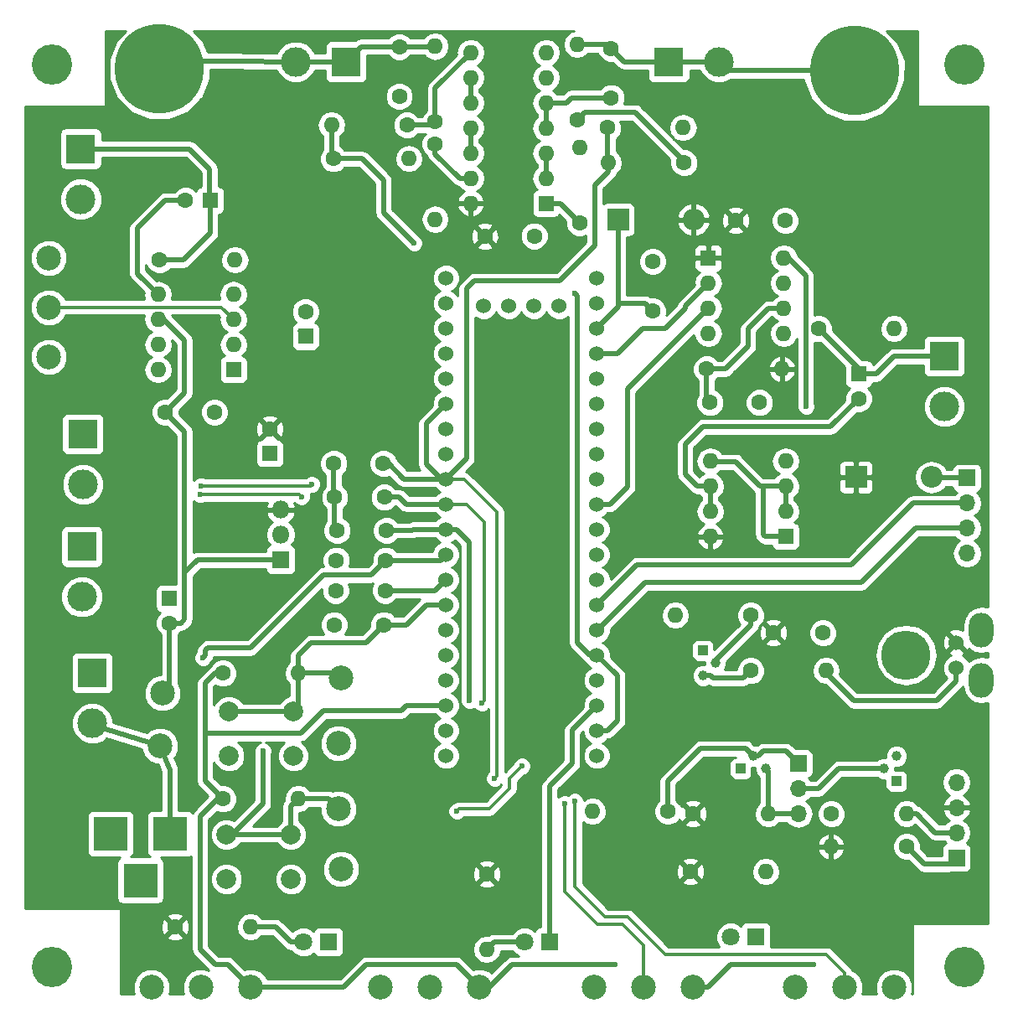
<source format=gbr>
G04 #@! TF.FileFunction,Copper,L2,Bot,Signal*
%FSLAX46Y46*%
G04 Gerber Fmt 4.6, Leading zero omitted, Abs format (unit mm)*
G04 Created by KiCad (PCBNEW 4.0.7) date 07/31/18 21:51:29*
%MOMM*%
%LPD*%
G01*
G04 APERTURE LIST*
%ADD10C,0.100000*%
%ADD11C,1.600000*%
%ADD12R,1.600000X1.600000*%
%ADD13R,1.800000X1.800000*%
%ADD14C,1.800000*%
%ADD15R,2.200000X2.200000*%
%ADD16O,2.200000X2.200000*%
%ADD17R,3.500000X3.500000*%
%ADD18R,3.000000X3.000000*%
%ADD19C,3.000000*%
%ADD20C,2.500000*%
%ADD21C,9.000000*%
%ADD22C,4.064000*%
%ADD23R,1.700000X1.700000*%
%ADD24O,1.700000X1.700000*%
%ADD25O,2.500000X3.500000*%
%ADD26C,1.524000*%
%ADD27O,5.000000X5.000000*%
%ADD28C,1.000000*%
%ADD29R,1.000000X1.000000*%
%ADD30O,1.600000X1.600000*%
%ADD31C,2.000000*%
%ADD32O,1.800000X1.800000*%
%ADD33C,0.600000*%
%ADD34C,0.350000*%
%ADD35C,0.500000*%
%ADD36C,0.254000*%
G04 APERTURE END LIST*
D10*
D11*
X87071200Y-95161100D03*
X82071200Y-95161100D03*
X65024000Y-89979500D03*
X70024000Y-89979500D03*
X87172800Y-98567240D03*
X82172800Y-98567240D03*
X125082300Y-88988900D03*
X120082300Y-88988900D03*
D12*
X65481200Y-108788200D03*
D11*
X65481200Y-111288200D03*
D12*
X79227680Y-82321400D03*
D11*
X79227680Y-79821400D03*
X87401400Y-101930200D03*
X82401400Y-101930200D03*
X110083600Y-58216800D03*
X110083600Y-53216800D03*
X88696800Y-58064400D03*
X88696800Y-53064400D03*
D12*
X75628500Y-94170500D03*
D11*
X75628500Y-91670500D03*
X87337900Y-104940100D03*
X82337900Y-104940100D03*
D12*
X69596000Y-68580000D03*
D11*
X67096000Y-68580000D03*
D12*
X135128000Y-86106000D03*
D11*
X135128000Y-88606000D03*
X87287100Y-108013500D03*
X82287100Y-108013500D03*
X87122000Y-111480600D03*
X82122000Y-111480600D03*
X126492000Y-112268000D03*
X131492000Y-112268000D03*
X97345500Y-72186800D03*
X102345500Y-72186800D03*
X122682000Y-70612000D03*
X127682000Y-70612000D03*
X114300000Y-79756000D03*
X114300000Y-74756000D03*
D13*
X124714000Y-143002000D03*
D14*
X122174000Y-143002000D03*
D13*
X81534000Y-143510000D03*
D14*
X78994000Y-143510000D03*
D13*
X103886000Y-143510000D03*
D14*
X101346000Y-143510000D03*
D15*
X110810040Y-70520560D03*
D16*
X118430040Y-70520560D03*
D15*
X134861300Y-96545400D03*
D16*
X142481300Y-96545400D03*
D17*
X65532000Y-132588000D03*
X59532000Y-132588000D03*
X62532000Y-137288000D03*
D18*
X57658000Y-116332000D03*
D19*
X57658000Y-121412000D03*
D20*
X64516000Y-123698000D03*
X64770000Y-118364000D03*
D21*
X64465200Y-55295800D03*
X134696200Y-55473600D03*
D20*
X82804000Y-136144000D03*
D22*
X53594000Y-54864000D03*
X145796000Y-54864000D03*
D20*
X82550000Y-130048000D03*
D22*
X145796000Y-146050000D03*
X53594000Y-146050000D03*
D20*
X82550000Y-123444000D03*
X82804000Y-116840000D03*
D23*
X129032000Y-125476000D03*
D24*
X129032000Y-128016000D03*
X129032000Y-130556000D03*
D25*
X147535900Y-111963200D03*
D26*
X144995900Y-115773200D03*
X144995900Y-113233200D03*
D25*
X147535900Y-117043200D03*
D27*
X139915900Y-114503200D03*
D28*
X124460000Y-124714000D03*
X125730000Y-125984000D03*
D29*
X123190000Y-125984000D03*
D28*
X120650000Y-115316000D03*
X119380000Y-116586000D03*
D29*
X119380000Y-114046000D03*
D28*
X137668000Y-125984000D03*
X138938000Y-124714000D03*
D29*
X138938000Y-127254000D03*
D11*
X106908600Y-70840600D03*
D30*
X106908600Y-63220600D03*
D11*
X92329000Y-62865000D03*
D30*
X92329000Y-70485000D03*
D11*
X119748300Y-85610700D03*
D30*
X127368300Y-85610700D03*
D11*
X118110000Y-136398000D03*
D30*
X125730000Y-136398000D03*
D11*
X64470280Y-74589640D03*
D30*
X72090280Y-74589640D03*
D11*
X106680000Y-60452000D03*
D30*
X106680000Y-52832000D03*
D11*
X92329000Y-60629800D03*
D30*
X92329000Y-53009800D03*
D11*
X70866000Y-129032000D03*
D30*
X78486000Y-129032000D03*
D11*
X70866000Y-116332000D03*
D30*
X78486000Y-116332000D03*
D11*
X66040000Y-141986000D03*
D30*
X73660000Y-141986000D03*
D11*
X97536000Y-136652000D03*
D30*
X97536000Y-144272000D03*
D11*
X115824000Y-130302000D03*
D30*
X108204000Y-130302000D03*
D11*
X124206000Y-110490000D03*
D30*
X116586000Y-110490000D03*
D11*
X118364000Y-130556000D03*
D30*
X125984000Y-130556000D03*
D11*
X124206000Y-116078000D03*
D30*
X131826000Y-116078000D03*
D11*
X132334000Y-130556000D03*
D30*
X139954000Y-130556000D03*
D11*
X139954000Y-133858000D03*
D30*
X132334000Y-133858000D03*
D20*
X133684000Y-148082000D03*
X128684000Y-148082000D03*
X138684000Y-148082000D03*
X113364000Y-148082000D03*
X108364000Y-148082000D03*
X118364000Y-148082000D03*
X91774000Y-148082000D03*
X86774000Y-148082000D03*
X96774000Y-148082000D03*
X68660000Y-148082000D03*
X63660000Y-148082000D03*
X73660000Y-148082000D03*
D31*
X77724000Y-132660000D03*
X77724000Y-137160000D03*
X71224000Y-132660000D03*
X71224000Y-137160000D03*
X77978000Y-120214000D03*
X77978000Y-124714000D03*
X71478000Y-120214000D03*
X71478000Y-124714000D03*
D12*
X103530400Y-68884800D03*
D30*
X95910400Y-53644800D03*
X103530400Y-66344800D03*
X95910400Y-56184800D03*
X103530400Y-63804800D03*
X95910400Y-58724800D03*
X103530400Y-61264800D03*
X95910400Y-61264800D03*
X103530400Y-58724800D03*
X95910400Y-63804800D03*
X103530400Y-56184800D03*
X95910400Y-66344800D03*
X103530400Y-53644800D03*
X95910400Y-68884800D03*
D12*
X119926100Y-74409300D03*
D30*
X127546100Y-82029300D03*
X119926100Y-76949300D03*
X127546100Y-79489300D03*
X119926100Y-79489300D03*
X127546100Y-76949300D03*
X119926100Y-82029300D03*
X127546100Y-74409300D03*
D13*
X76708000Y-104902000D03*
D32*
X76708000Y-102362000D03*
X76708000Y-99822000D03*
D12*
X71937880Y-85699600D03*
D30*
X64317880Y-78079600D03*
X71937880Y-83159600D03*
X64317880Y-80619600D03*
X71937880Y-80619600D03*
X64317880Y-83159600D03*
X71937880Y-78079600D03*
X64317880Y-85699600D03*
D12*
X127741680Y-102539800D03*
D30*
X120121680Y-94919800D03*
X127741680Y-99999800D03*
X120121680Y-97459800D03*
X127741680Y-97459800D03*
X120121680Y-99999800D03*
X127741680Y-94919800D03*
X120121680Y-102539800D03*
D26*
X93421200Y-76428600D03*
X93421200Y-78968600D03*
X93421200Y-81508600D03*
X93421200Y-84048600D03*
X93421200Y-86588600D03*
X93421200Y-89128600D03*
X93421200Y-91668600D03*
X93421200Y-94208600D03*
X93421200Y-96748600D03*
X93421200Y-99288600D03*
X93421200Y-101828600D03*
X93421200Y-104368600D03*
X93421200Y-106908600D03*
X93421200Y-109448600D03*
X93421200Y-111988600D03*
X93421200Y-114528600D03*
X93421200Y-117068600D03*
X93421200Y-119608600D03*
X93421200Y-122148600D03*
X93421200Y-124688600D03*
X108661200Y-76428600D03*
X108661200Y-78968600D03*
X108661200Y-81508600D03*
X108661200Y-84048600D03*
X108661200Y-86588600D03*
X108661200Y-89128600D03*
X108661200Y-91668600D03*
X108661200Y-94208600D03*
X108661200Y-96748600D03*
X108661200Y-99288600D03*
X108661200Y-101828600D03*
X108661200Y-104368600D03*
X108661200Y-106908600D03*
X108661200Y-109448600D03*
X108661200Y-111988600D03*
X108661200Y-114528600D03*
X108661200Y-117068600D03*
X108661200Y-119608600D03*
X108661200Y-122148600D03*
X104851200Y-79268600D03*
X102311200Y-79268600D03*
X99771200Y-79268600D03*
X97231200Y-79268600D03*
X108661200Y-124688600D03*
D11*
X117449600Y-64770000D03*
D30*
X109829600Y-64770000D03*
D11*
X109753400Y-61239400D03*
D30*
X117373400Y-61239400D03*
D11*
X89458800Y-60960000D03*
D30*
X81838800Y-60960000D03*
D11*
X82042000Y-64363600D03*
D30*
X89662000Y-64363600D03*
D18*
X115925600Y-54584600D03*
D19*
X121005600Y-54584600D03*
D18*
X83312000Y-54584600D03*
D19*
X78232000Y-54584600D03*
D18*
X56515000Y-63373000D03*
D19*
X56515000Y-68453000D03*
D18*
X143764000Y-84328000D03*
D19*
X143764000Y-89408000D03*
D23*
X146062700Y-96634300D03*
D24*
X146062700Y-99174300D03*
X146062700Y-101714300D03*
X146062700Y-104254300D03*
D23*
X145000000Y-135000000D03*
D24*
X145000000Y-132460000D03*
X145000000Y-129920000D03*
X145000000Y-127380000D03*
D11*
X131064000Y-81534000D03*
D30*
X138684000Y-81534000D03*
D20*
X53276500Y-79391500D03*
X53276500Y-74391500D03*
X53276500Y-84391500D03*
D18*
X56718200Y-92202000D03*
D19*
X56718200Y-97282000D03*
D18*
X56616600Y-103555800D03*
D19*
X56616600Y-108635800D03*
D33*
X98298000Y-127000000D03*
X106426000Y-129286000D03*
X97028000Y-119380000D03*
X105410000Y-129540000D03*
X95758000Y-119126000D03*
X68834000Y-114808000D03*
X74930000Y-124206000D03*
X101092000Y-125730000D03*
X94488000Y-130302000D03*
X106426000Y-77978000D03*
X90170000Y-72898000D03*
X110490000Y-145796000D03*
X130556000Y-145796000D03*
X129794000Y-89408000D03*
X79857600Y-97282000D03*
X68681600Y-97409000D03*
X68554600Y-98298000D03*
X78841600Y-98526600D03*
D34*
X133684000Y-148082000D02*
X133684000Y-146638000D01*
X95224600Y-96748600D02*
X93421200Y-96748600D01*
X98552000Y-100076000D02*
X95224600Y-96748600D01*
X98552000Y-126746000D02*
X98552000Y-100076000D01*
X98298000Y-127000000D02*
X98552000Y-126746000D01*
X106426000Y-137922000D02*
X106426000Y-129286000D01*
X109474000Y-140970000D02*
X106426000Y-137922000D01*
X111760000Y-140970000D02*
X109474000Y-140970000D01*
X115570000Y-144780000D02*
X111760000Y-140970000D01*
X131826000Y-144780000D02*
X115570000Y-144780000D01*
X133684000Y-146638000D02*
X131826000Y-144780000D01*
X93700600Y-97028000D02*
X93421200Y-96748600D01*
D35*
X93421200Y-96748600D02*
X92938600Y-96748600D01*
X92938600Y-96748600D02*
X91440000Y-95250000D01*
X91440000Y-91109800D02*
X93421200Y-89128600D01*
X91440000Y-95250000D02*
X91440000Y-91109800D01*
X109829600Y-64770000D02*
X109829600Y-65684400D01*
X95504000Y-94665800D02*
X93421200Y-96748600D01*
X95504000Y-77470000D02*
X95504000Y-94665800D01*
X96266000Y-76708000D02*
X95504000Y-77470000D01*
X104902000Y-76708000D02*
X96266000Y-76708000D01*
X108458000Y-73152000D02*
X104902000Y-76708000D01*
X108458000Y-67056000D02*
X108458000Y-73152000D01*
X109829600Y-65684400D02*
X108458000Y-67056000D01*
X87071200Y-95161100D02*
X87640160Y-95161100D01*
X87640160Y-95161100D02*
X89128600Y-96748600D01*
X89128600Y-96748600D02*
X93421200Y-96748600D01*
X109753400Y-61239400D02*
X109753400Y-64693800D01*
X109753400Y-64693800D02*
X109829600Y-64770000D01*
X82172800Y-98567240D02*
X82172800Y-101701600D01*
X82172800Y-101701600D02*
X82401400Y-101930200D01*
X82071200Y-95161100D02*
X82071200Y-98465640D01*
X82071200Y-98465640D02*
X82172800Y-98567240D01*
X76708000Y-104902000D02*
X68300600Y-104902000D01*
X68300600Y-104902000D02*
X67005200Y-106197400D01*
X65481200Y-111288200D02*
X66638800Y-111288200D01*
X67005200Y-91960700D02*
X65024000Y-89979500D01*
X67005200Y-110921800D02*
X67005200Y-106197400D01*
X67005200Y-106197400D02*
X67005200Y-91960700D01*
X66638800Y-111288200D02*
X67005200Y-110921800D01*
X64770000Y-118364000D02*
X64770000Y-118186200D01*
X64770000Y-118186200D02*
X65481200Y-117475000D01*
X65481200Y-117475000D02*
X65481200Y-111288200D01*
X64317880Y-80619600D02*
X64871600Y-80619600D01*
X64871600Y-80619600D02*
X66992500Y-82740500D01*
X66992500Y-82740500D02*
X66992500Y-88011000D01*
X66992500Y-88011000D02*
X65024000Y-89979500D01*
D34*
X113364000Y-148082000D02*
X113364000Y-143844000D01*
X95478600Y-99288600D02*
X93421200Y-99288600D01*
X97282000Y-101092000D02*
X95478600Y-99288600D01*
X97282000Y-119126000D02*
X97282000Y-101092000D01*
X97028000Y-119380000D02*
X97282000Y-119126000D01*
X105410000Y-138430000D02*
X105410000Y-129540000D01*
X108712000Y-141732000D02*
X105410000Y-138430000D01*
X111252000Y-141732000D02*
X108712000Y-141732000D01*
X113364000Y-143844000D02*
X111252000Y-141732000D01*
D35*
X87172800Y-98567240D02*
X88661240Y-98567240D01*
X89382600Y-99288600D02*
X93421200Y-99288600D01*
X88661240Y-98567240D02*
X89382600Y-99288600D01*
X119748300Y-85610700D02*
X119748300Y-88654900D01*
X119748300Y-88654900D02*
X120082300Y-88988900D01*
X119748300Y-85610700D02*
X121653300Y-85610700D01*
X125996700Y-79489300D02*
X127546100Y-79489300D01*
X123952000Y-81534000D02*
X125996700Y-79489300D01*
X123952000Y-83312000D02*
X123952000Y-81534000D01*
X121653300Y-85610700D02*
X123952000Y-83312000D01*
X78694280Y-81788000D02*
X79227680Y-82321400D01*
X120121680Y-97459800D02*
X120121680Y-99999800D01*
X120121680Y-97459800D02*
X118795800Y-97459800D01*
X132294000Y-91440000D02*
X135128000Y-88606000D01*
X119380000Y-91440000D02*
X132294000Y-91440000D01*
X117602000Y-93218000D02*
X119380000Y-91440000D01*
X117602000Y-96266000D02*
X117602000Y-93218000D01*
X118795800Y-97459800D02*
X117602000Y-96266000D01*
X94462600Y-101828600D02*
X93421200Y-101828600D01*
X95758000Y-103124000D02*
X94462600Y-101828600D01*
X95758000Y-119126000D02*
X95758000Y-103124000D01*
X87401400Y-101930200D02*
X89992200Y-101930200D01*
X90093800Y-101828600D02*
X93421200Y-101828600D01*
X89992200Y-101930200D02*
X90093800Y-101828600D01*
X103530400Y-58724800D02*
X103530400Y-61264800D01*
X103530400Y-58724800D02*
X105613200Y-58724800D01*
X106121200Y-58216800D02*
X110083600Y-58216800D01*
X105613200Y-58724800D02*
X106121200Y-58216800D01*
X106680000Y-52832000D02*
X109698800Y-52832000D01*
X109698800Y-52832000D02*
X110083600Y-53216800D01*
X115925600Y-54584600D02*
X111451400Y-54584600D01*
X111451400Y-54584600D02*
X110083600Y-53216800D01*
X121005600Y-54584600D02*
X115925600Y-54584600D01*
X134696200Y-55473600D02*
X121894600Y-55473600D01*
X121894600Y-55473600D02*
X121005600Y-54584600D01*
X95910400Y-56184800D02*
X95910400Y-58724800D01*
X88696800Y-53064400D02*
X92274400Y-53064400D01*
X92274400Y-53064400D02*
X92329000Y-53009800D01*
X88696800Y-53064400D02*
X84832200Y-53064400D01*
X84832200Y-53064400D02*
X83312000Y-54584600D01*
X83312000Y-54584600D02*
X78232000Y-54584600D01*
X78232000Y-54584600D02*
X65354200Y-54406800D01*
X65354200Y-54406800D02*
X64465200Y-55295800D01*
X71882000Y-113792000D02*
X73660000Y-113792000D01*
X73660000Y-113792000D02*
X81026000Y-106426000D01*
X81026000Y-106426000D02*
X81280000Y-106426000D01*
X68834000Y-114808000D02*
X69088000Y-114554000D01*
X69088000Y-114554000D02*
X69088000Y-114046000D01*
X69088000Y-114046000D02*
X69342000Y-113792000D01*
X69342000Y-113792000D02*
X71882000Y-113792000D01*
X85852000Y-106426000D02*
X87337900Y-104940100D01*
X81026000Y-106426000D02*
X81280000Y-106426000D01*
X81280000Y-106426000D02*
X85852000Y-106426000D01*
X87337900Y-104940100D02*
X92849700Y-104940100D01*
X92849700Y-104940100D02*
X93421200Y-104368600D01*
X56515000Y-63373000D02*
X67500500Y-63373000D01*
X69532500Y-65405000D02*
X69532500Y-68516500D01*
X67500500Y-63373000D02*
X69532500Y-65405000D01*
X69532500Y-68516500D02*
X69596000Y-68580000D01*
X64470280Y-74589640D02*
X66888360Y-74589640D01*
X69596000Y-71882000D02*
X69596000Y-68580000D01*
X66888360Y-74589640D02*
X69596000Y-71882000D01*
X67096000Y-68580000D02*
X65024000Y-68580000D01*
X62230000Y-75991720D02*
X64317880Y-78079600D01*
X62230000Y-71374000D02*
X62230000Y-75991720D01*
X65024000Y-68580000D02*
X62230000Y-71374000D01*
X135128000Y-86106000D02*
X136906000Y-86106000D01*
X138684000Y-84328000D02*
X143764000Y-84328000D01*
X136906000Y-86106000D02*
X138684000Y-84328000D01*
X135128000Y-86106000D02*
X135128000Y-85598000D01*
X135128000Y-85598000D02*
X131064000Y-81534000D01*
X71224000Y-132660000D02*
X71810000Y-132660000D01*
X71810000Y-132660000D02*
X74930000Y-129540000D01*
X74930000Y-129540000D02*
X74930000Y-124206000D01*
X78486000Y-129032000D02*
X81534000Y-129032000D01*
X81534000Y-129032000D02*
X82550000Y-130048000D01*
X77724000Y-132660000D02*
X77724000Y-129794000D01*
X77724000Y-129794000D02*
X78486000Y-129032000D01*
X71224000Y-132660000D02*
X77724000Y-132660000D01*
X87287100Y-108013500D02*
X92316300Y-108013500D01*
X92316300Y-108013500D02*
X93421200Y-106908600D01*
X78486000Y-116332000D02*
X78486000Y-114554000D01*
X85318600Y-113284000D02*
X87122000Y-111480600D01*
X79756000Y-113284000D02*
X85318600Y-113284000D01*
X78486000Y-114554000D02*
X79756000Y-113284000D01*
X78486000Y-116332000D02*
X82296000Y-116332000D01*
X82296000Y-116332000D02*
X82804000Y-116840000D01*
X77978000Y-120214000D02*
X71478000Y-120214000D01*
X78486000Y-116332000D02*
X78486000Y-119706000D01*
X78486000Y-119706000D02*
X77978000Y-120214000D01*
X87122000Y-111480600D02*
X89433400Y-111480600D01*
X89433400Y-111480600D02*
X91465400Y-109448600D01*
X91465400Y-109448600D02*
X93421200Y-109448600D01*
X110810040Y-78994000D02*
X113538000Y-78994000D01*
X113538000Y-78994000D02*
X114300000Y-79756000D01*
X110810040Y-70520560D02*
X110810040Y-78994000D01*
X110810040Y-78994000D02*
X110810040Y-79359760D01*
X110810040Y-79359760D02*
X108661200Y-81508600D01*
X108823760Y-81346040D02*
X108661200Y-81508600D01*
D34*
X99822000Y-127000000D02*
X101092000Y-125730000D01*
X99822000Y-128016000D02*
X99822000Y-127000000D01*
X97790000Y-130048000D02*
X99822000Y-128016000D01*
X94742000Y-130048000D02*
X97790000Y-130048000D01*
X94488000Y-130302000D02*
X94742000Y-130048000D01*
D35*
X73660000Y-141986000D02*
X76200000Y-141986000D01*
X77724000Y-143510000D02*
X78994000Y-143510000D01*
X76200000Y-141986000D02*
X77724000Y-143510000D01*
X103886000Y-143510000D02*
X103886000Y-127762000D01*
X106172000Y-122097800D02*
X108661200Y-119608600D01*
X106172000Y-125476000D02*
X106172000Y-122097800D01*
X103886000Y-127762000D02*
X106172000Y-125476000D01*
X101346000Y-143510000D02*
X98298000Y-143510000D01*
X98298000Y-143510000D02*
X97536000Y-144272000D01*
X146062700Y-96634300D02*
X142570200Y-96634300D01*
X142570200Y-96634300D02*
X142481300Y-96545400D01*
X64516000Y-123698000D02*
X57912000Y-121666000D01*
X57912000Y-121666000D02*
X57658000Y-121412000D01*
X65532000Y-132588000D02*
X65532000Y-126161800D01*
X65532000Y-126161800D02*
X64516000Y-123698000D01*
X124460000Y-124714000D02*
X124968000Y-124714000D01*
X127762000Y-124206000D02*
X129032000Y-125476000D01*
X125476000Y-124206000D02*
X127762000Y-124206000D01*
X124968000Y-124714000D02*
X125476000Y-124206000D01*
X115824000Y-130302000D02*
X115824000Y-127254000D01*
X123698000Y-123952000D02*
X124460000Y-124714000D01*
X119126000Y-123952000D02*
X123698000Y-123952000D01*
X115824000Y-127254000D02*
X119126000Y-123952000D01*
X129032000Y-128016000D02*
X131064000Y-128016000D01*
X133096000Y-125984000D02*
X137668000Y-125984000D01*
X131064000Y-128016000D02*
X133096000Y-125984000D01*
X129032000Y-130556000D02*
X125984000Y-130556000D01*
X125984000Y-130556000D02*
X125984000Y-126238000D01*
X125984000Y-126238000D02*
X125730000Y-125984000D01*
X131826000Y-116078000D02*
X131826000Y-116332000D01*
X131826000Y-116332000D02*
X134620000Y-119126000D01*
X134620000Y-119126000D02*
X143002000Y-119126000D01*
X143002000Y-119126000D02*
X144995900Y-117132100D01*
X144995900Y-117132100D02*
X144995900Y-115773200D01*
X120650000Y-115316000D02*
X120650000Y-115062000D01*
X120650000Y-115062000D02*
X124206000Y-111506000D01*
X124206000Y-111506000D02*
X124206000Y-110490000D01*
X119380000Y-116586000D02*
X120142000Y-116586000D01*
X123444000Y-116840000D02*
X124206000Y-116078000D01*
X120396000Y-116840000D02*
X123444000Y-116840000D01*
X120142000Y-116586000D02*
X120396000Y-116840000D01*
X103530400Y-68884800D02*
X104952800Y-68884800D01*
X104952800Y-68884800D02*
X106908600Y-70840600D01*
X92329000Y-62865000D02*
X92329000Y-63881000D01*
X94792800Y-66344800D02*
X95910400Y-66344800D01*
X92329000Y-63881000D02*
X94792800Y-66344800D01*
X108661200Y-122148600D02*
X109753400Y-122148600D01*
X110744000Y-116611400D02*
X108661200Y-114528600D01*
X110744000Y-121158000D02*
X110744000Y-116611400D01*
X109753400Y-122148600D02*
X110744000Y-121158000D01*
X108661200Y-114528600D02*
X107924600Y-114528600D01*
X107924600Y-114528600D02*
X106680000Y-113284000D01*
X106680000Y-113284000D02*
X106680000Y-78232000D01*
X106680000Y-78232000D02*
X106426000Y-77978000D01*
X90170000Y-72898000D02*
X87122000Y-69850000D01*
X87122000Y-69850000D02*
X87122000Y-66548000D01*
X87122000Y-66548000D02*
X84937600Y-64363600D01*
X84937600Y-64363600D02*
X82042000Y-64363600D01*
X81838800Y-60960000D02*
X81838800Y-64160400D01*
X81838800Y-64160400D02*
X82042000Y-64363600D01*
X96774000Y-148082000D02*
X97790000Y-148082000D01*
X97790000Y-148082000D02*
X100076000Y-145796000D01*
X100076000Y-145796000D02*
X110490000Y-145796000D01*
X118364000Y-148082000D02*
X119888000Y-148082000D01*
X122174000Y-145796000D02*
X130556000Y-145796000D01*
X119888000Y-148082000D02*
X122174000Y-145796000D01*
X93421200Y-119608600D02*
X89433400Y-119608600D01*
X78740000Y-122428000D02*
X69088000Y-122428000D01*
X81026000Y-120142000D02*
X78740000Y-122428000D01*
X88900000Y-120142000D02*
X81026000Y-120142000D01*
X89433400Y-119608600D02*
X88900000Y-120142000D01*
X118364000Y-147574000D02*
X118364000Y-148082000D01*
X73660000Y-148082000D02*
X83058000Y-148082000D01*
X94488000Y-145796000D02*
X96774000Y-148082000D01*
X85344000Y-145796000D02*
X94488000Y-145796000D01*
X83058000Y-148082000D02*
X85344000Y-145796000D01*
X70866000Y-129032000D02*
X70358000Y-129032000D01*
X70358000Y-129032000D02*
X68580000Y-130810000D01*
X71374000Y-145796000D02*
X73660000Y-148082000D01*
X70104000Y-145796000D02*
X71374000Y-145796000D01*
X68580000Y-144272000D02*
X70104000Y-145796000D01*
X68580000Y-130810000D02*
X68580000Y-144272000D01*
X70866000Y-116332000D02*
X70104000Y-116332000D01*
X70104000Y-116332000D02*
X69088000Y-117348000D01*
X69088000Y-117348000D02*
X69088000Y-122428000D01*
X69088000Y-122428000D02*
X69088000Y-127254000D01*
X69088000Y-127254000D02*
X70866000Y-129032000D01*
X139954000Y-130556000D02*
X140970000Y-130556000D01*
X142874000Y-132460000D02*
X145000000Y-132460000D01*
X140970000Y-130556000D02*
X142874000Y-132460000D01*
X139954000Y-133858000D02*
X141732000Y-135636000D01*
X141732000Y-135636000D02*
X144364000Y-135636000D01*
X144364000Y-135636000D02*
X145000000Y-135000000D01*
X103530400Y-63804800D02*
X103530400Y-66344800D01*
X108661200Y-84048600D02*
X110769400Y-84048600D01*
X117602000Y-79273400D02*
X119926100Y-76949300D01*
X117602000Y-79502000D02*
X117602000Y-79273400D01*
X115570000Y-81534000D02*
X117602000Y-79502000D01*
X113284000Y-81534000D02*
X115570000Y-81534000D01*
X110769400Y-84048600D02*
X113284000Y-81534000D01*
X108661200Y-99288600D02*
X110007400Y-99288600D01*
X111760000Y-87655400D02*
X119926100Y-79489300D01*
X111760000Y-97536000D02*
X111760000Y-87655400D01*
X110007400Y-99288600D02*
X111760000Y-97536000D01*
X146062700Y-99174300D02*
X140601700Y-99174300D01*
X112699800Y-105410000D02*
X108661200Y-109448600D01*
X134366000Y-105410000D02*
X112699800Y-105410000D01*
X140601700Y-99174300D02*
X134366000Y-105410000D01*
X108661200Y-111988600D02*
X108737400Y-111988600D01*
X108737400Y-111988600D02*
X113538000Y-107188000D01*
X113538000Y-107188000D02*
X135382000Y-107188000D01*
X135382000Y-107188000D02*
X140855700Y-101714300D01*
X140855700Y-101714300D02*
X146062700Y-101714300D01*
X117449600Y-64770000D02*
X117449600Y-64617600D01*
X117449600Y-64617600D02*
X112522000Y-59690000D01*
X112522000Y-59690000D02*
X107442000Y-59690000D01*
X107442000Y-59690000D02*
X106680000Y-60452000D01*
X89458800Y-60960000D02*
X91998800Y-60960000D01*
X91998800Y-60960000D02*
X92329000Y-60629800D01*
X92329000Y-60629800D02*
X92329000Y-57226200D01*
X92329000Y-57226200D02*
X95910400Y-53644800D01*
X95910400Y-63804800D02*
X95910400Y-61264800D01*
X127741680Y-99999800D02*
X127741680Y-97459800D01*
X127546100Y-74409300D02*
X128003300Y-74409300D01*
X128003300Y-74409300D02*
X129794000Y-76200000D01*
X129794000Y-76200000D02*
X129794000Y-89408000D01*
X127741680Y-102539800D02*
X125653800Y-102539800D01*
X125476000Y-102362000D02*
X125476000Y-97459800D01*
X125653800Y-102539800D02*
X125476000Y-102362000D01*
X127741680Y-97459800D02*
X125476000Y-97459800D01*
X125476000Y-97459800D02*
X125145800Y-97459800D01*
X122682000Y-94996000D02*
X120197880Y-94996000D01*
X125145800Y-97459800D02*
X122682000Y-94996000D01*
X120197880Y-94996000D02*
X120121680Y-94919800D01*
D34*
X58166000Y-79375000D02*
X53293000Y-79375000D01*
X53293000Y-79375000D02*
X53276500Y-79391500D01*
X70693280Y-79375000D02*
X71937880Y-80619600D01*
X58166000Y-79375000D02*
X70693280Y-79375000D01*
X79857600Y-97282000D02*
X79730600Y-97409000D01*
X79730600Y-97409000D02*
X68681600Y-97409000D01*
X78613000Y-98298000D02*
X68554600Y-98298000D01*
X78841600Y-98526600D02*
X78613000Y-98298000D01*
D36*
G36*
X60114497Y-52383258D02*
X59331093Y-54269904D01*
X59329310Y-56312734D01*
X60109420Y-58200744D01*
X61552658Y-59646503D01*
X63439304Y-60429907D01*
X65482134Y-60431690D01*
X67370144Y-59651580D01*
X68675413Y-58348587D01*
X87261552Y-58348587D01*
X87479557Y-58876200D01*
X87882877Y-59280224D01*
X88410109Y-59499150D01*
X88980987Y-59499648D01*
X89508600Y-59281643D01*
X89912624Y-58878323D01*
X90131550Y-58351091D01*
X90132048Y-57780213D01*
X89914043Y-57252600D01*
X89510723Y-56848576D01*
X88983491Y-56629650D01*
X88412613Y-56629152D01*
X87885000Y-56847157D01*
X87480976Y-57250477D01*
X87262050Y-57777709D01*
X87261552Y-58348587D01*
X68675413Y-58348587D01*
X68815903Y-58208342D01*
X69599307Y-56321696D01*
X69600155Y-55350507D01*
X76276481Y-55442685D01*
X76420980Y-55792400D01*
X77021041Y-56393509D01*
X77805459Y-56719228D01*
X78654815Y-56719970D01*
X79439800Y-56395620D01*
X80040909Y-55795559D01*
X80176259Y-55469600D01*
X81164560Y-55469600D01*
X81164560Y-56084600D01*
X81208838Y-56319917D01*
X81347910Y-56536041D01*
X81560110Y-56681031D01*
X81812000Y-56732040D01*
X84812000Y-56732040D01*
X85047317Y-56687762D01*
X85263441Y-56548690D01*
X85408431Y-56336490D01*
X85459440Y-56084600D01*
X85459440Y-53949400D01*
X87552629Y-53949400D01*
X87882877Y-54280224D01*
X88410109Y-54499150D01*
X88980987Y-54499648D01*
X89508600Y-54281643D01*
X89841423Y-53949400D01*
X91245339Y-53949400D01*
X91314302Y-54052611D01*
X91779849Y-54363680D01*
X92329000Y-54472913D01*
X92878151Y-54363680D01*
X93343698Y-54052611D01*
X93654767Y-53587064D01*
X93764000Y-53037913D01*
X93764000Y-52981687D01*
X93654767Y-52432536D01*
X93343698Y-51966989D01*
X92878151Y-51655920D01*
X92329000Y-51546687D01*
X91779849Y-51655920D01*
X91314302Y-51966989D01*
X91172373Y-52179400D01*
X89840971Y-52179400D01*
X89510723Y-51848576D01*
X88983491Y-51629650D01*
X88412613Y-51629152D01*
X87885000Y-51847157D01*
X87552177Y-52179400D01*
X84832200Y-52179400D01*
X84493525Y-52246767D01*
X84208580Y-52437160D01*
X81812000Y-52437160D01*
X81576683Y-52481438D01*
X81360559Y-52620510D01*
X81215569Y-52832710D01*
X81164560Y-53084600D01*
X81164560Y-53699600D01*
X80176399Y-53699600D01*
X80043020Y-53376800D01*
X79442959Y-52775691D01*
X78658541Y-52449972D01*
X77809185Y-52449230D01*
X77024200Y-52773580D01*
X76423091Y-53373641D01*
X76298859Y-53672825D01*
X69310813Y-53576343D01*
X68820980Y-52390856D01*
X67866791Y-51435000D01*
X106347628Y-51435000D01*
X106130849Y-51478120D01*
X105665302Y-51789189D01*
X105354233Y-52254736D01*
X105245000Y-52803887D01*
X105245000Y-52860113D01*
X105354233Y-53409264D01*
X105665302Y-53874811D01*
X106130849Y-54185880D01*
X106680000Y-54295113D01*
X107229151Y-54185880D01*
X107694698Y-53874811D01*
X107800144Y-53717000D01*
X108737607Y-53717000D01*
X108866357Y-54028600D01*
X109269677Y-54432624D01*
X109796909Y-54651550D01*
X110267181Y-54651960D01*
X110825608Y-55210387D01*
X110825610Y-55210390D01*
X111112725Y-55402233D01*
X111451400Y-55469600D01*
X113778160Y-55469600D01*
X113778160Y-56084600D01*
X113822438Y-56319917D01*
X113961510Y-56536041D01*
X114173710Y-56681031D01*
X114425600Y-56732040D01*
X117425600Y-56732040D01*
X117660917Y-56687762D01*
X117877041Y-56548690D01*
X118022031Y-56336490D01*
X118073040Y-56084600D01*
X118073040Y-55469600D01*
X119061201Y-55469600D01*
X119194580Y-55792400D01*
X119794641Y-56393509D01*
X120579059Y-56719228D01*
X121428415Y-56719970D01*
X122213400Y-56395620D01*
X122250485Y-56358600D01*
X129560425Y-56358600D01*
X129560310Y-56490534D01*
X130340420Y-58378544D01*
X131783658Y-59824303D01*
X133670304Y-60607707D01*
X135713134Y-60609490D01*
X137601144Y-59829380D01*
X139046903Y-58386142D01*
X139830307Y-56499496D01*
X139832090Y-54456666D01*
X139051980Y-52568656D01*
X137920301Y-51435000D01*
X141097000Y-51435000D01*
X141097000Y-58928000D01*
X141107006Y-58977410D01*
X141135447Y-59019035D01*
X141177841Y-59046315D01*
X141224000Y-59055000D01*
X148209000Y-59055000D01*
X148209000Y-109665363D01*
X147535900Y-109531475D01*
X146814542Y-109674962D01*
X146203004Y-110083579D01*
X145794387Y-110695117D01*
X145650900Y-111416475D01*
X145650900Y-111983638D01*
X145203598Y-111824056D01*
X144648532Y-111851838D01*
X144264757Y-112010803D01*
X144195292Y-112252987D01*
X144995900Y-113053595D01*
X145010043Y-113039453D01*
X145189648Y-113219058D01*
X145175505Y-113233200D01*
X145976113Y-114033808D01*
X146218297Y-113964343D01*
X146250362Y-113874465D01*
X146814542Y-114251438D01*
X147535900Y-114394925D01*
X148209000Y-114261037D01*
X148209000Y-114745363D01*
X147535900Y-114611475D01*
X146814542Y-114754962D01*
X146244194Y-115136057D01*
X146180910Y-114982897D01*
X145788270Y-114589571D01*
X145596173Y-114509805D01*
X145727043Y-114455597D01*
X145796508Y-114213413D01*
X144995900Y-113412805D01*
X144195292Y-114213413D01*
X144264757Y-114455597D01*
X144405218Y-114505709D01*
X144205597Y-114588190D01*
X143812271Y-114980830D01*
X143599143Y-115494100D01*
X143598658Y-116049861D01*
X143810890Y-116563503D01*
X144061685Y-116814736D01*
X142635420Y-118241000D01*
X134986579Y-118241000D01*
X133211876Y-116466296D01*
X133289113Y-116078000D01*
X133179880Y-115528849D01*
X132868811Y-115063302D01*
X132403264Y-114752233D01*
X131854113Y-114643000D01*
X131797887Y-114643000D01*
X131248736Y-114752233D01*
X130783189Y-115063302D01*
X130472120Y-115528849D01*
X130362887Y-116078000D01*
X130472120Y-116627151D01*
X130783189Y-117092698D01*
X131248736Y-117403767D01*
X131744876Y-117502455D01*
X133994208Y-119751787D01*
X133994210Y-119751790D01*
X134281325Y-119943633D01*
X134327189Y-119952756D01*
X134620000Y-120011001D01*
X134620005Y-120011000D01*
X143001995Y-120011000D01*
X143002000Y-120011001D01*
X143294811Y-119952756D01*
X143340675Y-119943633D01*
X143627790Y-119751790D01*
X145621687Y-117757892D01*
X145621690Y-117757890D01*
X145669945Y-117685671D01*
X145794387Y-118311283D01*
X146203004Y-118922821D01*
X146814542Y-119331438D01*
X147535900Y-119474925D01*
X148209000Y-119341037D01*
X148209000Y-141605000D01*
X140716000Y-141605000D01*
X140666590Y-141615006D01*
X140624965Y-141643447D01*
X140597685Y-141685841D01*
X140589000Y-141732000D01*
X140589000Y-148717000D01*
X140461373Y-148717000D01*
X140568672Y-148458595D01*
X140569326Y-147708695D01*
X140282957Y-147015628D01*
X139753161Y-146484907D01*
X139060595Y-146197328D01*
X138310695Y-146196674D01*
X137617628Y-146483043D01*
X137086907Y-147012839D01*
X136799328Y-147705405D01*
X136798674Y-148455305D01*
X136906804Y-148717000D01*
X135461373Y-148717000D01*
X135568672Y-148458595D01*
X135569326Y-147708695D01*
X135282957Y-147015628D01*
X134753161Y-146484907D01*
X134437474Y-146353822D01*
X134432343Y-146328027D01*
X134256757Y-146065244D01*
X132398756Y-144207244D01*
X132135974Y-144031658D01*
X131826000Y-143970000D01*
X126247670Y-143970000D01*
X126261440Y-143902000D01*
X126261440Y-142102000D01*
X126217162Y-141866683D01*
X126078090Y-141650559D01*
X125865890Y-141505569D01*
X125614000Y-141454560D01*
X123814000Y-141454560D01*
X123578683Y-141498838D01*
X123362559Y-141637910D01*
X123217569Y-141850110D01*
X123213433Y-141870534D01*
X123044643Y-141701449D01*
X122480670Y-141467267D01*
X121870009Y-141466735D01*
X121305629Y-141699932D01*
X120873449Y-142131357D01*
X120639267Y-142695330D01*
X120638735Y-143305991D01*
X120871932Y-143870371D01*
X120971387Y-143970000D01*
X115905513Y-143970000D01*
X112332756Y-140397244D01*
X112069974Y-140221658D01*
X111760000Y-140160000D01*
X109809513Y-140160000D01*
X107236000Y-137586488D01*
X107236000Y-137405745D01*
X117281861Y-137405745D01*
X117355995Y-137651864D01*
X117893223Y-137844965D01*
X118463454Y-137817778D01*
X118864005Y-137651864D01*
X118938139Y-137405745D01*
X118110000Y-136577605D01*
X117281861Y-137405745D01*
X107236000Y-137405745D01*
X107236000Y-136181223D01*
X116663035Y-136181223D01*
X116690222Y-136751454D01*
X116856136Y-137152005D01*
X117102255Y-137226139D01*
X117930395Y-136398000D01*
X118289605Y-136398000D01*
X119117745Y-137226139D01*
X119363864Y-137152005D01*
X119556965Y-136614777D01*
X119546630Y-136398000D01*
X124266887Y-136398000D01*
X124376120Y-136947151D01*
X124687189Y-137412698D01*
X125152736Y-137723767D01*
X125701887Y-137833000D01*
X125758113Y-137833000D01*
X126307264Y-137723767D01*
X126772811Y-137412698D01*
X127083880Y-136947151D01*
X127193113Y-136398000D01*
X127083880Y-135848849D01*
X126772811Y-135383302D01*
X126307264Y-135072233D01*
X125758113Y-134963000D01*
X125701887Y-134963000D01*
X125152736Y-135072233D01*
X124687189Y-135383302D01*
X124376120Y-135848849D01*
X124266887Y-136398000D01*
X119546630Y-136398000D01*
X119529778Y-136044546D01*
X119363864Y-135643995D01*
X119117745Y-135569861D01*
X118289605Y-136398000D01*
X117930395Y-136398000D01*
X117102255Y-135569861D01*
X116856136Y-135643995D01*
X116663035Y-136181223D01*
X107236000Y-136181223D01*
X107236000Y-135390255D01*
X117281861Y-135390255D01*
X118110000Y-136218395D01*
X118938139Y-135390255D01*
X118864005Y-135144136D01*
X118326777Y-134951035D01*
X117756546Y-134978222D01*
X117355995Y-135144136D01*
X117281861Y-135390255D01*
X107236000Y-135390255D01*
X107236000Y-134207039D01*
X130942096Y-134207039D01*
X131102959Y-134595423D01*
X131478866Y-135010389D01*
X131984959Y-135249914D01*
X132207000Y-135128629D01*
X132207000Y-133985000D01*
X132461000Y-133985000D01*
X132461000Y-135128629D01*
X132683041Y-135249914D01*
X133189134Y-135010389D01*
X133565041Y-134595423D01*
X133725904Y-134207039D01*
X133603915Y-133985000D01*
X132461000Y-133985000D01*
X132207000Y-133985000D01*
X131064085Y-133985000D01*
X130942096Y-134207039D01*
X107236000Y-134207039D01*
X107236000Y-133508961D01*
X130942096Y-133508961D01*
X131064085Y-133731000D01*
X132207000Y-133731000D01*
X132207000Y-132587371D01*
X132461000Y-132587371D01*
X132461000Y-133731000D01*
X133603915Y-133731000D01*
X133725904Y-133508961D01*
X133565041Y-133120577D01*
X133189134Y-132705611D01*
X132683041Y-132466086D01*
X132461000Y-132587371D01*
X132207000Y-132587371D01*
X131984959Y-132466086D01*
X131478866Y-132705611D01*
X131102959Y-133120577D01*
X130942096Y-133508961D01*
X107236000Y-133508961D01*
X107236000Y-131366685D01*
X107626736Y-131627767D01*
X108175887Y-131737000D01*
X108232113Y-131737000D01*
X108781264Y-131627767D01*
X109246811Y-131316698D01*
X109557880Y-130851151D01*
X109610584Y-130586187D01*
X114388752Y-130586187D01*
X114606757Y-131113800D01*
X115010077Y-131517824D01*
X115537309Y-131736750D01*
X116108187Y-131737248D01*
X116528096Y-131563745D01*
X117535861Y-131563745D01*
X117609995Y-131809864D01*
X118147223Y-132002965D01*
X118717454Y-131975778D01*
X119118005Y-131809864D01*
X119192139Y-131563745D01*
X118364000Y-130735605D01*
X117535861Y-131563745D01*
X116528096Y-131563745D01*
X116635800Y-131519243D01*
X117032693Y-131123042D01*
X117110136Y-131310005D01*
X117356255Y-131384139D01*
X118184395Y-130556000D01*
X118543605Y-130556000D01*
X119371745Y-131384139D01*
X119617864Y-131310005D01*
X119810965Y-130772777D01*
X119783778Y-130202546D01*
X119617864Y-129801995D01*
X119371745Y-129727861D01*
X118543605Y-130556000D01*
X118184395Y-130556000D01*
X117356255Y-129727861D01*
X117163440Y-129785939D01*
X117065231Y-129548255D01*
X117535861Y-129548255D01*
X118364000Y-130376395D01*
X119192139Y-129548255D01*
X119118005Y-129302136D01*
X118580777Y-129109035D01*
X118010546Y-129136222D01*
X117609995Y-129302136D01*
X117535861Y-129548255D01*
X117065231Y-129548255D01*
X117041243Y-129490200D01*
X116709000Y-129157377D01*
X116709000Y-127620580D01*
X119492579Y-124837000D01*
X122687662Y-124837000D01*
X122454683Y-124880838D01*
X122238559Y-125019910D01*
X122093569Y-125232110D01*
X122042560Y-125484000D01*
X122042560Y-126484000D01*
X122086838Y-126719317D01*
X122225910Y-126935441D01*
X122438110Y-127080431D01*
X122690000Y-127131440D01*
X123690000Y-127131440D01*
X123925317Y-127087162D01*
X124141441Y-126948090D01*
X124286431Y-126735890D01*
X124337440Y-126484000D01*
X124337440Y-125848894D01*
X124595117Y-125849119D01*
X124594803Y-126208775D01*
X124767233Y-126626086D01*
X125086235Y-126945645D01*
X125099000Y-126950946D01*
X125099000Y-129435856D01*
X124941189Y-129541302D01*
X124630120Y-130006849D01*
X124520887Y-130556000D01*
X124630120Y-131105151D01*
X124941189Y-131570698D01*
X125406736Y-131881767D01*
X125955887Y-131991000D01*
X126012113Y-131991000D01*
X126561264Y-131881767D01*
X127026811Y-131570698D01*
X127113473Y-131441000D01*
X127842568Y-131441000D01*
X127952853Y-131606054D01*
X128434622Y-131927961D01*
X129002907Y-132041000D01*
X129061093Y-132041000D01*
X129629378Y-131927961D01*
X130111147Y-131606054D01*
X130433054Y-131124285D01*
X130489564Y-130840187D01*
X130898752Y-130840187D01*
X131116757Y-131367800D01*
X131520077Y-131771824D01*
X132047309Y-131990750D01*
X132618187Y-131991248D01*
X133145800Y-131773243D01*
X133549824Y-131369923D01*
X133768750Y-130842691D01*
X133769000Y-130556000D01*
X138490887Y-130556000D01*
X138600120Y-131105151D01*
X138911189Y-131570698D01*
X139376736Y-131881767D01*
X139925887Y-131991000D01*
X139982113Y-131991000D01*
X140531264Y-131881767D01*
X140838739Y-131676319D01*
X142248208Y-133085787D01*
X142248210Y-133085790D01*
X142535325Y-133277633D01*
X142576333Y-133285790D01*
X142874000Y-133345001D01*
X142874005Y-133345000D01*
X143810568Y-133345000D01*
X143920853Y-133510054D01*
X143962452Y-133537850D01*
X143914683Y-133546838D01*
X143698559Y-133685910D01*
X143553569Y-133898110D01*
X143502560Y-134150000D01*
X143502560Y-134751000D01*
X142098579Y-134751000D01*
X141388840Y-134041261D01*
X141389248Y-133573813D01*
X141171243Y-133046200D01*
X140767923Y-132642176D01*
X140240691Y-132423250D01*
X139669813Y-132422752D01*
X139142200Y-132640757D01*
X138738176Y-133044077D01*
X138519250Y-133571309D01*
X138518752Y-134142187D01*
X138736757Y-134669800D01*
X139140077Y-135073824D01*
X139667309Y-135292750D01*
X140137581Y-135293160D01*
X141106208Y-136261787D01*
X141106210Y-136261790D01*
X141393325Y-136453633D01*
X141449516Y-136464810D01*
X141732000Y-136521001D01*
X141732005Y-136521000D01*
X144363995Y-136521000D01*
X144364000Y-136521001D01*
X144482446Y-136497440D01*
X145850000Y-136497440D01*
X146085317Y-136453162D01*
X146301441Y-136314090D01*
X146446431Y-136101890D01*
X146497440Y-135850000D01*
X146497440Y-134150000D01*
X146453162Y-133914683D01*
X146314090Y-133698559D01*
X146101890Y-133553569D01*
X146034459Y-133539914D01*
X146079147Y-133510054D01*
X146401054Y-133028285D01*
X146514093Y-132460000D01*
X146401054Y-131891715D01*
X146079147Y-131409946D01*
X145738447Y-131182298D01*
X145881358Y-131115183D01*
X146271645Y-130686924D01*
X146441476Y-130276890D01*
X146320155Y-130047000D01*
X145127000Y-130047000D01*
X145127000Y-130067000D01*
X144873000Y-130067000D01*
X144873000Y-130047000D01*
X143679845Y-130047000D01*
X143558524Y-130276890D01*
X143728355Y-130686924D01*
X144118642Y-131115183D01*
X144261553Y-131182298D01*
X143920853Y-131409946D01*
X143810568Y-131575000D01*
X143240579Y-131575000D01*
X141595790Y-129930210D01*
X141475197Y-129849633D01*
X141308675Y-129738367D01*
X141250519Y-129726799D01*
X141100866Y-129697030D01*
X140996811Y-129541302D01*
X140531264Y-129230233D01*
X139982113Y-129121000D01*
X139925887Y-129121000D01*
X139376736Y-129230233D01*
X138911189Y-129541302D01*
X138600120Y-130006849D01*
X138490887Y-130556000D01*
X133769000Y-130556000D01*
X133769248Y-130271813D01*
X133551243Y-129744200D01*
X133147923Y-129340176D01*
X132620691Y-129121250D01*
X132049813Y-129120752D01*
X131522200Y-129338757D01*
X131118176Y-129742077D01*
X130899250Y-130269309D01*
X130898752Y-130840187D01*
X130489564Y-130840187D01*
X130546093Y-130556000D01*
X130433054Y-129987715D01*
X130111147Y-129505946D01*
X129781974Y-129286000D01*
X130111147Y-129066054D01*
X130221432Y-128901000D01*
X131063995Y-128901000D01*
X131064000Y-128901001D01*
X131346484Y-128844810D01*
X131402675Y-128833633D01*
X131689790Y-128641790D01*
X133462579Y-126869000D01*
X136947724Y-126869000D01*
X137024235Y-126945645D01*
X137441244Y-127118803D01*
X137790560Y-127119108D01*
X137790560Y-127754000D01*
X137834838Y-127989317D01*
X137973910Y-128205441D01*
X138186110Y-128350431D01*
X138438000Y-128401440D01*
X139438000Y-128401440D01*
X139673317Y-128357162D01*
X139889441Y-128218090D01*
X140034431Y-128005890D01*
X140085440Y-127754000D01*
X140085440Y-127380000D01*
X143485907Y-127380000D01*
X143598946Y-127948285D01*
X143920853Y-128430054D01*
X144261553Y-128657702D01*
X144118642Y-128724817D01*
X143728355Y-129153076D01*
X143558524Y-129563110D01*
X143679845Y-129793000D01*
X144873000Y-129793000D01*
X144873000Y-129773000D01*
X145127000Y-129773000D01*
X145127000Y-129793000D01*
X146320155Y-129793000D01*
X146441476Y-129563110D01*
X146271645Y-129153076D01*
X145881358Y-128724817D01*
X145738447Y-128657702D01*
X146079147Y-128430054D01*
X146401054Y-127948285D01*
X146514093Y-127380000D01*
X146401054Y-126811715D01*
X146079147Y-126329946D01*
X145597378Y-126008039D01*
X145029093Y-125895000D01*
X144970907Y-125895000D01*
X144402622Y-126008039D01*
X143920853Y-126329946D01*
X143598946Y-126811715D01*
X143485907Y-127380000D01*
X140085440Y-127380000D01*
X140085440Y-126754000D01*
X140041162Y-126518683D01*
X139902090Y-126302559D01*
X139689890Y-126157569D01*
X139438000Y-126106560D01*
X138802894Y-126106560D01*
X138803119Y-125848883D01*
X139162775Y-125849197D01*
X139580086Y-125676767D01*
X139899645Y-125357765D01*
X140072803Y-124940756D01*
X140073197Y-124489225D01*
X139900767Y-124071914D01*
X139581765Y-123752355D01*
X139164756Y-123579197D01*
X138713225Y-123578803D01*
X138295914Y-123751233D01*
X137976355Y-124070235D01*
X137803197Y-124487244D01*
X137802881Y-124849117D01*
X137443225Y-124848803D01*
X137025914Y-125021233D01*
X136948011Y-125099000D01*
X133096005Y-125099000D01*
X133096000Y-125098999D01*
X132813516Y-125155190D01*
X132757325Y-125166367D01*
X132470210Y-125358210D01*
X132470208Y-125358213D01*
X130697420Y-127131000D01*
X130221432Y-127131000D01*
X130111147Y-126965946D01*
X130069548Y-126938150D01*
X130117317Y-126929162D01*
X130333441Y-126790090D01*
X130478431Y-126577890D01*
X130529440Y-126326000D01*
X130529440Y-124626000D01*
X130485162Y-124390683D01*
X130346090Y-124174559D01*
X130133890Y-124029569D01*
X129882000Y-123978560D01*
X128786140Y-123978560D01*
X128387790Y-123580210D01*
X128138750Y-123413808D01*
X128100675Y-123388367D01*
X128044484Y-123377190D01*
X127762000Y-123320999D01*
X127761995Y-123321000D01*
X125476000Y-123321000D01*
X125137325Y-123388367D01*
X124850210Y-123580210D01*
X124850208Y-123580213D01*
X124802968Y-123627453D01*
X124686756Y-123579197D01*
X124576681Y-123579101D01*
X124323790Y-123326210D01*
X124271630Y-123291358D01*
X124036675Y-123134367D01*
X123980484Y-123123190D01*
X123698000Y-123066999D01*
X123697995Y-123067000D01*
X119126005Y-123067000D01*
X119126000Y-123066999D01*
X118787325Y-123134367D01*
X118500210Y-123326210D01*
X118500208Y-123326213D01*
X115198210Y-126628210D01*
X115006367Y-126915325D01*
X115006367Y-126915326D01*
X114938999Y-127254000D01*
X114939000Y-127254005D01*
X114939000Y-129157829D01*
X114608176Y-129488077D01*
X114389250Y-130015309D01*
X114388752Y-130586187D01*
X109610584Y-130586187D01*
X109667113Y-130302000D01*
X109557880Y-129752849D01*
X109246811Y-129287302D01*
X108781264Y-128976233D01*
X108232113Y-128867000D01*
X108175887Y-128867000D01*
X107626736Y-128976233D01*
X107361116Y-129153715D01*
X107361162Y-129100833D01*
X107219117Y-128757057D01*
X106956327Y-128493808D01*
X106612799Y-128351162D01*
X106240833Y-128350838D01*
X105897057Y-128492883D01*
X105729417Y-128660230D01*
X105596799Y-128605162D01*
X105224833Y-128604838D01*
X104881057Y-128746883D01*
X104771000Y-128856748D01*
X104771000Y-128128580D01*
X106797787Y-126101792D01*
X106797790Y-126101790D01*
X106989633Y-125814675D01*
X107023319Y-125645325D01*
X107057001Y-125476000D01*
X107057000Y-125475995D01*
X107057000Y-122464380D01*
X107264105Y-122257275D01*
X107263958Y-122425261D01*
X107476190Y-122938903D01*
X107868830Y-123332229D01*
X108076712Y-123418549D01*
X107870897Y-123503590D01*
X107477571Y-123896230D01*
X107264443Y-124409500D01*
X107263958Y-124965261D01*
X107476190Y-125478903D01*
X107868830Y-125872229D01*
X108382100Y-126085357D01*
X108937861Y-126085842D01*
X109451503Y-125873610D01*
X109844829Y-125480970D01*
X110057957Y-124967700D01*
X110058442Y-124411939D01*
X109846210Y-123898297D01*
X109453570Y-123504971D01*
X109245688Y-123418651D01*
X109451503Y-123333610D01*
X109752037Y-123033600D01*
X109753395Y-123033600D01*
X109753400Y-123033601D01*
X110035884Y-122977410D01*
X110092075Y-122966233D01*
X110379190Y-122774390D01*
X111369787Y-121783792D01*
X111369790Y-121783790D01*
X111561633Y-121496675D01*
X111578476Y-121412000D01*
X111629001Y-121158000D01*
X111629000Y-121157995D01*
X111629000Y-116611405D01*
X111629001Y-116611400D01*
X111562741Y-116278297D01*
X111561633Y-116272725D01*
X111369790Y-115985610D01*
X111369787Y-115985608D01*
X110058074Y-114673894D01*
X110058442Y-114251939D01*
X109846210Y-113738297D01*
X109654249Y-113546000D01*
X118232560Y-113546000D01*
X118232560Y-114546000D01*
X118276838Y-114781317D01*
X118415910Y-114997441D01*
X118628110Y-115142431D01*
X118880000Y-115193440D01*
X119515106Y-115193440D01*
X119514881Y-115451117D01*
X119155225Y-115450803D01*
X118737914Y-115623233D01*
X118418355Y-115942235D01*
X118245197Y-116359244D01*
X118244803Y-116810775D01*
X118417233Y-117228086D01*
X118736235Y-117547645D01*
X119153244Y-117720803D01*
X119604775Y-117721197D01*
X119943186Y-117581368D01*
X120028241Y-117638200D01*
X120057325Y-117657633D01*
X120396000Y-117725001D01*
X120396005Y-117725000D01*
X123443995Y-117725000D01*
X123444000Y-117725001D01*
X123726484Y-117668810D01*
X123782675Y-117657633D01*
X123999404Y-117512820D01*
X124490187Y-117513248D01*
X125017800Y-117295243D01*
X125421824Y-116891923D01*
X125640750Y-116364691D01*
X125641248Y-115793813D01*
X125423243Y-115266200D01*
X125019923Y-114862176D01*
X124492691Y-114643250D01*
X123921813Y-114642752D01*
X123394200Y-114860757D01*
X122990176Y-115264077D01*
X122771250Y-115791309D01*
X122771107Y-115955000D01*
X121613624Y-115955000D01*
X121784803Y-115542756D01*
X121785121Y-115178459D01*
X122460379Y-114503200D01*
X136719482Y-114503200D01*
X136958120Y-115702913D01*
X137637702Y-116719980D01*
X138654769Y-117399562D01*
X139854482Y-117638200D01*
X139977318Y-117638200D01*
X141177031Y-117399562D01*
X142194098Y-116719980D01*
X142873680Y-115702913D01*
X143112318Y-114503200D01*
X142873680Y-113303487D01*
X142687937Y-113025502D01*
X143586756Y-113025502D01*
X143614538Y-113580568D01*
X143773503Y-113964343D01*
X144015687Y-114033808D01*
X144816295Y-113233200D01*
X144015687Y-112432592D01*
X143773503Y-112502057D01*
X143586756Y-113025502D01*
X142687937Y-113025502D01*
X142194098Y-112286420D01*
X141177031Y-111606838D01*
X139977318Y-111368200D01*
X139854482Y-111368200D01*
X138654769Y-111606838D01*
X137637702Y-112286420D01*
X136958120Y-113303487D01*
X136719482Y-114503200D01*
X122460379Y-114503200D01*
X123687834Y-113275745D01*
X125663861Y-113275745D01*
X125737995Y-113521864D01*
X126275223Y-113714965D01*
X126845454Y-113687778D01*
X127246005Y-113521864D01*
X127320139Y-113275745D01*
X126492000Y-112447605D01*
X125663861Y-113275745D01*
X123687834Y-113275745D01*
X124831787Y-112131792D01*
X124831790Y-112131790D01*
X124885622Y-112051223D01*
X125045035Y-112051223D01*
X125072222Y-112621454D01*
X125238136Y-113022005D01*
X125484255Y-113096139D01*
X126312395Y-112268000D01*
X126671605Y-112268000D01*
X127499745Y-113096139D01*
X127745864Y-113022005D01*
X127914735Y-112552187D01*
X130056752Y-112552187D01*
X130274757Y-113079800D01*
X130678077Y-113483824D01*
X131205309Y-113702750D01*
X131776187Y-113703248D01*
X132303800Y-113485243D01*
X132707824Y-113081923D01*
X132926750Y-112554691D01*
X132927248Y-111983813D01*
X132709243Y-111456200D01*
X132305923Y-111052176D01*
X131778691Y-110833250D01*
X131207813Y-110832752D01*
X130680200Y-111050757D01*
X130276176Y-111454077D01*
X130057250Y-111981309D01*
X130056752Y-112552187D01*
X127914735Y-112552187D01*
X127938965Y-112484777D01*
X127911778Y-111914546D01*
X127745864Y-111513995D01*
X127499745Y-111439861D01*
X126671605Y-112268000D01*
X126312395Y-112268000D01*
X125484255Y-111439861D01*
X125238136Y-111513995D01*
X125045035Y-112051223D01*
X124885622Y-112051223D01*
X125023633Y-111844675D01*
X125059188Y-111665927D01*
X125421824Y-111303923D01*
X125439956Y-111260255D01*
X125663861Y-111260255D01*
X126492000Y-112088395D01*
X127320139Y-111260255D01*
X127246005Y-111014136D01*
X126708777Y-110821035D01*
X126138546Y-110848222D01*
X125737995Y-111014136D01*
X125663861Y-111260255D01*
X125439956Y-111260255D01*
X125640750Y-110776691D01*
X125641248Y-110205813D01*
X125423243Y-109678200D01*
X125019923Y-109274176D01*
X124492691Y-109055250D01*
X123921813Y-109054752D01*
X123394200Y-109272757D01*
X122990176Y-109676077D01*
X122771250Y-110203309D01*
X122770752Y-110774187D01*
X122988757Y-111301800D01*
X123073615Y-111386806D01*
X120527440Y-113932980D01*
X120527440Y-113546000D01*
X120483162Y-113310683D01*
X120344090Y-113094559D01*
X120131890Y-112949569D01*
X119880000Y-112898560D01*
X118880000Y-112898560D01*
X118644683Y-112942838D01*
X118428559Y-113081910D01*
X118283569Y-113294110D01*
X118232560Y-113546000D01*
X109654249Y-113546000D01*
X109453570Y-113344971D01*
X109245688Y-113258651D01*
X109451503Y-113173610D01*
X109844829Y-112780970D01*
X110057957Y-112267700D01*
X110058261Y-111919319D01*
X111487579Y-110490000D01*
X115122887Y-110490000D01*
X115232120Y-111039151D01*
X115543189Y-111504698D01*
X116008736Y-111815767D01*
X116557887Y-111925000D01*
X116614113Y-111925000D01*
X117163264Y-111815767D01*
X117628811Y-111504698D01*
X117939880Y-111039151D01*
X118049113Y-110490000D01*
X117939880Y-109940849D01*
X117628811Y-109475302D01*
X117163264Y-109164233D01*
X116614113Y-109055000D01*
X116557887Y-109055000D01*
X116008736Y-109164233D01*
X115543189Y-109475302D01*
X115232120Y-109940849D01*
X115122887Y-110490000D01*
X111487579Y-110490000D01*
X113904579Y-108073000D01*
X135381995Y-108073000D01*
X135382000Y-108073001D01*
X135681125Y-108013500D01*
X135720675Y-108005633D01*
X136007790Y-107813790D01*
X136007791Y-107813789D01*
X141222279Y-102599300D01*
X144873268Y-102599300D01*
X144983553Y-102764354D01*
X145312726Y-102984300D01*
X144983553Y-103204246D01*
X144661646Y-103686015D01*
X144548607Y-104254300D01*
X144661646Y-104822585D01*
X144983553Y-105304354D01*
X145465322Y-105626261D01*
X146033607Y-105739300D01*
X146091793Y-105739300D01*
X146660078Y-105626261D01*
X147141847Y-105304354D01*
X147463754Y-104822585D01*
X147576793Y-104254300D01*
X147463754Y-103686015D01*
X147141847Y-103204246D01*
X146812674Y-102984300D01*
X147141847Y-102764354D01*
X147463754Y-102282585D01*
X147576793Y-101714300D01*
X147463754Y-101146015D01*
X147141847Y-100664246D01*
X146812674Y-100444300D01*
X147141847Y-100224354D01*
X147463754Y-99742585D01*
X147576793Y-99174300D01*
X147463754Y-98606015D01*
X147141847Y-98124246D01*
X147100248Y-98096450D01*
X147148017Y-98087462D01*
X147364141Y-97948390D01*
X147509131Y-97736190D01*
X147560140Y-97484300D01*
X147560140Y-95784300D01*
X147515862Y-95548983D01*
X147376790Y-95332859D01*
X147164590Y-95187869D01*
X146912700Y-95136860D01*
X145212700Y-95136860D01*
X144977383Y-95181138D01*
X144761259Y-95320210D01*
X144616269Y-95532410D01*
X144572348Y-95749300D01*
X144029926Y-95749300D01*
X143742121Y-95318570D01*
X143179247Y-94942469D01*
X142515291Y-94810400D01*
X142447309Y-94810400D01*
X141783353Y-94942469D01*
X141220479Y-95318570D01*
X140844378Y-95881444D01*
X140712309Y-96545400D01*
X140844378Y-97209356D01*
X141220479Y-97772230D01*
X141783353Y-98148331D01*
X142447309Y-98280400D01*
X142515291Y-98280400D01*
X143179247Y-98148331D01*
X143742121Y-97772230D01*
X143911124Y-97519300D01*
X144571846Y-97519300D01*
X144609538Y-97719617D01*
X144748610Y-97935741D01*
X144960810Y-98080731D01*
X145028241Y-98094386D01*
X144983553Y-98124246D01*
X144873268Y-98289300D01*
X140601705Y-98289300D01*
X140601700Y-98289299D01*
X140263026Y-98356666D01*
X140263024Y-98356667D01*
X140263025Y-98356667D01*
X139975910Y-98548510D01*
X139975908Y-98548513D01*
X133999420Y-104525000D01*
X112699805Y-104525000D01*
X112699800Y-104524999D01*
X112417316Y-104581190D01*
X112361125Y-104592367D01*
X112074010Y-104784210D01*
X112074008Y-104784213D01*
X110058295Y-106799925D01*
X110058442Y-106631939D01*
X109846210Y-106118297D01*
X109453570Y-105724971D01*
X109245688Y-105638651D01*
X109451503Y-105553610D01*
X109844829Y-105160970D01*
X110057957Y-104647700D01*
X110058442Y-104091939D01*
X109846210Y-103578297D01*
X109453570Y-103184971D01*
X109245688Y-103098651D01*
X109451503Y-103013610D01*
X109576491Y-102888839D01*
X118729776Y-102888839D01*
X118890639Y-103277223D01*
X119266546Y-103692189D01*
X119772639Y-103931714D01*
X119994680Y-103810429D01*
X119994680Y-102666800D01*
X120248680Y-102666800D01*
X120248680Y-103810429D01*
X120470721Y-103931714D01*
X120976814Y-103692189D01*
X121352721Y-103277223D01*
X121513584Y-102888839D01*
X121391595Y-102666800D01*
X120248680Y-102666800D01*
X119994680Y-102666800D01*
X118851765Y-102666800D01*
X118729776Y-102888839D01*
X109576491Y-102888839D01*
X109844829Y-102620970D01*
X110057957Y-102107700D01*
X110058442Y-101551939D01*
X109846210Y-101038297D01*
X109453570Y-100644971D01*
X109245688Y-100558651D01*
X109451503Y-100473610D01*
X109752037Y-100173600D01*
X110007395Y-100173600D01*
X110007400Y-100173601D01*
X110289884Y-100117410D01*
X110346075Y-100106233D01*
X110633190Y-99914390D01*
X110633191Y-99914389D01*
X112385787Y-98161792D01*
X112385790Y-98161790D01*
X112577633Y-97874675D01*
X112598917Y-97767673D01*
X112645001Y-97536000D01*
X112645000Y-97535995D01*
X112645000Y-93218000D01*
X116716999Y-93218000D01*
X116717000Y-93218005D01*
X116717000Y-96265995D01*
X116716999Y-96266000D01*
X116754643Y-96455243D01*
X116784367Y-96604675D01*
X116935692Y-96831150D01*
X116976210Y-96891790D01*
X118170008Y-98085587D01*
X118170010Y-98085590D01*
X118383990Y-98228566D01*
X118457125Y-98277433D01*
X118795800Y-98344801D01*
X118795805Y-98344800D01*
X118992207Y-98344800D01*
X119078869Y-98474498D01*
X119236680Y-98579944D01*
X119236680Y-98879656D01*
X119078869Y-98985102D01*
X118767800Y-99450649D01*
X118658567Y-99999800D01*
X118767800Y-100548951D01*
X119078869Y-101014498D01*
X119483383Y-101284786D01*
X119266546Y-101387411D01*
X118890639Y-101802377D01*
X118729776Y-102190761D01*
X118851765Y-102412800D01*
X119994680Y-102412800D01*
X119994680Y-102392800D01*
X120248680Y-102392800D01*
X120248680Y-102412800D01*
X121391595Y-102412800D01*
X121513584Y-102190761D01*
X121352721Y-101802377D01*
X120976814Y-101387411D01*
X120759977Y-101284786D01*
X121164491Y-101014498D01*
X121475560Y-100548951D01*
X121584793Y-99999800D01*
X121475560Y-99450649D01*
X121164491Y-98985102D01*
X121006680Y-98879656D01*
X121006680Y-98579944D01*
X121164491Y-98474498D01*
X121475560Y-98008951D01*
X121584793Y-97459800D01*
X121475560Y-96910649D01*
X121164491Y-96445102D01*
X120782405Y-96189800D01*
X121164491Y-95934498D01*
X121200237Y-95881000D01*
X122315420Y-95881000D01*
X124520008Y-98085587D01*
X124520010Y-98085590D01*
X124591000Y-98133024D01*
X124591000Y-102361995D01*
X124590999Y-102362000D01*
X124629587Y-102555989D01*
X124658367Y-102700675D01*
X124839231Y-102971358D01*
X124850210Y-102987790D01*
X125028008Y-103165587D01*
X125028010Y-103165590D01*
X125195082Y-103277223D01*
X125315125Y-103357433D01*
X125653800Y-103424801D01*
X125653805Y-103424800D01*
X126310234Y-103424800D01*
X126338518Y-103575117D01*
X126477590Y-103791241D01*
X126689790Y-103936231D01*
X126941680Y-103987240D01*
X128541680Y-103987240D01*
X128776997Y-103942962D01*
X128993121Y-103803890D01*
X129138111Y-103591690D01*
X129189120Y-103339800D01*
X129189120Y-101739800D01*
X129144842Y-101504483D01*
X129005770Y-101288359D01*
X128793570Y-101143369D01*
X128638591Y-101111985D01*
X128784491Y-101014498D01*
X129095560Y-100548951D01*
X129204793Y-99999800D01*
X129095560Y-99450649D01*
X128784491Y-98985102D01*
X128626680Y-98879656D01*
X128626680Y-98579944D01*
X128784491Y-98474498D01*
X129095560Y-98008951D01*
X129204793Y-97459800D01*
X129095560Y-96910649D01*
X129042441Y-96831150D01*
X133126300Y-96831150D01*
X133126300Y-97771710D01*
X133222973Y-98005099D01*
X133401602Y-98183727D01*
X133634991Y-98280400D01*
X134575550Y-98280400D01*
X134734300Y-98121650D01*
X134734300Y-96672400D01*
X134988300Y-96672400D01*
X134988300Y-98121650D01*
X135147050Y-98280400D01*
X136087609Y-98280400D01*
X136320998Y-98183727D01*
X136499627Y-98005099D01*
X136596300Y-97771710D01*
X136596300Y-96831150D01*
X136437550Y-96672400D01*
X134988300Y-96672400D01*
X134734300Y-96672400D01*
X133285050Y-96672400D01*
X133126300Y-96831150D01*
X129042441Y-96831150D01*
X128784491Y-96445102D01*
X128402405Y-96189800D01*
X128784491Y-95934498D01*
X129095560Y-95468951D01*
X129125369Y-95319090D01*
X133126300Y-95319090D01*
X133126300Y-96259650D01*
X133285050Y-96418400D01*
X134734300Y-96418400D01*
X134734300Y-94969150D01*
X134988300Y-94969150D01*
X134988300Y-96418400D01*
X136437550Y-96418400D01*
X136596300Y-96259650D01*
X136596300Y-95319090D01*
X136499627Y-95085701D01*
X136320998Y-94907073D01*
X136087609Y-94810400D01*
X135147050Y-94810400D01*
X134988300Y-94969150D01*
X134734300Y-94969150D01*
X134575550Y-94810400D01*
X133634991Y-94810400D01*
X133401602Y-94907073D01*
X133222973Y-95085701D01*
X133126300Y-95319090D01*
X129125369Y-95319090D01*
X129204793Y-94919800D01*
X129095560Y-94370649D01*
X128784491Y-93905102D01*
X128318944Y-93594033D01*
X127769793Y-93484800D01*
X127713567Y-93484800D01*
X127164416Y-93594033D01*
X126698869Y-93905102D01*
X126387800Y-94370649D01*
X126278567Y-94919800D01*
X126387800Y-95468951D01*
X126698869Y-95934498D01*
X127080955Y-96189800D01*
X126698869Y-96445102D01*
X126612207Y-96574800D01*
X125512379Y-96574800D01*
X123307790Y-94370210D01*
X123267766Y-94343467D01*
X123020675Y-94178367D01*
X122958955Y-94166090D01*
X122682000Y-94110999D01*
X122681995Y-94111000D01*
X121302068Y-94111000D01*
X121164491Y-93905102D01*
X120698944Y-93594033D01*
X120149793Y-93484800D01*
X120093567Y-93484800D01*
X119544416Y-93594033D01*
X119078869Y-93905102D01*
X118767800Y-94370649D01*
X118658567Y-94919800D01*
X118767800Y-95468951D01*
X119078869Y-95934498D01*
X119460955Y-96189800D01*
X119078869Y-96445102D01*
X119060369Y-96472789D01*
X118487000Y-95899420D01*
X118487000Y-93584580D01*
X119746579Y-92325000D01*
X132293995Y-92325000D01*
X132294000Y-92325001D01*
X132576484Y-92268810D01*
X132632675Y-92257633D01*
X132919790Y-92065790D01*
X132919791Y-92065789D01*
X134944739Y-90040840D01*
X135412187Y-90041248D01*
X135921474Y-89830815D01*
X141628630Y-89830815D01*
X141952980Y-90615800D01*
X142553041Y-91216909D01*
X143337459Y-91542628D01*
X144186815Y-91543370D01*
X144971800Y-91219020D01*
X145572909Y-90618959D01*
X145898628Y-89834541D01*
X145899370Y-88985185D01*
X145575020Y-88200200D01*
X144974959Y-87599091D01*
X144190541Y-87273372D01*
X143341185Y-87272630D01*
X142556200Y-87596980D01*
X141955091Y-88197041D01*
X141629372Y-88981459D01*
X141628630Y-89830815D01*
X135921474Y-89830815D01*
X135939800Y-89823243D01*
X136343824Y-89419923D01*
X136562750Y-88892691D01*
X136563248Y-88321813D01*
X136345243Y-87794200D01*
X136076928Y-87525417D01*
X136163317Y-87509162D01*
X136379441Y-87370090D01*
X136524431Y-87157890D01*
X136558227Y-86991000D01*
X136905995Y-86991000D01*
X136906000Y-86991001D01*
X137188484Y-86934810D01*
X137244675Y-86923633D01*
X137531790Y-86731790D01*
X139050579Y-85213000D01*
X141616560Y-85213000D01*
X141616560Y-85828000D01*
X141660838Y-86063317D01*
X141799910Y-86279441D01*
X142012110Y-86424431D01*
X142264000Y-86475440D01*
X145264000Y-86475440D01*
X145499317Y-86431162D01*
X145715441Y-86292090D01*
X145860431Y-86079890D01*
X145911440Y-85828000D01*
X145911440Y-82828000D01*
X145867162Y-82592683D01*
X145728090Y-82376559D01*
X145515890Y-82231569D01*
X145264000Y-82180560D01*
X142264000Y-82180560D01*
X142028683Y-82224838D01*
X141812559Y-82363910D01*
X141667569Y-82576110D01*
X141616560Y-82828000D01*
X141616560Y-83443000D01*
X138684005Y-83443000D01*
X138684000Y-83442999D01*
X138401516Y-83499190D01*
X138345325Y-83510367D01*
X138058210Y-83702210D01*
X138058208Y-83702213D01*
X136556275Y-85204145D01*
X136531162Y-85070683D01*
X136392090Y-84854559D01*
X136179890Y-84709569D01*
X135928000Y-84658560D01*
X135440139Y-84658560D01*
X132498840Y-81717260D01*
X132498999Y-81534000D01*
X137220887Y-81534000D01*
X137330120Y-82083151D01*
X137641189Y-82548698D01*
X138106736Y-82859767D01*
X138655887Y-82969000D01*
X138712113Y-82969000D01*
X139261264Y-82859767D01*
X139726811Y-82548698D01*
X140037880Y-82083151D01*
X140147113Y-81534000D01*
X140037880Y-80984849D01*
X139726811Y-80519302D01*
X139261264Y-80208233D01*
X138712113Y-80099000D01*
X138655887Y-80099000D01*
X138106736Y-80208233D01*
X137641189Y-80519302D01*
X137330120Y-80984849D01*
X137220887Y-81534000D01*
X132498999Y-81534000D01*
X132499248Y-81249813D01*
X132281243Y-80722200D01*
X131877923Y-80318176D01*
X131350691Y-80099250D01*
X130779813Y-80098752D01*
X130679000Y-80140407D01*
X130679000Y-76200005D01*
X130679001Y-76200000D01*
X130611633Y-75861325D01*
X130586025Y-75823000D01*
X130419790Y-75574210D01*
X130419787Y-75574208D01*
X128948213Y-74102633D01*
X128899980Y-73860149D01*
X128588911Y-73394602D01*
X128123364Y-73083533D01*
X127574213Y-72974300D01*
X127517987Y-72974300D01*
X126968836Y-73083533D01*
X126503289Y-73394602D01*
X126192220Y-73860149D01*
X126082987Y-74409300D01*
X126192220Y-74958451D01*
X126503289Y-75423998D01*
X126885375Y-75679300D01*
X126503289Y-75934602D01*
X126192220Y-76400149D01*
X126082987Y-76949300D01*
X126192220Y-77498451D01*
X126503289Y-77963998D01*
X126885375Y-78219300D01*
X126503289Y-78474602D01*
X126416627Y-78604300D01*
X125996700Y-78604300D01*
X125658025Y-78671667D01*
X125370910Y-78863510D01*
X125370908Y-78863513D01*
X123326210Y-80908210D01*
X123134367Y-81195325D01*
X123134367Y-81195326D01*
X123066999Y-81534000D01*
X123067000Y-81534005D01*
X123067000Y-82945421D01*
X121286720Y-84725700D01*
X120892471Y-84725700D01*
X120562223Y-84394876D01*
X120034991Y-84175950D01*
X119464113Y-84175452D01*
X118936500Y-84393457D01*
X118532476Y-84796777D01*
X118313550Y-85324009D01*
X118313052Y-85894887D01*
X118531057Y-86422500D01*
X118863300Y-86755323D01*
X118863300Y-88182626D01*
X118647550Y-88702209D01*
X118647052Y-89273087D01*
X118865057Y-89800700D01*
X119268377Y-90204724D01*
X119795609Y-90423650D01*
X120366487Y-90424148D01*
X120894100Y-90206143D01*
X121298124Y-89802823D01*
X121517050Y-89275591D01*
X121517052Y-89273087D01*
X123647052Y-89273087D01*
X123865057Y-89800700D01*
X124268377Y-90204724D01*
X124795609Y-90423650D01*
X125366487Y-90424148D01*
X125894100Y-90206143D01*
X126298124Y-89802823D01*
X126517050Y-89275591D01*
X126517548Y-88704713D01*
X126299543Y-88177100D01*
X125896223Y-87773076D01*
X125368991Y-87554150D01*
X124798113Y-87553652D01*
X124270500Y-87771657D01*
X123866476Y-88174977D01*
X123647550Y-88702209D01*
X123647052Y-89273087D01*
X121517052Y-89273087D01*
X121517548Y-88704713D01*
X121299543Y-88177100D01*
X120896223Y-87773076D01*
X120633300Y-87663901D01*
X120633300Y-86754871D01*
X120892923Y-86495700D01*
X121653295Y-86495700D01*
X121653300Y-86495701D01*
X121935784Y-86439510D01*
X121991975Y-86428333D01*
X122279090Y-86236490D01*
X122555840Y-85959739D01*
X125976396Y-85959739D01*
X126137259Y-86348123D01*
X126513166Y-86763089D01*
X127019259Y-87002614D01*
X127241300Y-86881329D01*
X127241300Y-85737700D01*
X127495300Y-85737700D01*
X127495300Y-86881329D01*
X127717341Y-87002614D01*
X128223434Y-86763089D01*
X128599341Y-86348123D01*
X128760204Y-85959739D01*
X128638215Y-85737700D01*
X127495300Y-85737700D01*
X127241300Y-85737700D01*
X126098385Y-85737700D01*
X125976396Y-85959739D01*
X122555840Y-85959739D01*
X123253918Y-85261661D01*
X125976396Y-85261661D01*
X126098385Y-85483700D01*
X127241300Y-85483700D01*
X127241300Y-84340071D01*
X127495300Y-84340071D01*
X127495300Y-85483700D01*
X128638215Y-85483700D01*
X128760204Y-85261661D01*
X128599341Y-84873277D01*
X128223434Y-84458311D01*
X127717341Y-84218786D01*
X127495300Y-84340071D01*
X127241300Y-84340071D01*
X127019259Y-84218786D01*
X126513166Y-84458311D01*
X126137259Y-84873277D01*
X125976396Y-85261661D01*
X123253918Y-85261661D01*
X124577787Y-83937792D01*
X124577790Y-83937790D01*
X124769633Y-83650675D01*
X124797542Y-83510367D01*
X124837001Y-83312000D01*
X124837000Y-83311995D01*
X124837000Y-81900580D01*
X126363279Y-80374300D01*
X126416627Y-80374300D01*
X126503289Y-80503998D01*
X126885375Y-80759300D01*
X126503289Y-81014602D01*
X126192220Y-81480149D01*
X126082987Y-82029300D01*
X126192220Y-82578451D01*
X126503289Y-83043998D01*
X126968836Y-83355067D01*
X127517987Y-83464300D01*
X127574213Y-83464300D01*
X128123364Y-83355067D01*
X128588911Y-83043998D01*
X128899980Y-82578451D01*
X128909000Y-82533104D01*
X128909000Y-89101178D01*
X128859162Y-89221201D01*
X128858838Y-89593167D01*
X129000883Y-89936943D01*
X129263673Y-90200192D01*
X129607201Y-90342838D01*
X129979167Y-90343162D01*
X130322943Y-90201117D01*
X130586192Y-89938327D01*
X130728838Y-89594799D01*
X130729162Y-89222833D01*
X130679000Y-89101431D01*
X130679000Y-82927929D01*
X130777309Y-82968750D01*
X131247580Y-82969160D01*
X133680560Y-85402139D01*
X133680560Y-86906000D01*
X133724838Y-87141317D01*
X133863910Y-87357441D01*
X134076110Y-87502431D01*
X134181041Y-87523680D01*
X133912176Y-87792077D01*
X133693250Y-88319309D01*
X133692840Y-88789581D01*
X131927420Y-90555000D01*
X119380005Y-90555000D01*
X119380000Y-90554999D01*
X119127176Y-90605290D01*
X119041325Y-90622367D01*
X118754210Y-90814210D01*
X118754208Y-90814213D01*
X116976210Y-92592210D01*
X116784367Y-92879325D01*
X116776463Y-92919059D01*
X116716999Y-93218000D01*
X112645000Y-93218000D01*
X112645000Y-88021980D01*
X118491970Y-82175009D01*
X118572220Y-82578451D01*
X118883289Y-83043998D01*
X119348836Y-83355067D01*
X119897987Y-83464300D01*
X119954213Y-83464300D01*
X120503364Y-83355067D01*
X120968911Y-83043998D01*
X121279980Y-82578451D01*
X121389213Y-82029300D01*
X121279980Y-81480149D01*
X120968911Y-81014602D01*
X120586825Y-80759300D01*
X120968911Y-80503998D01*
X121279980Y-80038451D01*
X121389213Y-79489300D01*
X121279980Y-78940149D01*
X120968911Y-78474602D01*
X120586825Y-78219300D01*
X120968911Y-77963998D01*
X121279980Y-77498451D01*
X121389213Y-76949300D01*
X121279980Y-76400149D01*
X120968911Y-75934602D01*
X120833765Y-75844300D01*
X120852409Y-75844300D01*
X121085798Y-75747627D01*
X121264427Y-75568999D01*
X121361100Y-75335610D01*
X121361100Y-74695050D01*
X121202350Y-74536300D01*
X120053100Y-74536300D01*
X120053100Y-74556300D01*
X119799100Y-74556300D01*
X119799100Y-74536300D01*
X118649850Y-74536300D01*
X118491100Y-74695050D01*
X118491100Y-75335610D01*
X118587773Y-75568999D01*
X118766402Y-75747627D01*
X118999791Y-75844300D01*
X119018435Y-75844300D01*
X118883289Y-75934602D01*
X118572220Y-76400149D01*
X118462987Y-76949300D01*
X118498083Y-77125738D01*
X116976210Y-78647610D01*
X116784367Y-78934725D01*
X116784367Y-78934726D01*
X116751260Y-79101161D01*
X115681508Y-80170913D01*
X115734750Y-80042691D01*
X115735248Y-79471813D01*
X115517243Y-78944200D01*
X115113923Y-78540176D01*
X114586691Y-78321250D01*
X114092864Y-78320819D01*
X113876675Y-78176367D01*
X113818519Y-78164799D01*
X113538000Y-78108999D01*
X113537995Y-78109000D01*
X111695040Y-78109000D01*
X111695040Y-75040187D01*
X112864752Y-75040187D01*
X113082757Y-75567800D01*
X113486077Y-75971824D01*
X114013309Y-76190750D01*
X114584187Y-76191248D01*
X115111800Y-75973243D01*
X115515824Y-75569923D01*
X115734750Y-75042691D01*
X115735248Y-74471813D01*
X115517243Y-73944200D01*
X115113923Y-73540176D01*
X114976204Y-73482990D01*
X118491100Y-73482990D01*
X118491100Y-74123550D01*
X118649850Y-74282300D01*
X119799100Y-74282300D01*
X119799100Y-73133050D01*
X120053100Y-73133050D01*
X120053100Y-74282300D01*
X121202350Y-74282300D01*
X121361100Y-74123550D01*
X121361100Y-73482990D01*
X121264427Y-73249601D01*
X121085798Y-73070973D01*
X120852409Y-72974300D01*
X120211850Y-72974300D01*
X120053100Y-73133050D01*
X119799100Y-73133050D01*
X119640350Y-72974300D01*
X118999791Y-72974300D01*
X118766402Y-73070973D01*
X118587773Y-73249601D01*
X118491100Y-73482990D01*
X114976204Y-73482990D01*
X114586691Y-73321250D01*
X114015813Y-73320752D01*
X113488200Y-73538757D01*
X113084176Y-73942077D01*
X112865250Y-74469309D01*
X112864752Y-75040187D01*
X111695040Y-75040187D01*
X111695040Y-72268000D01*
X111910040Y-72268000D01*
X112145357Y-72223722D01*
X112361481Y-72084650D01*
X112506471Y-71872450D01*
X112557480Y-71620560D01*
X112557480Y-70916682D01*
X116740865Y-70916682D01*
X116955506Y-71434892D01*
X117417648Y-71929572D01*
X118033917Y-72209743D01*
X118303040Y-72092164D01*
X118303040Y-70647560D01*
X118557040Y-70647560D01*
X118557040Y-72092164D01*
X118826163Y-72209743D01*
X119442432Y-71929572D01*
X119731879Y-71619745D01*
X121853861Y-71619745D01*
X121927995Y-71865864D01*
X122465223Y-72058965D01*
X123035454Y-72031778D01*
X123436005Y-71865864D01*
X123510139Y-71619745D01*
X122682000Y-70791605D01*
X121853861Y-71619745D01*
X119731879Y-71619745D01*
X119904574Y-71434892D01*
X120119215Y-70916682D01*
X120001165Y-70647560D01*
X118557040Y-70647560D01*
X118303040Y-70647560D01*
X116858915Y-70647560D01*
X116740865Y-70916682D01*
X112557480Y-70916682D01*
X112557480Y-70395223D01*
X121235035Y-70395223D01*
X121262222Y-70965454D01*
X121428136Y-71366005D01*
X121674255Y-71440139D01*
X122502395Y-70612000D01*
X122861605Y-70612000D01*
X123689745Y-71440139D01*
X123935864Y-71366005D01*
X124104735Y-70896187D01*
X126246752Y-70896187D01*
X126464757Y-71423800D01*
X126868077Y-71827824D01*
X127395309Y-72046750D01*
X127966187Y-72047248D01*
X128493800Y-71829243D01*
X128897824Y-71425923D01*
X129116750Y-70898691D01*
X129117248Y-70327813D01*
X128899243Y-69800200D01*
X128495923Y-69396176D01*
X127968691Y-69177250D01*
X127397813Y-69176752D01*
X126870200Y-69394757D01*
X126466176Y-69798077D01*
X126247250Y-70325309D01*
X126246752Y-70896187D01*
X124104735Y-70896187D01*
X124128965Y-70828777D01*
X124101778Y-70258546D01*
X123935864Y-69857995D01*
X123689745Y-69783861D01*
X122861605Y-70612000D01*
X122502395Y-70612000D01*
X121674255Y-69783861D01*
X121428136Y-69857995D01*
X121235035Y-70395223D01*
X112557480Y-70395223D01*
X112557480Y-70124438D01*
X116740865Y-70124438D01*
X116858915Y-70393560D01*
X118303040Y-70393560D01*
X118303040Y-68948956D01*
X118557040Y-68948956D01*
X118557040Y-70393560D01*
X120001165Y-70393560D01*
X120119215Y-70124438D01*
X119904574Y-69606228D01*
X119902731Y-69604255D01*
X121853861Y-69604255D01*
X122682000Y-70432395D01*
X123510139Y-69604255D01*
X123436005Y-69358136D01*
X122898777Y-69165035D01*
X122328546Y-69192222D01*
X121927995Y-69358136D01*
X121853861Y-69604255D01*
X119902731Y-69604255D01*
X119442432Y-69111548D01*
X118826163Y-68831377D01*
X118557040Y-68948956D01*
X118303040Y-68948956D01*
X118033917Y-68831377D01*
X117417648Y-69111548D01*
X116955506Y-69606228D01*
X116740865Y-70124438D01*
X112557480Y-70124438D01*
X112557480Y-69420560D01*
X112513202Y-69185243D01*
X112374130Y-68969119D01*
X112161930Y-68824129D01*
X111910040Y-68773120D01*
X109710040Y-68773120D01*
X109474723Y-68817398D01*
X109343000Y-68902159D01*
X109343000Y-67422580D01*
X110455387Y-66310192D01*
X110455390Y-66310190D01*
X110647233Y-66023075D01*
X110667402Y-65921681D01*
X110872411Y-65784698D01*
X111183480Y-65319151D01*
X111292713Y-64770000D01*
X111183480Y-64220849D01*
X110872411Y-63755302D01*
X110638400Y-63598941D01*
X110638400Y-62383571D01*
X110969224Y-62053323D01*
X111188150Y-61526091D01*
X111188648Y-60955213D01*
X111031547Y-60575000D01*
X112155420Y-60575000D01*
X116029192Y-64448771D01*
X116014850Y-64483309D01*
X116014352Y-65054187D01*
X116232357Y-65581800D01*
X116635677Y-65985824D01*
X117162909Y-66204750D01*
X117733787Y-66205248D01*
X118261400Y-65987243D01*
X118665424Y-65583923D01*
X118884350Y-65056691D01*
X118884848Y-64485813D01*
X118666843Y-63958200D01*
X118263523Y-63554176D01*
X117736291Y-63335250D01*
X117418552Y-63334973D01*
X116351951Y-62268372D01*
X116796136Y-62565167D01*
X117345287Y-62674400D01*
X117401513Y-62674400D01*
X117950664Y-62565167D01*
X118416211Y-62254098D01*
X118727280Y-61788551D01*
X118836513Y-61239400D01*
X118727280Y-60690249D01*
X118416211Y-60224702D01*
X117950664Y-59913633D01*
X117401513Y-59804400D01*
X117345287Y-59804400D01*
X116796136Y-59913633D01*
X116330589Y-60224702D01*
X116019520Y-60690249D01*
X115910287Y-61239400D01*
X116019520Y-61788551D01*
X116316315Y-62232736D01*
X113147790Y-59064210D01*
X113097673Y-59030723D01*
X112860675Y-58872367D01*
X112804484Y-58861190D01*
X112522000Y-58804999D01*
X112521995Y-58805000D01*
X111393152Y-58805000D01*
X111518350Y-58503491D01*
X111518848Y-57932613D01*
X111300843Y-57405000D01*
X110897523Y-57000976D01*
X110370291Y-56782050D01*
X109799413Y-56781552D01*
X109271800Y-56999557D01*
X108938977Y-57331800D01*
X106121200Y-57331800D01*
X105782525Y-57399167D01*
X105495410Y-57591010D01*
X105495408Y-57591013D01*
X105246621Y-57839800D01*
X104659873Y-57839800D01*
X104573211Y-57710102D01*
X104191125Y-57454800D01*
X104573211Y-57199498D01*
X104884280Y-56733951D01*
X104993513Y-56184800D01*
X104884280Y-55635649D01*
X104573211Y-55170102D01*
X104191125Y-54914800D01*
X104573211Y-54659498D01*
X104884280Y-54193951D01*
X104993513Y-53644800D01*
X104884280Y-53095649D01*
X104573211Y-52630102D01*
X104107664Y-52319033D01*
X103558513Y-52209800D01*
X103502287Y-52209800D01*
X102953136Y-52319033D01*
X102487589Y-52630102D01*
X102176520Y-53095649D01*
X102067287Y-53644800D01*
X102176520Y-54193951D01*
X102487589Y-54659498D01*
X102869675Y-54914800D01*
X102487589Y-55170102D01*
X102176520Y-55635649D01*
X102067287Y-56184800D01*
X102176520Y-56733951D01*
X102487589Y-57199498D01*
X102869675Y-57454800D01*
X102487589Y-57710102D01*
X102176520Y-58175649D01*
X102067287Y-58724800D01*
X102176520Y-59273951D01*
X102487589Y-59739498D01*
X102645400Y-59844944D01*
X102645400Y-60144656D01*
X102487589Y-60250102D01*
X102176520Y-60715649D01*
X102067287Y-61264800D01*
X102176520Y-61813951D01*
X102487589Y-62279498D01*
X102869675Y-62534800D01*
X102487589Y-62790102D01*
X102176520Y-63255649D01*
X102067287Y-63804800D01*
X102176520Y-64353951D01*
X102487589Y-64819498D01*
X102645400Y-64924944D01*
X102645400Y-65224656D01*
X102487589Y-65330102D01*
X102176520Y-65795649D01*
X102067287Y-66344800D01*
X102176520Y-66893951D01*
X102487589Y-67359498D01*
X102631865Y-67455901D01*
X102495083Y-67481638D01*
X102278959Y-67620710D01*
X102133969Y-67832910D01*
X102082960Y-68084800D01*
X102082960Y-69684800D01*
X102127238Y-69920117D01*
X102266310Y-70136241D01*
X102478510Y-70281231D01*
X102730400Y-70332240D01*
X104330400Y-70332240D01*
X104565717Y-70287962D01*
X104781841Y-70148890D01*
X104856315Y-70039894D01*
X105473760Y-70657339D01*
X105473352Y-71124787D01*
X105691357Y-71652400D01*
X106094677Y-72056424D01*
X106621909Y-72275350D01*
X107192787Y-72275848D01*
X107573000Y-72118747D01*
X107573000Y-72785421D01*
X104535420Y-75823000D01*
X96266005Y-75823000D01*
X96266000Y-75822999D01*
X95983516Y-75879190D01*
X95927325Y-75890367D01*
X95640210Y-76082210D01*
X95640208Y-76082213D01*
X94878210Y-76844210D01*
X94686367Y-77131325D01*
X94686367Y-77131326D01*
X94618999Y-77470000D01*
X94619000Y-77470005D01*
X94619000Y-78209251D01*
X94606210Y-78178297D01*
X94213570Y-77784971D01*
X94005688Y-77698651D01*
X94211503Y-77613610D01*
X94604829Y-77220970D01*
X94817957Y-76707700D01*
X94818442Y-76151939D01*
X94606210Y-75638297D01*
X94213570Y-75244971D01*
X93700300Y-75031843D01*
X93144539Y-75031358D01*
X92630897Y-75243590D01*
X92237571Y-75636230D01*
X92024443Y-76149500D01*
X92023958Y-76705261D01*
X92236190Y-77218903D01*
X92628830Y-77612229D01*
X92836712Y-77698549D01*
X92630897Y-77783590D01*
X92237571Y-78176230D01*
X92024443Y-78689500D01*
X92023958Y-79245261D01*
X92236190Y-79758903D01*
X92628830Y-80152229D01*
X92836712Y-80238549D01*
X92630897Y-80323590D01*
X92237571Y-80716230D01*
X92024443Y-81229500D01*
X92023958Y-81785261D01*
X92236190Y-82298903D01*
X92628830Y-82692229D01*
X92836712Y-82778549D01*
X92630897Y-82863590D01*
X92237571Y-83256230D01*
X92024443Y-83769500D01*
X92023958Y-84325261D01*
X92236190Y-84838903D01*
X92628830Y-85232229D01*
X92836712Y-85318549D01*
X92630897Y-85403590D01*
X92237571Y-85796230D01*
X92024443Y-86309500D01*
X92023958Y-86865261D01*
X92236190Y-87378903D01*
X92628830Y-87772229D01*
X92836712Y-87858549D01*
X92630897Y-87943590D01*
X92237571Y-88336230D01*
X92024443Y-88849500D01*
X92024072Y-89274148D01*
X90814210Y-90484010D01*
X90622367Y-90771125D01*
X90622367Y-90771126D01*
X90554999Y-91109800D01*
X90555000Y-91109805D01*
X90555000Y-95249995D01*
X90554999Y-95250000D01*
X90611175Y-95532410D01*
X90622367Y-95588675D01*
X90715305Y-95727767D01*
X90806065Y-95863600D01*
X89511982Y-95863600D01*
X88443087Y-94723567D01*
X88288443Y-94349300D01*
X87885123Y-93945276D01*
X87357891Y-93726350D01*
X86787013Y-93725852D01*
X86259400Y-93943857D01*
X85855376Y-94347177D01*
X85636450Y-94874409D01*
X85635952Y-95445287D01*
X85853957Y-95972900D01*
X86257277Y-96376924D01*
X86784509Y-96595850D01*
X87355387Y-96596348D01*
X87656166Y-96472069D01*
X88482992Y-97353923D01*
X88494765Y-97362350D01*
X88502810Y-97374390D01*
X88634747Y-97462547D01*
X88763783Y-97554909D01*
X88777887Y-97558190D01*
X88789925Y-97566233D01*
X88945538Y-97597186D01*
X89100114Y-97633142D01*
X89114400Y-97630775D01*
X89128600Y-97633600D01*
X92330722Y-97633600D01*
X92628830Y-97932229D01*
X92836712Y-98018549D01*
X92630897Y-98103590D01*
X92330363Y-98403600D01*
X89749179Y-98403600D01*
X89287030Y-97941450D01*
X89212787Y-97891843D01*
X88999915Y-97749607D01*
X88918855Y-97733483D01*
X88661240Y-97682239D01*
X88661235Y-97682240D01*
X88316971Y-97682240D01*
X87986723Y-97351416D01*
X87459491Y-97132490D01*
X86888613Y-97131992D01*
X86361000Y-97349997D01*
X85956976Y-97753317D01*
X85738050Y-98280549D01*
X85737552Y-98851427D01*
X85955557Y-99379040D01*
X86358877Y-99783064D01*
X86886109Y-100001990D01*
X87456987Y-100002488D01*
X87984600Y-99784483D01*
X88306032Y-99463611D01*
X88756808Y-99914387D01*
X88756810Y-99914390D01*
X88998678Y-100076000D01*
X89043925Y-100106233D01*
X89382600Y-100173601D01*
X89382605Y-100173600D01*
X92330722Y-100173600D01*
X92628830Y-100472229D01*
X92836712Y-100558549D01*
X92630897Y-100643590D01*
X92330363Y-100943600D01*
X90093805Y-100943600D01*
X90093800Y-100943599D01*
X89755125Y-101010967D01*
X89703891Y-101045200D01*
X88545571Y-101045200D01*
X88215323Y-100714376D01*
X87688091Y-100495450D01*
X87117213Y-100494952D01*
X86589600Y-100712957D01*
X86185576Y-101116277D01*
X85966650Y-101643509D01*
X85966152Y-102214387D01*
X86184157Y-102742000D01*
X86587477Y-103146024D01*
X87114709Y-103364950D01*
X87685587Y-103365448D01*
X88213200Y-103147443D01*
X88546023Y-102815200D01*
X89992195Y-102815200D01*
X89992200Y-102815201D01*
X90274684Y-102759010D01*
X90330875Y-102747833D01*
X90382109Y-102713600D01*
X92330722Y-102713600D01*
X92628830Y-103012229D01*
X92836712Y-103098549D01*
X92630897Y-103183590D01*
X92237571Y-103576230D01*
X92038727Y-104055100D01*
X88482071Y-104055100D01*
X88151823Y-103724276D01*
X87624591Y-103505350D01*
X87053713Y-103504852D01*
X86526100Y-103722857D01*
X86122076Y-104126177D01*
X85903150Y-104653409D01*
X85902740Y-105123681D01*
X85485420Y-105541000D01*
X83642179Y-105541000D01*
X83772650Y-105226791D01*
X83773148Y-104655913D01*
X83555143Y-104128300D01*
X83151823Y-103724276D01*
X82624591Y-103505350D01*
X82053713Y-103504852D01*
X81526100Y-103722857D01*
X81122076Y-104126177D01*
X80903150Y-104653409D01*
X80902652Y-105224287D01*
X81033515Y-105541000D01*
X81026005Y-105541000D01*
X81026000Y-105540999D01*
X80687325Y-105608367D01*
X80400210Y-105800210D01*
X80400208Y-105800213D01*
X73293420Y-112907000D01*
X69342005Y-112907000D01*
X69342000Y-112906999D01*
X69003325Y-112974367D01*
X68716210Y-113166210D01*
X68716208Y-113166213D01*
X68462210Y-113420210D01*
X68270367Y-113707325D01*
X68264590Y-113736367D01*
X68202999Y-114046000D01*
X68203000Y-114046005D01*
X68203000Y-114116762D01*
X68041808Y-114277673D01*
X67899162Y-114621201D01*
X67898838Y-114993167D01*
X68040883Y-115336943D01*
X68303673Y-115600192D01*
X68647201Y-115742838D01*
X69019167Y-115743162D01*
X69362943Y-115601117D01*
X69626192Y-115338327D01*
X69676566Y-115217013D01*
X69713787Y-115179792D01*
X69713790Y-115179790D01*
X69905633Y-114892675D01*
X69939319Y-114723325D01*
X69948534Y-114677000D01*
X73659995Y-114677000D01*
X73660000Y-114677001D01*
X73973895Y-114614562D01*
X73998675Y-114609633D01*
X74285790Y-114417790D01*
X80852241Y-107851338D01*
X80851852Y-108297687D01*
X81069857Y-108825300D01*
X81473177Y-109229324D01*
X82000409Y-109448250D01*
X82571287Y-109448748D01*
X83098900Y-109230743D01*
X83502924Y-108827423D01*
X83721850Y-108300191D01*
X83722348Y-107729313D01*
X83549505Y-107311000D01*
X85851995Y-107311000D01*
X85852000Y-107311001D01*
X86040585Y-107273488D01*
X85852350Y-107726809D01*
X85851852Y-108297687D01*
X86069857Y-108825300D01*
X86473177Y-109229324D01*
X87000409Y-109448250D01*
X87571287Y-109448748D01*
X88098900Y-109230743D01*
X88431723Y-108898500D01*
X90763921Y-108898500D01*
X89066820Y-110595600D01*
X88266171Y-110595600D01*
X87935923Y-110264776D01*
X87408691Y-110045850D01*
X86837813Y-110045352D01*
X86310200Y-110263357D01*
X85906176Y-110666677D01*
X85687250Y-111193909D01*
X85686840Y-111664181D01*
X84952020Y-112399000D01*
X83233165Y-112399000D01*
X83337824Y-112294523D01*
X83556750Y-111767291D01*
X83557248Y-111196413D01*
X83339243Y-110668800D01*
X82935923Y-110264776D01*
X82408691Y-110045850D01*
X81837813Y-110045352D01*
X81310200Y-110263357D01*
X80906176Y-110666677D01*
X80687250Y-111193909D01*
X80686752Y-111764787D01*
X80904757Y-112292400D01*
X81011171Y-112399000D01*
X79756005Y-112399000D01*
X79756000Y-112398999D01*
X79417325Y-112466367D01*
X79130210Y-112658210D01*
X79130208Y-112658213D01*
X77860210Y-113928210D01*
X77668367Y-114215325D01*
X77668367Y-114215326D01*
X77600999Y-114554000D01*
X77601000Y-114554005D01*
X77601000Y-115211856D01*
X77443189Y-115317302D01*
X77132120Y-115782849D01*
X77022887Y-116332000D01*
X77132120Y-116881151D01*
X77443189Y-117346698D01*
X77601000Y-117452144D01*
X77601000Y-118600700D01*
X77053057Y-118827106D01*
X76592722Y-119286637D01*
X76575131Y-119329000D01*
X72881398Y-119329000D01*
X72864894Y-119289057D01*
X72405363Y-118828722D01*
X71804648Y-118579284D01*
X71154205Y-118578716D01*
X70553057Y-118827106D01*
X70092722Y-119286637D01*
X69973000Y-119574960D01*
X69973000Y-117714580D01*
X70114030Y-117573549D01*
X70579309Y-117766750D01*
X71150187Y-117767248D01*
X71677800Y-117549243D01*
X72081824Y-117145923D01*
X72300750Y-116618691D01*
X72301248Y-116047813D01*
X72083243Y-115520200D01*
X71679923Y-115116176D01*
X71152691Y-114897250D01*
X70581813Y-114896752D01*
X70054200Y-115114757D01*
X69650176Y-115518077D01*
X69608092Y-115619426D01*
X69478210Y-115706210D01*
X69478208Y-115706213D01*
X68462210Y-116722210D01*
X68270367Y-117009325D01*
X68270367Y-117009326D01*
X68202999Y-117348000D01*
X68203000Y-117348005D01*
X68203000Y-127253995D01*
X68202999Y-127254000D01*
X68250807Y-127494342D01*
X68270367Y-127592675D01*
X68418757Y-127814757D01*
X68462210Y-127879790D01*
X69360421Y-128778000D01*
X67954210Y-130184210D01*
X67781861Y-130442149D01*
X67746090Y-130386559D01*
X67533890Y-130241569D01*
X67282000Y-130190560D01*
X66417000Y-130190560D01*
X66417000Y-126161800D01*
X66383456Y-125993164D01*
X66350165Y-125824412D01*
X65972189Y-124907820D01*
X66113093Y-124767161D01*
X66400672Y-124074595D01*
X66401326Y-123324695D01*
X66114957Y-122631628D01*
X65585161Y-122100907D01*
X64892595Y-121813328D01*
X64142695Y-121812674D01*
X63449628Y-122099043D01*
X63185531Y-122362679D01*
X59793082Y-121318849D01*
X59793370Y-120989185D01*
X59469020Y-120204200D01*
X58868959Y-119603091D01*
X58084541Y-119277372D01*
X57235185Y-119276630D01*
X56450200Y-119600980D01*
X55849091Y-120201041D01*
X55523372Y-120985459D01*
X55522630Y-121834815D01*
X55846980Y-122619800D01*
X56447041Y-123220909D01*
X57231459Y-123546628D01*
X58080815Y-123547370D01*
X58865800Y-123223020D01*
X59124307Y-122964963D01*
X62630698Y-124043853D01*
X62630674Y-124071305D01*
X62917043Y-124764372D01*
X63446839Y-125295093D01*
X64139405Y-125582672D01*
X64335961Y-125582843D01*
X64647000Y-126337113D01*
X64647000Y-130190560D01*
X63782000Y-130190560D01*
X63546683Y-130234838D01*
X63330559Y-130373910D01*
X63185569Y-130586110D01*
X63134560Y-130838000D01*
X63134560Y-134338000D01*
X63178838Y-134573317D01*
X63317910Y-134789441D01*
X63465903Y-134890560D01*
X61595955Y-134890560D01*
X61733441Y-134802090D01*
X61878431Y-134589890D01*
X61929440Y-134338000D01*
X61929440Y-130838000D01*
X61885162Y-130602683D01*
X61746090Y-130386559D01*
X61533890Y-130241569D01*
X61282000Y-130190560D01*
X57782000Y-130190560D01*
X57546683Y-130234838D01*
X57330559Y-130373910D01*
X57185569Y-130586110D01*
X57134560Y-130838000D01*
X57134560Y-134338000D01*
X57178838Y-134573317D01*
X57317910Y-134789441D01*
X57530110Y-134934431D01*
X57782000Y-134985440D01*
X60468045Y-134985440D01*
X60330559Y-135073910D01*
X60185569Y-135286110D01*
X60134560Y-135538000D01*
X60134560Y-139038000D01*
X60178838Y-139273317D01*
X60317910Y-139489441D01*
X60530110Y-139634431D01*
X60782000Y-139685440D01*
X64282000Y-139685440D01*
X64517317Y-139641162D01*
X64733441Y-139502090D01*
X64878431Y-139289890D01*
X64929440Y-139038000D01*
X64929440Y-135538000D01*
X64885162Y-135302683D01*
X64746090Y-135086559D01*
X64598097Y-134985440D01*
X67282000Y-134985440D01*
X67517317Y-134941162D01*
X67695000Y-134826826D01*
X67695000Y-144271995D01*
X67694999Y-144272000D01*
X67734390Y-144470026D01*
X67762367Y-144610675D01*
X67796588Y-144661890D01*
X67954210Y-144897790D01*
X69407949Y-146351528D01*
X69036595Y-146197328D01*
X68286695Y-146196674D01*
X67593628Y-146483043D01*
X67062907Y-147012839D01*
X66775328Y-147705405D01*
X66774674Y-148455305D01*
X66882804Y-148717000D01*
X65437373Y-148717000D01*
X65544672Y-148458595D01*
X65545326Y-147708695D01*
X65258957Y-147015628D01*
X64729161Y-146484907D01*
X64036595Y-146197328D01*
X63286695Y-146196674D01*
X62593628Y-146483043D01*
X62062907Y-147012839D01*
X61775328Y-147705405D01*
X61774674Y-148455305D01*
X61882804Y-148717000D01*
X60579000Y-148717000D01*
X60579000Y-142993745D01*
X65211861Y-142993745D01*
X65285995Y-143239864D01*
X65823223Y-143432965D01*
X66393454Y-143405778D01*
X66794005Y-143239864D01*
X66868139Y-142993745D01*
X66040000Y-142165605D01*
X65211861Y-142993745D01*
X60579000Y-142993745D01*
X60579000Y-141769223D01*
X64593035Y-141769223D01*
X64620222Y-142339454D01*
X64786136Y-142740005D01*
X65032255Y-142814139D01*
X65860395Y-141986000D01*
X66219605Y-141986000D01*
X67047745Y-142814139D01*
X67293864Y-142740005D01*
X67486965Y-142202777D01*
X67459778Y-141632546D01*
X67293864Y-141231995D01*
X67047745Y-141157861D01*
X66219605Y-141986000D01*
X65860395Y-141986000D01*
X65032255Y-141157861D01*
X64786136Y-141231995D01*
X64593035Y-141769223D01*
X60579000Y-141769223D01*
X60579000Y-140978255D01*
X65211861Y-140978255D01*
X66040000Y-141806395D01*
X66868139Y-140978255D01*
X66794005Y-140732136D01*
X66256777Y-140539035D01*
X65686546Y-140566222D01*
X65285995Y-140732136D01*
X65211861Y-140978255D01*
X60579000Y-140978255D01*
X60579000Y-140208000D01*
X60568994Y-140158590D01*
X60540553Y-140116965D01*
X60498159Y-140089685D01*
X60452000Y-140081000D01*
X50927000Y-140081000D01*
X50927000Y-114832000D01*
X55510560Y-114832000D01*
X55510560Y-117832000D01*
X55554838Y-118067317D01*
X55693910Y-118283441D01*
X55906110Y-118428431D01*
X56158000Y-118479440D01*
X59158000Y-118479440D01*
X59393317Y-118435162D01*
X59609441Y-118296090D01*
X59754431Y-118083890D01*
X59805440Y-117832000D01*
X59805440Y-114832000D01*
X59761162Y-114596683D01*
X59622090Y-114380559D01*
X59409890Y-114235569D01*
X59158000Y-114184560D01*
X56158000Y-114184560D01*
X55922683Y-114228838D01*
X55706559Y-114367910D01*
X55561569Y-114580110D01*
X55510560Y-114832000D01*
X50927000Y-114832000D01*
X50927000Y-109058615D01*
X54481230Y-109058615D01*
X54805580Y-109843600D01*
X55405641Y-110444709D01*
X56190059Y-110770428D01*
X57039415Y-110771170D01*
X57824400Y-110446820D01*
X58425509Y-109846759D01*
X58751228Y-109062341D01*
X58751970Y-108212985D01*
X58427620Y-107428000D01*
X57827559Y-106826891D01*
X57043141Y-106501172D01*
X56193785Y-106500430D01*
X55408800Y-106824780D01*
X54807691Y-107424841D01*
X54481972Y-108209259D01*
X54481230Y-109058615D01*
X50927000Y-109058615D01*
X50927000Y-102055800D01*
X54469160Y-102055800D01*
X54469160Y-105055800D01*
X54513438Y-105291117D01*
X54652510Y-105507241D01*
X54864710Y-105652231D01*
X55116600Y-105703240D01*
X58116600Y-105703240D01*
X58351917Y-105658962D01*
X58568041Y-105519890D01*
X58713031Y-105307690D01*
X58764040Y-105055800D01*
X58764040Y-102055800D01*
X58719762Y-101820483D01*
X58580690Y-101604359D01*
X58368490Y-101459369D01*
X58116600Y-101408360D01*
X55116600Y-101408360D01*
X54881283Y-101452638D01*
X54665159Y-101591710D01*
X54520169Y-101803910D01*
X54469160Y-102055800D01*
X50927000Y-102055800D01*
X50927000Y-97704815D01*
X54582830Y-97704815D01*
X54907180Y-98489800D01*
X55507241Y-99090909D01*
X56291659Y-99416628D01*
X57141015Y-99417370D01*
X57926000Y-99093020D01*
X58527109Y-98492959D01*
X58852828Y-97708541D01*
X58853570Y-96859185D01*
X58529220Y-96074200D01*
X57929159Y-95473091D01*
X57144741Y-95147372D01*
X56295385Y-95146630D01*
X55510400Y-95470980D01*
X54909291Y-96071041D01*
X54583572Y-96855459D01*
X54582830Y-97704815D01*
X50927000Y-97704815D01*
X50927000Y-90702000D01*
X54570760Y-90702000D01*
X54570760Y-93702000D01*
X54615038Y-93937317D01*
X54754110Y-94153441D01*
X54966310Y-94298431D01*
X55218200Y-94349440D01*
X58218200Y-94349440D01*
X58453517Y-94305162D01*
X58669641Y-94166090D01*
X58814631Y-93953890D01*
X58865640Y-93702000D01*
X58865640Y-90702000D01*
X58821362Y-90466683D01*
X58682290Y-90250559D01*
X58470090Y-90105569D01*
X58218200Y-90054560D01*
X55218200Y-90054560D01*
X54982883Y-90098838D01*
X54766759Y-90237910D01*
X54621769Y-90450110D01*
X54570760Y-90702000D01*
X50927000Y-90702000D01*
X50927000Y-84764805D01*
X51391174Y-84764805D01*
X51677543Y-85457872D01*
X52207339Y-85988593D01*
X52899905Y-86276172D01*
X53649805Y-86276826D01*
X54342872Y-85990457D01*
X54873593Y-85460661D01*
X55161172Y-84768095D01*
X55161826Y-84018195D01*
X54875457Y-83325128D01*
X54345661Y-82794407D01*
X53653095Y-82506828D01*
X52903195Y-82506174D01*
X52210128Y-82792543D01*
X51679407Y-83322339D01*
X51391828Y-84014905D01*
X51391174Y-84764805D01*
X50927000Y-84764805D01*
X50927000Y-79764805D01*
X51391174Y-79764805D01*
X51677543Y-80457872D01*
X52207339Y-80988593D01*
X52899905Y-81276172D01*
X53649805Y-81276826D01*
X54342872Y-80990457D01*
X54873593Y-80460661D01*
X54988058Y-80185000D01*
X62941214Y-80185000D01*
X62854767Y-80619600D01*
X62964000Y-81168751D01*
X63275069Y-81634298D01*
X63657155Y-81889600D01*
X63275069Y-82144902D01*
X62964000Y-82610449D01*
X62854767Y-83159600D01*
X62964000Y-83708751D01*
X63275069Y-84174298D01*
X63657155Y-84429600D01*
X63275069Y-84684902D01*
X62964000Y-85150449D01*
X62854767Y-85699600D01*
X62964000Y-86248751D01*
X63275069Y-86714298D01*
X63740616Y-87025367D01*
X64289767Y-87134600D01*
X64345993Y-87134600D01*
X64895144Y-87025367D01*
X65360691Y-86714298D01*
X65671760Y-86248751D01*
X65780993Y-85699600D01*
X65671760Y-85150449D01*
X65360691Y-84684902D01*
X64978605Y-84429600D01*
X65360691Y-84174298D01*
X65671760Y-83708751D01*
X65780993Y-83159600D01*
X65686879Y-82686459D01*
X66107500Y-83107079D01*
X66107500Y-87644421D01*
X65207261Y-88544660D01*
X64739813Y-88544252D01*
X64212200Y-88762257D01*
X63808176Y-89165577D01*
X63589250Y-89692809D01*
X63588752Y-90263687D01*
X63806757Y-90791300D01*
X64210077Y-91195324D01*
X64737309Y-91414250D01*
X65207581Y-91414660D01*
X66120200Y-92327279D01*
X66120200Y-106197395D01*
X66120199Y-106197400D01*
X66120200Y-106197405D01*
X66120200Y-107340760D01*
X64681200Y-107340760D01*
X64445883Y-107385038D01*
X64229759Y-107524110D01*
X64084769Y-107736310D01*
X64033760Y-107988200D01*
X64033760Y-109588200D01*
X64078038Y-109823517D01*
X64217110Y-110039641D01*
X64429310Y-110184631D01*
X64534241Y-110205880D01*
X64265376Y-110474277D01*
X64046450Y-111001509D01*
X64045952Y-111572387D01*
X64263957Y-112100000D01*
X64596200Y-112432823D01*
X64596200Y-116478848D01*
X64396695Y-116478674D01*
X63703628Y-116765043D01*
X63172907Y-117294839D01*
X62885328Y-117987405D01*
X62884674Y-118737305D01*
X63171043Y-119430372D01*
X63700839Y-119961093D01*
X64393405Y-120248672D01*
X65143305Y-120249326D01*
X65836372Y-119962957D01*
X66367093Y-119433161D01*
X66654672Y-118740595D01*
X66655326Y-117990695D01*
X66368957Y-117297628D01*
X66366200Y-117294866D01*
X66366200Y-112432371D01*
X66625823Y-112173200D01*
X66638795Y-112173200D01*
X66638800Y-112173201D01*
X66921284Y-112117010D01*
X66977475Y-112105833D01*
X67264590Y-111913990D01*
X67630987Y-111547592D01*
X67630990Y-111547590D01*
X67822833Y-111260475D01*
X67854038Y-111103600D01*
X67890201Y-110921800D01*
X67890200Y-110921795D01*
X67890200Y-106563980D01*
X68667179Y-105787000D01*
X75160560Y-105787000D01*
X75160560Y-105802000D01*
X75204838Y-106037317D01*
X75343910Y-106253441D01*
X75556110Y-106398431D01*
X75808000Y-106449440D01*
X77608000Y-106449440D01*
X77843317Y-106405162D01*
X78059441Y-106266090D01*
X78204431Y-106053890D01*
X78255440Y-105802000D01*
X78255440Y-104002000D01*
X78211162Y-103766683D01*
X78072090Y-103550559D01*
X77859890Y-103405569D01*
X77843656Y-103402281D01*
X78126155Y-102979491D01*
X78243000Y-102392072D01*
X78243000Y-102331928D01*
X78126155Y-101744509D01*
X77793409Y-101246519D01*
X77555418Y-101087499D01*
X77945966Y-100729576D01*
X78199046Y-100186742D01*
X78078997Y-99949000D01*
X76835000Y-99949000D01*
X76835000Y-99969000D01*
X76581000Y-99969000D01*
X76581000Y-99949000D01*
X75337003Y-99949000D01*
X75216954Y-100186742D01*
X75470034Y-100729576D01*
X75860582Y-101087499D01*
X75622591Y-101246519D01*
X75289845Y-101744509D01*
X75173000Y-102331928D01*
X75173000Y-102392072D01*
X75289845Y-102979491D01*
X75570837Y-103400026D01*
X75356559Y-103537910D01*
X75211569Y-103750110D01*
X75160560Y-104002000D01*
X75160560Y-104017000D01*
X68300605Y-104017000D01*
X68300600Y-104016999D01*
X67961925Y-104084367D01*
X67890200Y-104132292D01*
X67890200Y-98955885D01*
X68024273Y-99090192D01*
X68367801Y-99232838D01*
X68739767Y-99233162D01*
X69042683Y-99108000D01*
X75379785Y-99108000D01*
X75216954Y-99457258D01*
X75337003Y-99695000D01*
X76581000Y-99695000D01*
X76581000Y-99675000D01*
X76835000Y-99675000D01*
X76835000Y-99695000D01*
X78078997Y-99695000D01*
X78199046Y-99457258D01*
X78036215Y-99108000D01*
X78100849Y-99108000D01*
X78311273Y-99318792D01*
X78654801Y-99461438D01*
X79026767Y-99461762D01*
X79370543Y-99319717D01*
X79633792Y-99056927D01*
X79776438Y-98713399D01*
X79776762Y-98341433D01*
X79726174Y-98219000D01*
X79730600Y-98219000D01*
X79741161Y-98216899D01*
X80042767Y-98217162D01*
X80386543Y-98075117D01*
X80649792Y-97812327D01*
X80792438Y-97468799D01*
X80792762Y-97096833D01*
X80650717Y-96753057D01*
X80387927Y-96489808D01*
X80044399Y-96347162D01*
X79672433Y-96346838D01*
X79328657Y-96488883D01*
X79218348Y-96599000D01*
X69169041Y-96599000D01*
X68868399Y-96474162D01*
X68496433Y-96473838D01*
X68152657Y-96615883D01*
X67890200Y-96877882D01*
X67890200Y-93370500D01*
X74181060Y-93370500D01*
X74181060Y-94970500D01*
X74225338Y-95205817D01*
X74364410Y-95421941D01*
X74576610Y-95566931D01*
X74828500Y-95617940D01*
X76428500Y-95617940D01*
X76663817Y-95573662D01*
X76863317Y-95445287D01*
X80635952Y-95445287D01*
X80853957Y-95972900D01*
X81186200Y-96305723D01*
X81186200Y-97524492D01*
X80956976Y-97753317D01*
X80738050Y-98280549D01*
X80737552Y-98851427D01*
X80955557Y-99379040D01*
X81287800Y-99711863D01*
X81287800Y-101014231D01*
X81185576Y-101116277D01*
X80966650Y-101643509D01*
X80966152Y-102214387D01*
X81184157Y-102742000D01*
X81587477Y-103146024D01*
X82114709Y-103364950D01*
X82685587Y-103365448D01*
X83213200Y-103147443D01*
X83617224Y-102744123D01*
X83836150Y-102216891D01*
X83836648Y-101646013D01*
X83618643Y-101118400D01*
X83215323Y-100714376D01*
X83057800Y-100648967D01*
X83057800Y-99711411D01*
X83388624Y-99381163D01*
X83607550Y-98853931D01*
X83608048Y-98283053D01*
X83390043Y-97755440D01*
X82986723Y-97351416D01*
X82956200Y-97338742D01*
X82956200Y-96305271D01*
X83287024Y-95975023D01*
X83505950Y-95447791D01*
X83506448Y-94876913D01*
X83288443Y-94349300D01*
X82885123Y-93945276D01*
X82357891Y-93726350D01*
X81787013Y-93725852D01*
X81259400Y-93943857D01*
X80855376Y-94347177D01*
X80636450Y-94874409D01*
X80635952Y-95445287D01*
X76863317Y-95445287D01*
X76879941Y-95434590D01*
X77024931Y-95222390D01*
X77075940Y-94970500D01*
X77075940Y-93370500D01*
X77031662Y-93135183D01*
X76892590Y-92919059D01*
X76680390Y-92774069D01*
X76442299Y-92725854D01*
X76456639Y-92678245D01*
X75628500Y-91850105D01*
X74800361Y-92678245D01*
X74814645Y-92725667D01*
X74593183Y-92767338D01*
X74377059Y-92906410D01*
X74232069Y-93118610D01*
X74181060Y-93370500D01*
X67890200Y-93370500D01*
X67890200Y-91960705D01*
X67890201Y-91960700D01*
X67822833Y-91622026D01*
X67822833Y-91622025D01*
X67710378Y-91453723D01*
X74181535Y-91453723D01*
X74208722Y-92023954D01*
X74374636Y-92424505D01*
X74620755Y-92498639D01*
X75448895Y-91670500D01*
X75808105Y-91670500D01*
X76636245Y-92498639D01*
X76882364Y-92424505D01*
X77075465Y-91887277D01*
X77048278Y-91317046D01*
X76882364Y-90916495D01*
X76636245Y-90842361D01*
X75808105Y-91670500D01*
X75448895Y-91670500D01*
X74620755Y-90842361D01*
X74374636Y-90916495D01*
X74181535Y-91453723D01*
X67710378Y-91453723D01*
X67630990Y-91334910D01*
X67630987Y-91334908D01*
X66559766Y-90263687D01*
X68588752Y-90263687D01*
X68806757Y-90791300D01*
X69210077Y-91195324D01*
X69737309Y-91414250D01*
X70308187Y-91414748D01*
X70835800Y-91196743D01*
X71239824Y-90793423D01*
X71294082Y-90662755D01*
X74800361Y-90662755D01*
X75628500Y-91490895D01*
X76456639Y-90662755D01*
X76382505Y-90416636D01*
X75845277Y-90223535D01*
X75275046Y-90250722D01*
X74874495Y-90416636D01*
X74800361Y-90662755D01*
X71294082Y-90662755D01*
X71458750Y-90266191D01*
X71459248Y-89695313D01*
X71241243Y-89167700D01*
X70837923Y-88763676D01*
X70310691Y-88544750D01*
X69739813Y-88544252D01*
X69212200Y-88762257D01*
X68808176Y-89165577D01*
X68589250Y-89692809D01*
X68588752Y-90263687D01*
X66559766Y-90263687D01*
X66458840Y-90162761D01*
X66459160Y-89795919D01*
X67618287Y-88636792D01*
X67618290Y-88636790D01*
X67810133Y-88349675D01*
X67877500Y-88011000D01*
X67877500Y-82740505D01*
X67877501Y-82740500D01*
X67810134Y-82401826D01*
X67696372Y-82231569D01*
X67618290Y-82114710D01*
X67618287Y-82114708D01*
X65696027Y-80192447D01*
X65694546Y-80185000D01*
X70357768Y-80185000D01*
X70527460Y-80354693D01*
X70474767Y-80619600D01*
X70584000Y-81168751D01*
X70895069Y-81634298D01*
X71277155Y-81889600D01*
X70895069Y-82144902D01*
X70584000Y-82610449D01*
X70474767Y-83159600D01*
X70584000Y-83708751D01*
X70895069Y-84174298D01*
X71039345Y-84270701D01*
X70902563Y-84296438D01*
X70686439Y-84435510D01*
X70541449Y-84647710D01*
X70490440Y-84899600D01*
X70490440Y-86499600D01*
X70534718Y-86734917D01*
X70673790Y-86951041D01*
X70885990Y-87096031D01*
X71137880Y-87147040D01*
X72737880Y-87147040D01*
X72973197Y-87102762D01*
X73189321Y-86963690D01*
X73334311Y-86751490D01*
X73385320Y-86499600D01*
X73385320Y-84899600D01*
X73341042Y-84664283D01*
X73201970Y-84448159D01*
X72989770Y-84303169D01*
X72834791Y-84271785D01*
X72980691Y-84174298D01*
X73291760Y-83708751D01*
X73400993Y-83159600D01*
X73291760Y-82610449D01*
X72980691Y-82144902D01*
X72598605Y-81889600D01*
X72980691Y-81634298D01*
X73056127Y-81521400D01*
X77780240Y-81521400D01*
X77780240Y-83121400D01*
X77824518Y-83356717D01*
X77963590Y-83572841D01*
X78175790Y-83717831D01*
X78427680Y-83768840D01*
X80027680Y-83768840D01*
X80262997Y-83724562D01*
X80479121Y-83585490D01*
X80624111Y-83373290D01*
X80675120Y-83121400D01*
X80675120Y-81521400D01*
X80630842Y-81286083D01*
X80491770Y-81069959D01*
X80279570Y-80924969D01*
X80174639Y-80903720D01*
X80443504Y-80635323D01*
X80662430Y-80108091D01*
X80662928Y-79537213D01*
X80444923Y-79009600D01*
X80041603Y-78605576D01*
X79514371Y-78386650D01*
X78943493Y-78386152D01*
X78415880Y-78604157D01*
X78011856Y-79007477D01*
X77792930Y-79534709D01*
X77792432Y-80105587D01*
X78010437Y-80633200D01*
X78278752Y-80901983D01*
X78192363Y-80918238D01*
X77976239Y-81057310D01*
X77831249Y-81269510D01*
X77780240Y-81521400D01*
X73056127Y-81521400D01*
X73291760Y-81168751D01*
X73400993Y-80619600D01*
X73291760Y-80070449D01*
X72980691Y-79604902D01*
X72598605Y-79349600D01*
X72980691Y-79094298D01*
X73291760Y-78628751D01*
X73400993Y-78079600D01*
X73291760Y-77530449D01*
X72980691Y-77064902D01*
X72515144Y-76753833D01*
X71965993Y-76644600D01*
X71909767Y-76644600D01*
X71360616Y-76753833D01*
X70895069Y-77064902D01*
X70584000Y-77530449D01*
X70474767Y-78079600D01*
X70571319Y-78565000D01*
X65684441Y-78565000D01*
X65780993Y-78079600D01*
X65671760Y-77530449D01*
X65360691Y-77064902D01*
X64895144Y-76753833D01*
X64345993Y-76644600D01*
X64289767Y-76644600D01*
X64160227Y-76670367D01*
X63115000Y-75625140D01*
X63115000Y-75067365D01*
X63253037Y-75401440D01*
X63656357Y-75805464D01*
X64183589Y-76024390D01*
X64754467Y-76024888D01*
X65282080Y-75806883D01*
X65614903Y-75474640D01*
X66888355Y-75474640D01*
X66888360Y-75474641D01*
X67170844Y-75418450D01*
X67227035Y-75407273D01*
X67514150Y-75215430D01*
X68139939Y-74589640D01*
X70627167Y-74589640D01*
X70736400Y-75138791D01*
X71047469Y-75604338D01*
X71513016Y-75915407D01*
X72062167Y-76024640D01*
X72118393Y-76024640D01*
X72667544Y-75915407D01*
X73133091Y-75604338D01*
X73444160Y-75138791D01*
X73553393Y-74589640D01*
X73444160Y-74040489D01*
X73133091Y-73574942D01*
X72667544Y-73263873D01*
X72118393Y-73154640D01*
X72062167Y-73154640D01*
X71513016Y-73263873D01*
X71047469Y-73574942D01*
X70736400Y-74040489D01*
X70627167Y-74589640D01*
X68139939Y-74589640D01*
X70221787Y-72507792D01*
X70221790Y-72507790D01*
X70413633Y-72220675D01*
X70439196Y-72092164D01*
X70481001Y-71882000D01*
X70481000Y-71881995D01*
X70481000Y-70011446D01*
X70631317Y-69983162D01*
X70847441Y-69844090D01*
X70992431Y-69631890D01*
X71043440Y-69380000D01*
X71043440Y-67780000D01*
X70999162Y-67544683D01*
X70860090Y-67328559D01*
X70647890Y-67183569D01*
X70417500Y-67136914D01*
X70417500Y-65405005D01*
X70417501Y-65405000D01*
X70350133Y-65066326D01*
X70350133Y-65066325D01*
X70158290Y-64779210D01*
X70158287Y-64779208D01*
X68126290Y-62747210D01*
X67839175Y-62555367D01*
X67782984Y-62544190D01*
X67500500Y-62487999D01*
X67500495Y-62488000D01*
X58662440Y-62488000D01*
X58662440Y-61873000D01*
X58618162Y-61637683D01*
X58479090Y-61421559D01*
X58266890Y-61276569D01*
X58015000Y-61225560D01*
X55015000Y-61225560D01*
X54779683Y-61269838D01*
X54563559Y-61408910D01*
X54418569Y-61621110D01*
X54367560Y-61873000D01*
X54367560Y-64873000D01*
X54411838Y-65108317D01*
X54550910Y-65324441D01*
X54763110Y-65469431D01*
X55015000Y-65520440D01*
X58015000Y-65520440D01*
X58250317Y-65476162D01*
X58466441Y-65337090D01*
X58611431Y-65124890D01*
X58662440Y-64873000D01*
X58662440Y-64258000D01*
X67133920Y-64258000D01*
X68647500Y-65771579D01*
X68647500Y-67160502D01*
X68560683Y-67176838D01*
X68344559Y-67315910D01*
X68199569Y-67528110D01*
X68178320Y-67633041D01*
X67909923Y-67364176D01*
X67382691Y-67145250D01*
X66811813Y-67144752D01*
X66284200Y-67362757D01*
X65951377Y-67695000D01*
X65024005Y-67695000D01*
X65024000Y-67694999D01*
X64741516Y-67751190D01*
X64685325Y-67762367D01*
X64398210Y-67954210D01*
X64398208Y-67954213D01*
X61604210Y-70748210D01*
X61412367Y-71035325D01*
X61406590Y-71064367D01*
X61344999Y-71374000D01*
X61345000Y-71374005D01*
X61345000Y-75991715D01*
X61344999Y-75991720D01*
X61401190Y-76274204D01*
X61412367Y-76330395D01*
X61438380Y-76369326D01*
X61604210Y-76617510D01*
X62889863Y-77903162D01*
X62854767Y-78079600D01*
X62951319Y-78565000D01*
X54974570Y-78565000D01*
X54875457Y-78325128D01*
X54345661Y-77794407D01*
X53653095Y-77506828D01*
X52903195Y-77506174D01*
X52210128Y-77792543D01*
X51679407Y-78322339D01*
X51391828Y-79014905D01*
X51391174Y-79764805D01*
X50927000Y-79764805D01*
X50927000Y-74764805D01*
X51391174Y-74764805D01*
X51677543Y-75457872D01*
X52207339Y-75988593D01*
X52899905Y-76276172D01*
X53649805Y-76276826D01*
X54342872Y-75990457D01*
X54873593Y-75460661D01*
X55161172Y-74768095D01*
X55161826Y-74018195D01*
X54875457Y-73325128D01*
X54345661Y-72794407D01*
X53653095Y-72506828D01*
X52903195Y-72506174D01*
X52210128Y-72792543D01*
X51679407Y-73322339D01*
X51391828Y-74014905D01*
X51391174Y-74764805D01*
X50927000Y-74764805D01*
X50927000Y-68875815D01*
X54379630Y-68875815D01*
X54703980Y-69660800D01*
X55304041Y-70261909D01*
X56088459Y-70587628D01*
X56937815Y-70588370D01*
X57722800Y-70264020D01*
X58323909Y-69663959D01*
X58649628Y-68879541D01*
X58650370Y-68030185D01*
X58326020Y-67245200D01*
X57725959Y-66644091D01*
X56941541Y-66318372D01*
X56092185Y-66317630D01*
X55307200Y-66641980D01*
X54706091Y-67242041D01*
X54380372Y-68026459D01*
X54379630Y-68875815D01*
X50927000Y-68875815D01*
X50927000Y-60960000D01*
X80375687Y-60960000D01*
X80484920Y-61509151D01*
X80795989Y-61974698D01*
X80953800Y-62080144D01*
X80953800Y-63422275D01*
X80826176Y-63549677D01*
X80607250Y-64076909D01*
X80606752Y-64647787D01*
X80824757Y-65175400D01*
X81228077Y-65579424D01*
X81755309Y-65798350D01*
X82326187Y-65798848D01*
X82853800Y-65580843D01*
X83186623Y-65248600D01*
X84571020Y-65248600D01*
X86237000Y-66914579D01*
X86237000Y-69849995D01*
X86236999Y-69850000D01*
X86274234Y-70037189D01*
X86304367Y-70188675D01*
X86496210Y-70475790D01*
X89327255Y-73306834D01*
X89376883Y-73426943D01*
X89639673Y-73690192D01*
X89983201Y-73832838D01*
X90355167Y-73833162D01*
X90698943Y-73691117D01*
X90962192Y-73428327D01*
X91059267Y-73194545D01*
X96517361Y-73194545D01*
X96591495Y-73440664D01*
X97128723Y-73633765D01*
X97698954Y-73606578D01*
X98099505Y-73440664D01*
X98173639Y-73194545D01*
X97345500Y-72366405D01*
X96517361Y-73194545D01*
X91059267Y-73194545D01*
X91104838Y-73084799D01*
X91105162Y-72712833D01*
X90963117Y-72369057D01*
X90700327Y-72105808D01*
X90579013Y-72055434D01*
X90493603Y-71970023D01*
X95898535Y-71970023D01*
X95925722Y-72540254D01*
X96091636Y-72940805D01*
X96337755Y-73014939D01*
X97165895Y-72186800D01*
X97525105Y-72186800D01*
X98353245Y-73014939D01*
X98599364Y-72940805D01*
X98768235Y-72470987D01*
X100910252Y-72470987D01*
X101128257Y-72998600D01*
X101531577Y-73402624D01*
X102058809Y-73621550D01*
X102629687Y-73622048D01*
X103157300Y-73404043D01*
X103561324Y-73000723D01*
X103780250Y-72473491D01*
X103780748Y-71902613D01*
X103562743Y-71375000D01*
X103159423Y-70970976D01*
X102632191Y-70752050D01*
X102061313Y-70751552D01*
X101533700Y-70969557D01*
X101129676Y-71372877D01*
X100910750Y-71900109D01*
X100910252Y-72470987D01*
X98768235Y-72470987D01*
X98792465Y-72403577D01*
X98765278Y-71833346D01*
X98599364Y-71432795D01*
X98353245Y-71358661D01*
X97525105Y-72186800D01*
X97165895Y-72186800D01*
X96337755Y-71358661D01*
X96091636Y-71432795D01*
X95898535Y-71970023D01*
X90493603Y-71970023D01*
X88980467Y-70456887D01*
X90894000Y-70456887D01*
X90894000Y-70513113D01*
X91003233Y-71062264D01*
X91314302Y-71527811D01*
X91779849Y-71838880D01*
X92329000Y-71948113D01*
X92878151Y-71838880D01*
X93343698Y-71527811D01*
X93576729Y-71179055D01*
X96517361Y-71179055D01*
X97345500Y-72007195D01*
X98173639Y-71179055D01*
X98099505Y-70932936D01*
X97562277Y-70739835D01*
X96992046Y-70767022D01*
X96591495Y-70932936D01*
X96517361Y-71179055D01*
X93576729Y-71179055D01*
X93654767Y-71062264D01*
X93764000Y-70513113D01*
X93764000Y-70456887D01*
X93654767Y-69907736D01*
X93343698Y-69442189D01*
X93031881Y-69233839D01*
X94518496Y-69233839D01*
X94679359Y-69622223D01*
X95055266Y-70037189D01*
X95561359Y-70276714D01*
X95783400Y-70155429D01*
X95783400Y-69011800D01*
X96037400Y-69011800D01*
X96037400Y-70155429D01*
X96259441Y-70276714D01*
X96765534Y-70037189D01*
X97141441Y-69622223D01*
X97302304Y-69233839D01*
X97180315Y-69011800D01*
X96037400Y-69011800D01*
X95783400Y-69011800D01*
X94640485Y-69011800D01*
X94518496Y-69233839D01*
X93031881Y-69233839D01*
X92878151Y-69131120D01*
X92329000Y-69021887D01*
X91779849Y-69131120D01*
X91314302Y-69442189D01*
X91003233Y-69907736D01*
X90894000Y-70456887D01*
X88980467Y-70456887D01*
X88007000Y-69483420D01*
X88007000Y-66548005D01*
X88007001Y-66548000D01*
X87939633Y-66209325D01*
X87815185Y-66023075D01*
X87747790Y-65922210D01*
X87747787Y-65922208D01*
X86189180Y-64363600D01*
X88198887Y-64363600D01*
X88308120Y-64912751D01*
X88619189Y-65378298D01*
X89084736Y-65689367D01*
X89633887Y-65798600D01*
X89690113Y-65798600D01*
X90239264Y-65689367D01*
X90704811Y-65378298D01*
X91015880Y-64912751D01*
X91125113Y-64363600D01*
X91015880Y-63814449D01*
X90704811Y-63348902D01*
X90239264Y-63037833D01*
X89690113Y-62928600D01*
X89633887Y-62928600D01*
X89084736Y-63037833D01*
X88619189Y-63348902D01*
X88308120Y-63814449D01*
X88198887Y-64363600D01*
X86189180Y-64363600D01*
X85563390Y-63737810D01*
X85475259Y-63678923D01*
X85276275Y-63545967D01*
X85219180Y-63534610D01*
X84937600Y-63478599D01*
X84937595Y-63478600D01*
X83186171Y-63478600D01*
X82855923Y-63147776D01*
X82723800Y-63092914D01*
X82723800Y-62080144D01*
X82881611Y-61974698D01*
X83192680Y-61509151D01*
X83245384Y-61244187D01*
X88023552Y-61244187D01*
X88241557Y-61771800D01*
X88644877Y-62175824D01*
X89172109Y-62394750D01*
X89742987Y-62395248D01*
X90270600Y-62177243D01*
X90603423Y-61845000D01*
X91319613Y-61845000D01*
X91113176Y-62051077D01*
X90894250Y-62578309D01*
X90893752Y-63149187D01*
X91111757Y-63676800D01*
X91475951Y-64041630D01*
X91484030Y-64082243D01*
X91511367Y-64219675D01*
X91565204Y-64300248D01*
X91703210Y-64506790D01*
X94167008Y-66970587D01*
X94167010Y-66970590D01*
X94454125Y-67162433D01*
X94779108Y-67227076D01*
X94867589Y-67359498D01*
X95272103Y-67629786D01*
X95055266Y-67732411D01*
X94679359Y-68147377D01*
X94518496Y-68535761D01*
X94640485Y-68757800D01*
X95783400Y-68757800D01*
X95783400Y-68737800D01*
X96037400Y-68737800D01*
X96037400Y-68757800D01*
X97180315Y-68757800D01*
X97302304Y-68535761D01*
X97141441Y-68147377D01*
X96765534Y-67732411D01*
X96548697Y-67629786D01*
X96953211Y-67359498D01*
X97264280Y-66893951D01*
X97373513Y-66344800D01*
X97264280Y-65795649D01*
X96953211Y-65330102D01*
X96571125Y-65074800D01*
X96953211Y-64819498D01*
X97264280Y-64353951D01*
X97373513Y-63804800D01*
X97264280Y-63255649D01*
X96953211Y-62790102D01*
X96795400Y-62684656D01*
X96795400Y-62384944D01*
X96953211Y-62279498D01*
X97264280Y-61813951D01*
X97373513Y-61264800D01*
X97264280Y-60715649D01*
X96953211Y-60250102D01*
X96571125Y-59994800D01*
X96953211Y-59739498D01*
X97264280Y-59273951D01*
X97373513Y-58724800D01*
X97264280Y-58175649D01*
X96953211Y-57710102D01*
X96795400Y-57604656D01*
X96795400Y-57304944D01*
X96953211Y-57199498D01*
X97264280Y-56733951D01*
X97373513Y-56184800D01*
X97264280Y-55635649D01*
X96953211Y-55170102D01*
X96571125Y-54914800D01*
X96953211Y-54659498D01*
X97264280Y-54193951D01*
X97373513Y-53644800D01*
X97264280Y-53095649D01*
X96953211Y-52630102D01*
X96487664Y-52319033D01*
X95938513Y-52209800D01*
X95882287Y-52209800D01*
X95333136Y-52319033D01*
X94867589Y-52630102D01*
X94556520Y-53095649D01*
X94447287Y-53644800D01*
X94482383Y-53821238D01*
X91703210Y-56600410D01*
X91511367Y-56887525D01*
X91511367Y-56887526D01*
X91443999Y-57226200D01*
X91444000Y-57226205D01*
X91444000Y-59485629D01*
X91113176Y-59815877D01*
X91005579Y-60075000D01*
X90602971Y-60075000D01*
X90272723Y-59744176D01*
X89745491Y-59525250D01*
X89174613Y-59524752D01*
X88647000Y-59742757D01*
X88242976Y-60146077D01*
X88024050Y-60673309D01*
X88023552Y-61244187D01*
X83245384Y-61244187D01*
X83301913Y-60960000D01*
X83192680Y-60410849D01*
X82881611Y-59945302D01*
X82416064Y-59634233D01*
X81866913Y-59525000D01*
X81810687Y-59525000D01*
X81261536Y-59634233D01*
X80795989Y-59945302D01*
X80484920Y-60410849D01*
X80375687Y-60960000D01*
X50927000Y-60960000D01*
X50927000Y-59055000D01*
X58928000Y-59055000D01*
X58977410Y-59044994D01*
X59019035Y-59016553D01*
X59046315Y-58974159D01*
X59055000Y-58928000D01*
X59055000Y-51435000D01*
X61064411Y-51435000D01*
X60114497Y-52383258D01*
X60114497Y-52383258D01*
G37*
X60114497Y-52383258D02*
X59331093Y-54269904D01*
X59329310Y-56312734D01*
X60109420Y-58200744D01*
X61552658Y-59646503D01*
X63439304Y-60429907D01*
X65482134Y-60431690D01*
X67370144Y-59651580D01*
X68675413Y-58348587D01*
X87261552Y-58348587D01*
X87479557Y-58876200D01*
X87882877Y-59280224D01*
X88410109Y-59499150D01*
X88980987Y-59499648D01*
X89508600Y-59281643D01*
X89912624Y-58878323D01*
X90131550Y-58351091D01*
X90132048Y-57780213D01*
X89914043Y-57252600D01*
X89510723Y-56848576D01*
X88983491Y-56629650D01*
X88412613Y-56629152D01*
X87885000Y-56847157D01*
X87480976Y-57250477D01*
X87262050Y-57777709D01*
X87261552Y-58348587D01*
X68675413Y-58348587D01*
X68815903Y-58208342D01*
X69599307Y-56321696D01*
X69600155Y-55350507D01*
X76276481Y-55442685D01*
X76420980Y-55792400D01*
X77021041Y-56393509D01*
X77805459Y-56719228D01*
X78654815Y-56719970D01*
X79439800Y-56395620D01*
X80040909Y-55795559D01*
X80176259Y-55469600D01*
X81164560Y-55469600D01*
X81164560Y-56084600D01*
X81208838Y-56319917D01*
X81347910Y-56536041D01*
X81560110Y-56681031D01*
X81812000Y-56732040D01*
X84812000Y-56732040D01*
X85047317Y-56687762D01*
X85263441Y-56548690D01*
X85408431Y-56336490D01*
X85459440Y-56084600D01*
X85459440Y-53949400D01*
X87552629Y-53949400D01*
X87882877Y-54280224D01*
X88410109Y-54499150D01*
X88980987Y-54499648D01*
X89508600Y-54281643D01*
X89841423Y-53949400D01*
X91245339Y-53949400D01*
X91314302Y-54052611D01*
X91779849Y-54363680D01*
X92329000Y-54472913D01*
X92878151Y-54363680D01*
X93343698Y-54052611D01*
X93654767Y-53587064D01*
X93764000Y-53037913D01*
X93764000Y-52981687D01*
X93654767Y-52432536D01*
X93343698Y-51966989D01*
X92878151Y-51655920D01*
X92329000Y-51546687D01*
X91779849Y-51655920D01*
X91314302Y-51966989D01*
X91172373Y-52179400D01*
X89840971Y-52179400D01*
X89510723Y-51848576D01*
X88983491Y-51629650D01*
X88412613Y-51629152D01*
X87885000Y-51847157D01*
X87552177Y-52179400D01*
X84832200Y-52179400D01*
X84493525Y-52246767D01*
X84208580Y-52437160D01*
X81812000Y-52437160D01*
X81576683Y-52481438D01*
X81360559Y-52620510D01*
X81215569Y-52832710D01*
X81164560Y-53084600D01*
X81164560Y-53699600D01*
X80176399Y-53699600D01*
X80043020Y-53376800D01*
X79442959Y-52775691D01*
X78658541Y-52449972D01*
X77809185Y-52449230D01*
X77024200Y-52773580D01*
X76423091Y-53373641D01*
X76298859Y-53672825D01*
X69310813Y-53576343D01*
X68820980Y-52390856D01*
X67866791Y-51435000D01*
X106347628Y-51435000D01*
X106130849Y-51478120D01*
X105665302Y-51789189D01*
X105354233Y-52254736D01*
X105245000Y-52803887D01*
X105245000Y-52860113D01*
X105354233Y-53409264D01*
X105665302Y-53874811D01*
X106130849Y-54185880D01*
X106680000Y-54295113D01*
X107229151Y-54185880D01*
X107694698Y-53874811D01*
X107800144Y-53717000D01*
X108737607Y-53717000D01*
X108866357Y-54028600D01*
X109269677Y-54432624D01*
X109796909Y-54651550D01*
X110267181Y-54651960D01*
X110825608Y-55210387D01*
X110825610Y-55210390D01*
X111112725Y-55402233D01*
X111451400Y-55469600D01*
X113778160Y-55469600D01*
X113778160Y-56084600D01*
X113822438Y-56319917D01*
X113961510Y-56536041D01*
X114173710Y-56681031D01*
X114425600Y-56732040D01*
X117425600Y-56732040D01*
X117660917Y-56687762D01*
X117877041Y-56548690D01*
X118022031Y-56336490D01*
X118073040Y-56084600D01*
X118073040Y-55469600D01*
X119061201Y-55469600D01*
X119194580Y-55792400D01*
X119794641Y-56393509D01*
X120579059Y-56719228D01*
X121428415Y-56719970D01*
X122213400Y-56395620D01*
X122250485Y-56358600D01*
X129560425Y-56358600D01*
X129560310Y-56490534D01*
X130340420Y-58378544D01*
X131783658Y-59824303D01*
X133670304Y-60607707D01*
X135713134Y-60609490D01*
X137601144Y-59829380D01*
X139046903Y-58386142D01*
X139830307Y-56499496D01*
X139832090Y-54456666D01*
X139051980Y-52568656D01*
X137920301Y-51435000D01*
X141097000Y-51435000D01*
X141097000Y-58928000D01*
X141107006Y-58977410D01*
X141135447Y-59019035D01*
X141177841Y-59046315D01*
X141224000Y-59055000D01*
X148209000Y-59055000D01*
X148209000Y-109665363D01*
X147535900Y-109531475D01*
X146814542Y-109674962D01*
X146203004Y-110083579D01*
X145794387Y-110695117D01*
X145650900Y-111416475D01*
X145650900Y-111983638D01*
X145203598Y-111824056D01*
X144648532Y-111851838D01*
X144264757Y-112010803D01*
X144195292Y-112252987D01*
X144995900Y-113053595D01*
X145010043Y-113039453D01*
X145189648Y-113219058D01*
X145175505Y-113233200D01*
X145976113Y-114033808D01*
X146218297Y-113964343D01*
X146250362Y-113874465D01*
X146814542Y-114251438D01*
X147535900Y-114394925D01*
X148209000Y-114261037D01*
X148209000Y-114745363D01*
X147535900Y-114611475D01*
X146814542Y-114754962D01*
X146244194Y-115136057D01*
X146180910Y-114982897D01*
X145788270Y-114589571D01*
X145596173Y-114509805D01*
X145727043Y-114455597D01*
X145796508Y-114213413D01*
X144995900Y-113412805D01*
X144195292Y-114213413D01*
X144264757Y-114455597D01*
X144405218Y-114505709D01*
X144205597Y-114588190D01*
X143812271Y-114980830D01*
X143599143Y-115494100D01*
X143598658Y-116049861D01*
X143810890Y-116563503D01*
X144061685Y-116814736D01*
X142635420Y-118241000D01*
X134986579Y-118241000D01*
X133211876Y-116466296D01*
X133289113Y-116078000D01*
X133179880Y-115528849D01*
X132868811Y-115063302D01*
X132403264Y-114752233D01*
X131854113Y-114643000D01*
X131797887Y-114643000D01*
X131248736Y-114752233D01*
X130783189Y-115063302D01*
X130472120Y-115528849D01*
X130362887Y-116078000D01*
X130472120Y-116627151D01*
X130783189Y-117092698D01*
X131248736Y-117403767D01*
X131744876Y-117502455D01*
X133994208Y-119751787D01*
X133994210Y-119751790D01*
X134281325Y-119943633D01*
X134327189Y-119952756D01*
X134620000Y-120011001D01*
X134620005Y-120011000D01*
X143001995Y-120011000D01*
X143002000Y-120011001D01*
X143294811Y-119952756D01*
X143340675Y-119943633D01*
X143627790Y-119751790D01*
X145621687Y-117757892D01*
X145621690Y-117757890D01*
X145669945Y-117685671D01*
X145794387Y-118311283D01*
X146203004Y-118922821D01*
X146814542Y-119331438D01*
X147535900Y-119474925D01*
X148209000Y-119341037D01*
X148209000Y-141605000D01*
X140716000Y-141605000D01*
X140666590Y-141615006D01*
X140624965Y-141643447D01*
X140597685Y-141685841D01*
X140589000Y-141732000D01*
X140589000Y-148717000D01*
X140461373Y-148717000D01*
X140568672Y-148458595D01*
X140569326Y-147708695D01*
X140282957Y-147015628D01*
X139753161Y-146484907D01*
X139060595Y-146197328D01*
X138310695Y-146196674D01*
X137617628Y-146483043D01*
X137086907Y-147012839D01*
X136799328Y-147705405D01*
X136798674Y-148455305D01*
X136906804Y-148717000D01*
X135461373Y-148717000D01*
X135568672Y-148458595D01*
X135569326Y-147708695D01*
X135282957Y-147015628D01*
X134753161Y-146484907D01*
X134437474Y-146353822D01*
X134432343Y-146328027D01*
X134256757Y-146065244D01*
X132398756Y-144207244D01*
X132135974Y-144031658D01*
X131826000Y-143970000D01*
X126247670Y-143970000D01*
X126261440Y-143902000D01*
X126261440Y-142102000D01*
X126217162Y-141866683D01*
X126078090Y-141650559D01*
X125865890Y-141505569D01*
X125614000Y-141454560D01*
X123814000Y-141454560D01*
X123578683Y-141498838D01*
X123362559Y-141637910D01*
X123217569Y-141850110D01*
X123213433Y-141870534D01*
X123044643Y-141701449D01*
X122480670Y-141467267D01*
X121870009Y-141466735D01*
X121305629Y-141699932D01*
X120873449Y-142131357D01*
X120639267Y-142695330D01*
X120638735Y-143305991D01*
X120871932Y-143870371D01*
X120971387Y-143970000D01*
X115905513Y-143970000D01*
X112332756Y-140397244D01*
X112069974Y-140221658D01*
X111760000Y-140160000D01*
X109809513Y-140160000D01*
X107236000Y-137586488D01*
X107236000Y-137405745D01*
X117281861Y-137405745D01*
X117355995Y-137651864D01*
X117893223Y-137844965D01*
X118463454Y-137817778D01*
X118864005Y-137651864D01*
X118938139Y-137405745D01*
X118110000Y-136577605D01*
X117281861Y-137405745D01*
X107236000Y-137405745D01*
X107236000Y-136181223D01*
X116663035Y-136181223D01*
X116690222Y-136751454D01*
X116856136Y-137152005D01*
X117102255Y-137226139D01*
X117930395Y-136398000D01*
X118289605Y-136398000D01*
X119117745Y-137226139D01*
X119363864Y-137152005D01*
X119556965Y-136614777D01*
X119546630Y-136398000D01*
X124266887Y-136398000D01*
X124376120Y-136947151D01*
X124687189Y-137412698D01*
X125152736Y-137723767D01*
X125701887Y-137833000D01*
X125758113Y-137833000D01*
X126307264Y-137723767D01*
X126772811Y-137412698D01*
X127083880Y-136947151D01*
X127193113Y-136398000D01*
X127083880Y-135848849D01*
X126772811Y-135383302D01*
X126307264Y-135072233D01*
X125758113Y-134963000D01*
X125701887Y-134963000D01*
X125152736Y-135072233D01*
X124687189Y-135383302D01*
X124376120Y-135848849D01*
X124266887Y-136398000D01*
X119546630Y-136398000D01*
X119529778Y-136044546D01*
X119363864Y-135643995D01*
X119117745Y-135569861D01*
X118289605Y-136398000D01*
X117930395Y-136398000D01*
X117102255Y-135569861D01*
X116856136Y-135643995D01*
X116663035Y-136181223D01*
X107236000Y-136181223D01*
X107236000Y-135390255D01*
X117281861Y-135390255D01*
X118110000Y-136218395D01*
X118938139Y-135390255D01*
X118864005Y-135144136D01*
X118326777Y-134951035D01*
X117756546Y-134978222D01*
X117355995Y-135144136D01*
X117281861Y-135390255D01*
X107236000Y-135390255D01*
X107236000Y-134207039D01*
X130942096Y-134207039D01*
X131102959Y-134595423D01*
X131478866Y-135010389D01*
X131984959Y-135249914D01*
X132207000Y-135128629D01*
X132207000Y-133985000D01*
X132461000Y-133985000D01*
X132461000Y-135128629D01*
X132683041Y-135249914D01*
X133189134Y-135010389D01*
X133565041Y-134595423D01*
X133725904Y-134207039D01*
X133603915Y-133985000D01*
X132461000Y-133985000D01*
X132207000Y-133985000D01*
X131064085Y-133985000D01*
X130942096Y-134207039D01*
X107236000Y-134207039D01*
X107236000Y-133508961D01*
X130942096Y-133508961D01*
X131064085Y-133731000D01*
X132207000Y-133731000D01*
X132207000Y-132587371D01*
X132461000Y-132587371D01*
X132461000Y-133731000D01*
X133603915Y-133731000D01*
X133725904Y-133508961D01*
X133565041Y-133120577D01*
X133189134Y-132705611D01*
X132683041Y-132466086D01*
X132461000Y-132587371D01*
X132207000Y-132587371D01*
X131984959Y-132466086D01*
X131478866Y-132705611D01*
X131102959Y-133120577D01*
X130942096Y-133508961D01*
X107236000Y-133508961D01*
X107236000Y-131366685D01*
X107626736Y-131627767D01*
X108175887Y-131737000D01*
X108232113Y-131737000D01*
X108781264Y-131627767D01*
X109246811Y-131316698D01*
X109557880Y-130851151D01*
X109610584Y-130586187D01*
X114388752Y-130586187D01*
X114606757Y-131113800D01*
X115010077Y-131517824D01*
X115537309Y-131736750D01*
X116108187Y-131737248D01*
X116528096Y-131563745D01*
X117535861Y-131563745D01*
X117609995Y-131809864D01*
X118147223Y-132002965D01*
X118717454Y-131975778D01*
X119118005Y-131809864D01*
X119192139Y-131563745D01*
X118364000Y-130735605D01*
X117535861Y-131563745D01*
X116528096Y-131563745D01*
X116635800Y-131519243D01*
X117032693Y-131123042D01*
X117110136Y-131310005D01*
X117356255Y-131384139D01*
X118184395Y-130556000D01*
X118543605Y-130556000D01*
X119371745Y-131384139D01*
X119617864Y-131310005D01*
X119810965Y-130772777D01*
X119783778Y-130202546D01*
X119617864Y-129801995D01*
X119371745Y-129727861D01*
X118543605Y-130556000D01*
X118184395Y-130556000D01*
X117356255Y-129727861D01*
X117163440Y-129785939D01*
X117065231Y-129548255D01*
X117535861Y-129548255D01*
X118364000Y-130376395D01*
X119192139Y-129548255D01*
X119118005Y-129302136D01*
X118580777Y-129109035D01*
X118010546Y-129136222D01*
X117609995Y-129302136D01*
X117535861Y-129548255D01*
X117065231Y-129548255D01*
X117041243Y-129490200D01*
X116709000Y-129157377D01*
X116709000Y-127620580D01*
X119492579Y-124837000D01*
X122687662Y-124837000D01*
X122454683Y-124880838D01*
X122238559Y-125019910D01*
X122093569Y-125232110D01*
X122042560Y-125484000D01*
X122042560Y-126484000D01*
X122086838Y-126719317D01*
X122225910Y-126935441D01*
X122438110Y-127080431D01*
X122690000Y-127131440D01*
X123690000Y-127131440D01*
X123925317Y-127087162D01*
X124141441Y-126948090D01*
X124286431Y-126735890D01*
X124337440Y-126484000D01*
X124337440Y-125848894D01*
X124595117Y-125849119D01*
X124594803Y-126208775D01*
X124767233Y-126626086D01*
X125086235Y-126945645D01*
X125099000Y-126950946D01*
X125099000Y-129435856D01*
X124941189Y-129541302D01*
X124630120Y-130006849D01*
X124520887Y-130556000D01*
X124630120Y-131105151D01*
X124941189Y-131570698D01*
X125406736Y-131881767D01*
X125955887Y-131991000D01*
X126012113Y-131991000D01*
X126561264Y-131881767D01*
X127026811Y-131570698D01*
X127113473Y-131441000D01*
X127842568Y-131441000D01*
X127952853Y-131606054D01*
X128434622Y-131927961D01*
X129002907Y-132041000D01*
X129061093Y-132041000D01*
X129629378Y-131927961D01*
X130111147Y-131606054D01*
X130433054Y-131124285D01*
X130489564Y-130840187D01*
X130898752Y-130840187D01*
X131116757Y-131367800D01*
X131520077Y-131771824D01*
X132047309Y-131990750D01*
X132618187Y-131991248D01*
X133145800Y-131773243D01*
X133549824Y-131369923D01*
X133768750Y-130842691D01*
X133769000Y-130556000D01*
X138490887Y-130556000D01*
X138600120Y-131105151D01*
X138911189Y-131570698D01*
X139376736Y-131881767D01*
X139925887Y-131991000D01*
X139982113Y-131991000D01*
X140531264Y-131881767D01*
X140838739Y-131676319D01*
X142248208Y-133085787D01*
X142248210Y-133085790D01*
X142535325Y-133277633D01*
X142576333Y-133285790D01*
X142874000Y-133345001D01*
X142874005Y-133345000D01*
X143810568Y-133345000D01*
X143920853Y-133510054D01*
X143962452Y-133537850D01*
X143914683Y-133546838D01*
X143698559Y-133685910D01*
X143553569Y-133898110D01*
X143502560Y-134150000D01*
X143502560Y-134751000D01*
X142098579Y-134751000D01*
X141388840Y-134041261D01*
X141389248Y-133573813D01*
X141171243Y-133046200D01*
X140767923Y-132642176D01*
X140240691Y-132423250D01*
X139669813Y-132422752D01*
X139142200Y-132640757D01*
X138738176Y-133044077D01*
X138519250Y-133571309D01*
X138518752Y-134142187D01*
X138736757Y-134669800D01*
X139140077Y-135073824D01*
X139667309Y-135292750D01*
X140137581Y-135293160D01*
X141106208Y-136261787D01*
X141106210Y-136261790D01*
X141393325Y-136453633D01*
X141449516Y-136464810D01*
X141732000Y-136521001D01*
X141732005Y-136521000D01*
X144363995Y-136521000D01*
X144364000Y-136521001D01*
X144482446Y-136497440D01*
X145850000Y-136497440D01*
X146085317Y-136453162D01*
X146301441Y-136314090D01*
X146446431Y-136101890D01*
X146497440Y-135850000D01*
X146497440Y-134150000D01*
X146453162Y-133914683D01*
X146314090Y-133698559D01*
X146101890Y-133553569D01*
X146034459Y-133539914D01*
X146079147Y-133510054D01*
X146401054Y-133028285D01*
X146514093Y-132460000D01*
X146401054Y-131891715D01*
X146079147Y-131409946D01*
X145738447Y-131182298D01*
X145881358Y-131115183D01*
X146271645Y-130686924D01*
X146441476Y-130276890D01*
X146320155Y-130047000D01*
X145127000Y-130047000D01*
X145127000Y-130067000D01*
X144873000Y-130067000D01*
X144873000Y-130047000D01*
X143679845Y-130047000D01*
X143558524Y-130276890D01*
X143728355Y-130686924D01*
X144118642Y-131115183D01*
X144261553Y-131182298D01*
X143920853Y-131409946D01*
X143810568Y-131575000D01*
X143240579Y-131575000D01*
X141595790Y-129930210D01*
X141475197Y-129849633D01*
X141308675Y-129738367D01*
X141250519Y-129726799D01*
X141100866Y-129697030D01*
X140996811Y-129541302D01*
X140531264Y-129230233D01*
X139982113Y-129121000D01*
X139925887Y-129121000D01*
X139376736Y-129230233D01*
X138911189Y-129541302D01*
X138600120Y-130006849D01*
X138490887Y-130556000D01*
X133769000Y-130556000D01*
X133769248Y-130271813D01*
X133551243Y-129744200D01*
X133147923Y-129340176D01*
X132620691Y-129121250D01*
X132049813Y-129120752D01*
X131522200Y-129338757D01*
X131118176Y-129742077D01*
X130899250Y-130269309D01*
X130898752Y-130840187D01*
X130489564Y-130840187D01*
X130546093Y-130556000D01*
X130433054Y-129987715D01*
X130111147Y-129505946D01*
X129781974Y-129286000D01*
X130111147Y-129066054D01*
X130221432Y-128901000D01*
X131063995Y-128901000D01*
X131064000Y-128901001D01*
X131346484Y-128844810D01*
X131402675Y-128833633D01*
X131689790Y-128641790D01*
X133462579Y-126869000D01*
X136947724Y-126869000D01*
X137024235Y-126945645D01*
X137441244Y-127118803D01*
X137790560Y-127119108D01*
X137790560Y-127754000D01*
X137834838Y-127989317D01*
X137973910Y-128205441D01*
X138186110Y-128350431D01*
X138438000Y-128401440D01*
X139438000Y-128401440D01*
X139673317Y-128357162D01*
X139889441Y-128218090D01*
X140034431Y-128005890D01*
X140085440Y-127754000D01*
X140085440Y-127380000D01*
X143485907Y-127380000D01*
X143598946Y-127948285D01*
X143920853Y-128430054D01*
X144261553Y-128657702D01*
X144118642Y-128724817D01*
X143728355Y-129153076D01*
X143558524Y-129563110D01*
X143679845Y-129793000D01*
X144873000Y-129793000D01*
X144873000Y-129773000D01*
X145127000Y-129773000D01*
X145127000Y-129793000D01*
X146320155Y-129793000D01*
X146441476Y-129563110D01*
X146271645Y-129153076D01*
X145881358Y-128724817D01*
X145738447Y-128657702D01*
X146079147Y-128430054D01*
X146401054Y-127948285D01*
X146514093Y-127380000D01*
X146401054Y-126811715D01*
X146079147Y-126329946D01*
X145597378Y-126008039D01*
X145029093Y-125895000D01*
X144970907Y-125895000D01*
X144402622Y-126008039D01*
X143920853Y-126329946D01*
X143598946Y-126811715D01*
X143485907Y-127380000D01*
X140085440Y-127380000D01*
X140085440Y-126754000D01*
X140041162Y-126518683D01*
X139902090Y-126302559D01*
X139689890Y-126157569D01*
X139438000Y-126106560D01*
X138802894Y-126106560D01*
X138803119Y-125848883D01*
X139162775Y-125849197D01*
X139580086Y-125676767D01*
X139899645Y-125357765D01*
X140072803Y-124940756D01*
X140073197Y-124489225D01*
X139900767Y-124071914D01*
X139581765Y-123752355D01*
X139164756Y-123579197D01*
X138713225Y-123578803D01*
X138295914Y-123751233D01*
X137976355Y-124070235D01*
X137803197Y-124487244D01*
X137802881Y-124849117D01*
X137443225Y-124848803D01*
X137025914Y-125021233D01*
X136948011Y-125099000D01*
X133096005Y-125099000D01*
X133096000Y-125098999D01*
X132813516Y-125155190D01*
X132757325Y-125166367D01*
X132470210Y-125358210D01*
X132470208Y-125358213D01*
X130697420Y-127131000D01*
X130221432Y-127131000D01*
X130111147Y-126965946D01*
X130069548Y-126938150D01*
X130117317Y-126929162D01*
X130333441Y-126790090D01*
X130478431Y-126577890D01*
X130529440Y-126326000D01*
X130529440Y-124626000D01*
X130485162Y-124390683D01*
X130346090Y-124174559D01*
X130133890Y-124029569D01*
X129882000Y-123978560D01*
X128786140Y-123978560D01*
X128387790Y-123580210D01*
X128138750Y-123413808D01*
X128100675Y-123388367D01*
X128044484Y-123377190D01*
X127762000Y-123320999D01*
X127761995Y-123321000D01*
X125476000Y-123321000D01*
X125137325Y-123388367D01*
X124850210Y-123580210D01*
X124850208Y-123580213D01*
X124802968Y-123627453D01*
X124686756Y-123579197D01*
X124576681Y-123579101D01*
X124323790Y-123326210D01*
X124271630Y-123291358D01*
X124036675Y-123134367D01*
X123980484Y-123123190D01*
X123698000Y-123066999D01*
X123697995Y-123067000D01*
X119126005Y-123067000D01*
X119126000Y-123066999D01*
X118787325Y-123134367D01*
X118500210Y-123326210D01*
X118500208Y-123326213D01*
X115198210Y-126628210D01*
X115006367Y-126915325D01*
X115006367Y-126915326D01*
X114938999Y-127254000D01*
X114939000Y-127254005D01*
X114939000Y-129157829D01*
X114608176Y-129488077D01*
X114389250Y-130015309D01*
X114388752Y-130586187D01*
X109610584Y-130586187D01*
X109667113Y-130302000D01*
X109557880Y-129752849D01*
X109246811Y-129287302D01*
X108781264Y-128976233D01*
X108232113Y-128867000D01*
X108175887Y-128867000D01*
X107626736Y-128976233D01*
X107361116Y-129153715D01*
X107361162Y-129100833D01*
X107219117Y-128757057D01*
X106956327Y-128493808D01*
X106612799Y-128351162D01*
X106240833Y-128350838D01*
X105897057Y-128492883D01*
X105729417Y-128660230D01*
X105596799Y-128605162D01*
X105224833Y-128604838D01*
X104881057Y-128746883D01*
X104771000Y-128856748D01*
X104771000Y-128128580D01*
X106797787Y-126101792D01*
X106797790Y-126101790D01*
X106989633Y-125814675D01*
X107023319Y-125645325D01*
X107057001Y-125476000D01*
X107057000Y-125475995D01*
X107057000Y-122464380D01*
X107264105Y-122257275D01*
X107263958Y-122425261D01*
X107476190Y-122938903D01*
X107868830Y-123332229D01*
X108076712Y-123418549D01*
X107870897Y-123503590D01*
X107477571Y-123896230D01*
X107264443Y-124409500D01*
X107263958Y-124965261D01*
X107476190Y-125478903D01*
X107868830Y-125872229D01*
X108382100Y-126085357D01*
X108937861Y-126085842D01*
X109451503Y-125873610D01*
X109844829Y-125480970D01*
X110057957Y-124967700D01*
X110058442Y-124411939D01*
X109846210Y-123898297D01*
X109453570Y-123504971D01*
X109245688Y-123418651D01*
X109451503Y-123333610D01*
X109752037Y-123033600D01*
X109753395Y-123033600D01*
X109753400Y-123033601D01*
X110035884Y-122977410D01*
X110092075Y-122966233D01*
X110379190Y-122774390D01*
X111369787Y-121783792D01*
X111369790Y-121783790D01*
X111561633Y-121496675D01*
X111578476Y-121412000D01*
X111629001Y-121158000D01*
X111629000Y-121157995D01*
X111629000Y-116611405D01*
X111629001Y-116611400D01*
X111562741Y-116278297D01*
X111561633Y-116272725D01*
X111369790Y-115985610D01*
X111369787Y-115985608D01*
X110058074Y-114673894D01*
X110058442Y-114251939D01*
X109846210Y-113738297D01*
X109654249Y-113546000D01*
X118232560Y-113546000D01*
X118232560Y-114546000D01*
X118276838Y-114781317D01*
X118415910Y-114997441D01*
X118628110Y-115142431D01*
X118880000Y-115193440D01*
X119515106Y-115193440D01*
X119514881Y-115451117D01*
X119155225Y-115450803D01*
X118737914Y-115623233D01*
X118418355Y-115942235D01*
X118245197Y-116359244D01*
X118244803Y-116810775D01*
X118417233Y-117228086D01*
X118736235Y-117547645D01*
X119153244Y-117720803D01*
X119604775Y-117721197D01*
X119943186Y-117581368D01*
X120028241Y-117638200D01*
X120057325Y-117657633D01*
X120396000Y-117725001D01*
X120396005Y-117725000D01*
X123443995Y-117725000D01*
X123444000Y-117725001D01*
X123726484Y-117668810D01*
X123782675Y-117657633D01*
X123999404Y-117512820D01*
X124490187Y-117513248D01*
X125017800Y-117295243D01*
X125421824Y-116891923D01*
X125640750Y-116364691D01*
X125641248Y-115793813D01*
X125423243Y-115266200D01*
X125019923Y-114862176D01*
X124492691Y-114643250D01*
X123921813Y-114642752D01*
X123394200Y-114860757D01*
X122990176Y-115264077D01*
X122771250Y-115791309D01*
X122771107Y-115955000D01*
X121613624Y-115955000D01*
X121784803Y-115542756D01*
X121785121Y-115178459D01*
X122460379Y-114503200D01*
X136719482Y-114503200D01*
X136958120Y-115702913D01*
X137637702Y-116719980D01*
X138654769Y-117399562D01*
X139854482Y-117638200D01*
X139977318Y-117638200D01*
X141177031Y-117399562D01*
X142194098Y-116719980D01*
X142873680Y-115702913D01*
X143112318Y-114503200D01*
X142873680Y-113303487D01*
X142687937Y-113025502D01*
X143586756Y-113025502D01*
X143614538Y-113580568D01*
X143773503Y-113964343D01*
X144015687Y-114033808D01*
X144816295Y-113233200D01*
X144015687Y-112432592D01*
X143773503Y-112502057D01*
X143586756Y-113025502D01*
X142687937Y-113025502D01*
X142194098Y-112286420D01*
X141177031Y-111606838D01*
X139977318Y-111368200D01*
X139854482Y-111368200D01*
X138654769Y-111606838D01*
X137637702Y-112286420D01*
X136958120Y-113303487D01*
X136719482Y-114503200D01*
X122460379Y-114503200D01*
X123687834Y-113275745D01*
X125663861Y-113275745D01*
X125737995Y-113521864D01*
X126275223Y-113714965D01*
X126845454Y-113687778D01*
X127246005Y-113521864D01*
X127320139Y-113275745D01*
X126492000Y-112447605D01*
X125663861Y-113275745D01*
X123687834Y-113275745D01*
X124831787Y-112131792D01*
X124831790Y-112131790D01*
X124885622Y-112051223D01*
X125045035Y-112051223D01*
X125072222Y-112621454D01*
X125238136Y-113022005D01*
X125484255Y-113096139D01*
X126312395Y-112268000D01*
X126671605Y-112268000D01*
X127499745Y-113096139D01*
X127745864Y-113022005D01*
X127914735Y-112552187D01*
X130056752Y-112552187D01*
X130274757Y-113079800D01*
X130678077Y-113483824D01*
X131205309Y-113702750D01*
X131776187Y-113703248D01*
X132303800Y-113485243D01*
X132707824Y-113081923D01*
X132926750Y-112554691D01*
X132927248Y-111983813D01*
X132709243Y-111456200D01*
X132305923Y-111052176D01*
X131778691Y-110833250D01*
X131207813Y-110832752D01*
X130680200Y-111050757D01*
X130276176Y-111454077D01*
X130057250Y-111981309D01*
X130056752Y-112552187D01*
X127914735Y-112552187D01*
X127938965Y-112484777D01*
X127911778Y-111914546D01*
X127745864Y-111513995D01*
X127499745Y-111439861D01*
X126671605Y-112268000D01*
X126312395Y-112268000D01*
X125484255Y-111439861D01*
X125238136Y-111513995D01*
X125045035Y-112051223D01*
X124885622Y-112051223D01*
X125023633Y-111844675D01*
X125059188Y-111665927D01*
X125421824Y-111303923D01*
X125439956Y-111260255D01*
X125663861Y-111260255D01*
X126492000Y-112088395D01*
X127320139Y-111260255D01*
X127246005Y-111014136D01*
X126708777Y-110821035D01*
X126138546Y-110848222D01*
X125737995Y-111014136D01*
X125663861Y-111260255D01*
X125439956Y-111260255D01*
X125640750Y-110776691D01*
X125641248Y-110205813D01*
X125423243Y-109678200D01*
X125019923Y-109274176D01*
X124492691Y-109055250D01*
X123921813Y-109054752D01*
X123394200Y-109272757D01*
X122990176Y-109676077D01*
X122771250Y-110203309D01*
X122770752Y-110774187D01*
X122988757Y-111301800D01*
X123073615Y-111386806D01*
X120527440Y-113932980D01*
X120527440Y-113546000D01*
X120483162Y-113310683D01*
X120344090Y-113094559D01*
X120131890Y-112949569D01*
X119880000Y-112898560D01*
X118880000Y-112898560D01*
X118644683Y-112942838D01*
X118428559Y-113081910D01*
X118283569Y-113294110D01*
X118232560Y-113546000D01*
X109654249Y-113546000D01*
X109453570Y-113344971D01*
X109245688Y-113258651D01*
X109451503Y-113173610D01*
X109844829Y-112780970D01*
X110057957Y-112267700D01*
X110058261Y-111919319D01*
X111487579Y-110490000D01*
X115122887Y-110490000D01*
X115232120Y-111039151D01*
X115543189Y-111504698D01*
X116008736Y-111815767D01*
X116557887Y-111925000D01*
X116614113Y-111925000D01*
X117163264Y-111815767D01*
X117628811Y-111504698D01*
X117939880Y-111039151D01*
X118049113Y-110490000D01*
X117939880Y-109940849D01*
X117628811Y-109475302D01*
X117163264Y-109164233D01*
X116614113Y-109055000D01*
X116557887Y-109055000D01*
X116008736Y-109164233D01*
X115543189Y-109475302D01*
X115232120Y-109940849D01*
X115122887Y-110490000D01*
X111487579Y-110490000D01*
X113904579Y-108073000D01*
X135381995Y-108073000D01*
X135382000Y-108073001D01*
X135681125Y-108013500D01*
X135720675Y-108005633D01*
X136007790Y-107813790D01*
X136007791Y-107813789D01*
X141222279Y-102599300D01*
X144873268Y-102599300D01*
X144983553Y-102764354D01*
X145312726Y-102984300D01*
X144983553Y-103204246D01*
X144661646Y-103686015D01*
X144548607Y-104254300D01*
X144661646Y-104822585D01*
X144983553Y-105304354D01*
X145465322Y-105626261D01*
X146033607Y-105739300D01*
X146091793Y-105739300D01*
X146660078Y-105626261D01*
X147141847Y-105304354D01*
X147463754Y-104822585D01*
X147576793Y-104254300D01*
X147463754Y-103686015D01*
X147141847Y-103204246D01*
X146812674Y-102984300D01*
X147141847Y-102764354D01*
X147463754Y-102282585D01*
X147576793Y-101714300D01*
X147463754Y-101146015D01*
X147141847Y-100664246D01*
X146812674Y-100444300D01*
X147141847Y-100224354D01*
X147463754Y-99742585D01*
X147576793Y-99174300D01*
X147463754Y-98606015D01*
X147141847Y-98124246D01*
X147100248Y-98096450D01*
X147148017Y-98087462D01*
X147364141Y-97948390D01*
X147509131Y-97736190D01*
X147560140Y-97484300D01*
X147560140Y-95784300D01*
X147515862Y-95548983D01*
X147376790Y-95332859D01*
X147164590Y-95187869D01*
X146912700Y-95136860D01*
X145212700Y-95136860D01*
X144977383Y-95181138D01*
X144761259Y-95320210D01*
X144616269Y-95532410D01*
X144572348Y-95749300D01*
X144029926Y-95749300D01*
X143742121Y-95318570D01*
X143179247Y-94942469D01*
X142515291Y-94810400D01*
X142447309Y-94810400D01*
X141783353Y-94942469D01*
X141220479Y-95318570D01*
X140844378Y-95881444D01*
X140712309Y-96545400D01*
X140844378Y-97209356D01*
X141220479Y-97772230D01*
X141783353Y-98148331D01*
X142447309Y-98280400D01*
X142515291Y-98280400D01*
X143179247Y-98148331D01*
X143742121Y-97772230D01*
X143911124Y-97519300D01*
X144571846Y-97519300D01*
X144609538Y-97719617D01*
X144748610Y-97935741D01*
X144960810Y-98080731D01*
X145028241Y-98094386D01*
X144983553Y-98124246D01*
X144873268Y-98289300D01*
X140601705Y-98289300D01*
X140601700Y-98289299D01*
X140263026Y-98356666D01*
X140263024Y-98356667D01*
X140263025Y-98356667D01*
X139975910Y-98548510D01*
X139975908Y-98548513D01*
X133999420Y-104525000D01*
X112699805Y-104525000D01*
X112699800Y-104524999D01*
X112417316Y-104581190D01*
X112361125Y-104592367D01*
X112074010Y-104784210D01*
X112074008Y-104784213D01*
X110058295Y-106799925D01*
X110058442Y-106631939D01*
X109846210Y-106118297D01*
X109453570Y-105724971D01*
X109245688Y-105638651D01*
X109451503Y-105553610D01*
X109844829Y-105160970D01*
X110057957Y-104647700D01*
X110058442Y-104091939D01*
X109846210Y-103578297D01*
X109453570Y-103184971D01*
X109245688Y-103098651D01*
X109451503Y-103013610D01*
X109576491Y-102888839D01*
X118729776Y-102888839D01*
X118890639Y-103277223D01*
X119266546Y-103692189D01*
X119772639Y-103931714D01*
X119994680Y-103810429D01*
X119994680Y-102666800D01*
X120248680Y-102666800D01*
X120248680Y-103810429D01*
X120470721Y-103931714D01*
X120976814Y-103692189D01*
X121352721Y-103277223D01*
X121513584Y-102888839D01*
X121391595Y-102666800D01*
X120248680Y-102666800D01*
X119994680Y-102666800D01*
X118851765Y-102666800D01*
X118729776Y-102888839D01*
X109576491Y-102888839D01*
X109844829Y-102620970D01*
X110057957Y-102107700D01*
X110058442Y-101551939D01*
X109846210Y-101038297D01*
X109453570Y-100644971D01*
X109245688Y-100558651D01*
X109451503Y-100473610D01*
X109752037Y-100173600D01*
X110007395Y-100173600D01*
X110007400Y-100173601D01*
X110289884Y-100117410D01*
X110346075Y-100106233D01*
X110633190Y-99914390D01*
X110633191Y-99914389D01*
X112385787Y-98161792D01*
X112385790Y-98161790D01*
X112577633Y-97874675D01*
X112598917Y-97767673D01*
X112645001Y-97536000D01*
X112645000Y-97535995D01*
X112645000Y-93218000D01*
X116716999Y-93218000D01*
X116717000Y-93218005D01*
X116717000Y-96265995D01*
X116716999Y-96266000D01*
X116754643Y-96455243D01*
X116784367Y-96604675D01*
X116935692Y-96831150D01*
X116976210Y-96891790D01*
X118170008Y-98085587D01*
X118170010Y-98085590D01*
X118383990Y-98228566D01*
X118457125Y-98277433D01*
X118795800Y-98344801D01*
X118795805Y-98344800D01*
X118992207Y-98344800D01*
X119078869Y-98474498D01*
X119236680Y-98579944D01*
X119236680Y-98879656D01*
X119078869Y-98985102D01*
X118767800Y-99450649D01*
X118658567Y-99999800D01*
X118767800Y-100548951D01*
X119078869Y-101014498D01*
X119483383Y-101284786D01*
X119266546Y-101387411D01*
X118890639Y-101802377D01*
X118729776Y-102190761D01*
X118851765Y-102412800D01*
X119994680Y-102412800D01*
X119994680Y-102392800D01*
X120248680Y-102392800D01*
X120248680Y-102412800D01*
X121391595Y-102412800D01*
X121513584Y-102190761D01*
X121352721Y-101802377D01*
X120976814Y-101387411D01*
X120759977Y-101284786D01*
X121164491Y-101014498D01*
X121475560Y-100548951D01*
X121584793Y-99999800D01*
X121475560Y-99450649D01*
X121164491Y-98985102D01*
X121006680Y-98879656D01*
X121006680Y-98579944D01*
X121164491Y-98474498D01*
X121475560Y-98008951D01*
X121584793Y-97459800D01*
X121475560Y-96910649D01*
X121164491Y-96445102D01*
X120782405Y-96189800D01*
X121164491Y-95934498D01*
X121200237Y-95881000D01*
X122315420Y-95881000D01*
X124520008Y-98085587D01*
X124520010Y-98085590D01*
X124591000Y-98133024D01*
X124591000Y-102361995D01*
X124590999Y-102362000D01*
X124629587Y-102555989D01*
X124658367Y-102700675D01*
X124839231Y-102971358D01*
X124850210Y-102987790D01*
X125028008Y-103165587D01*
X125028010Y-103165590D01*
X125195082Y-103277223D01*
X125315125Y-103357433D01*
X125653800Y-103424801D01*
X125653805Y-103424800D01*
X126310234Y-103424800D01*
X126338518Y-103575117D01*
X126477590Y-103791241D01*
X126689790Y-103936231D01*
X126941680Y-103987240D01*
X128541680Y-103987240D01*
X128776997Y-103942962D01*
X128993121Y-103803890D01*
X129138111Y-103591690D01*
X129189120Y-103339800D01*
X129189120Y-101739800D01*
X129144842Y-101504483D01*
X129005770Y-101288359D01*
X128793570Y-101143369D01*
X128638591Y-101111985D01*
X128784491Y-101014498D01*
X129095560Y-100548951D01*
X129204793Y-99999800D01*
X129095560Y-99450649D01*
X128784491Y-98985102D01*
X128626680Y-98879656D01*
X128626680Y-98579944D01*
X128784491Y-98474498D01*
X129095560Y-98008951D01*
X129204793Y-97459800D01*
X129095560Y-96910649D01*
X129042441Y-96831150D01*
X133126300Y-96831150D01*
X133126300Y-97771710D01*
X133222973Y-98005099D01*
X133401602Y-98183727D01*
X133634991Y-98280400D01*
X134575550Y-98280400D01*
X134734300Y-98121650D01*
X134734300Y-96672400D01*
X134988300Y-96672400D01*
X134988300Y-98121650D01*
X135147050Y-98280400D01*
X136087609Y-98280400D01*
X136320998Y-98183727D01*
X136499627Y-98005099D01*
X136596300Y-97771710D01*
X136596300Y-96831150D01*
X136437550Y-96672400D01*
X134988300Y-96672400D01*
X134734300Y-96672400D01*
X133285050Y-96672400D01*
X133126300Y-96831150D01*
X129042441Y-96831150D01*
X128784491Y-96445102D01*
X128402405Y-96189800D01*
X128784491Y-95934498D01*
X129095560Y-95468951D01*
X129125369Y-95319090D01*
X133126300Y-95319090D01*
X133126300Y-96259650D01*
X133285050Y-96418400D01*
X134734300Y-96418400D01*
X134734300Y-94969150D01*
X134988300Y-94969150D01*
X134988300Y-96418400D01*
X136437550Y-96418400D01*
X136596300Y-96259650D01*
X136596300Y-95319090D01*
X136499627Y-95085701D01*
X136320998Y-94907073D01*
X136087609Y-94810400D01*
X135147050Y-94810400D01*
X134988300Y-94969150D01*
X134734300Y-94969150D01*
X134575550Y-94810400D01*
X133634991Y-94810400D01*
X133401602Y-94907073D01*
X133222973Y-95085701D01*
X133126300Y-95319090D01*
X129125369Y-95319090D01*
X129204793Y-94919800D01*
X129095560Y-94370649D01*
X128784491Y-93905102D01*
X128318944Y-93594033D01*
X127769793Y-93484800D01*
X127713567Y-93484800D01*
X127164416Y-93594033D01*
X126698869Y-93905102D01*
X126387800Y-94370649D01*
X126278567Y-94919800D01*
X126387800Y-95468951D01*
X126698869Y-95934498D01*
X127080955Y-96189800D01*
X126698869Y-96445102D01*
X126612207Y-96574800D01*
X125512379Y-96574800D01*
X123307790Y-94370210D01*
X123267766Y-94343467D01*
X123020675Y-94178367D01*
X122958955Y-94166090D01*
X122682000Y-94110999D01*
X122681995Y-94111000D01*
X121302068Y-94111000D01*
X121164491Y-93905102D01*
X120698944Y-93594033D01*
X120149793Y-93484800D01*
X120093567Y-93484800D01*
X119544416Y-93594033D01*
X119078869Y-93905102D01*
X118767800Y-94370649D01*
X118658567Y-94919800D01*
X118767800Y-95468951D01*
X119078869Y-95934498D01*
X119460955Y-96189800D01*
X119078869Y-96445102D01*
X119060369Y-96472789D01*
X118487000Y-95899420D01*
X118487000Y-93584580D01*
X119746579Y-92325000D01*
X132293995Y-92325000D01*
X132294000Y-92325001D01*
X132576484Y-92268810D01*
X132632675Y-92257633D01*
X132919790Y-92065790D01*
X132919791Y-92065789D01*
X134944739Y-90040840D01*
X135412187Y-90041248D01*
X135921474Y-89830815D01*
X141628630Y-89830815D01*
X141952980Y-90615800D01*
X142553041Y-91216909D01*
X143337459Y-91542628D01*
X144186815Y-91543370D01*
X144971800Y-91219020D01*
X145572909Y-90618959D01*
X145898628Y-89834541D01*
X145899370Y-88985185D01*
X145575020Y-88200200D01*
X144974959Y-87599091D01*
X144190541Y-87273372D01*
X143341185Y-87272630D01*
X142556200Y-87596980D01*
X141955091Y-88197041D01*
X141629372Y-88981459D01*
X141628630Y-89830815D01*
X135921474Y-89830815D01*
X135939800Y-89823243D01*
X136343824Y-89419923D01*
X136562750Y-88892691D01*
X136563248Y-88321813D01*
X136345243Y-87794200D01*
X136076928Y-87525417D01*
X136163317Y-87509162D01*
X136379441Y-87370090D01*
X136524431Y-87157890D01*
X136558227Y-86991000D01*
X136905995Y-86991000D01*
X136906000Y-86991001D01*
X137188484Y-86934810D01*
X137244675Y-86923633D01*
X137531790Y-86731790D01*
X139050579Y-85213000D01*
X141616560Y-85213000D01*
X141616560Y-85828000D01*
X141660838Y-86063317D01*
X141799910Y-86279441D01*
X142012110Y-86424431D01*
X142264000Y-86475440D01*
X145264000Y-86475440D01*
X145499317Y-86431162D01*
X145715441Y-86292090D01*
X145860431Y-86079890D01*
X145911440Y-85828000D01*
X145911440Y-82828000D01*
X145867162Y-82592683D01*
X145728090Y-82376559D01*
X145515890Y-82231569D01*
X145264000Y-82180560D01*
X142264000Y-82180560D01*
X142028683Y-82224838D01*
X141812559Y-82363910D01*
X141667569Y-82576110D01*
X141616560Y-82828000D01*
X141616560Y-83443000D01*
X138684005Y-83443000D01*
X138684000Y-83442999D01*
X138401516Y-83499190D01*
X138345325Y-83510367D01*
X138058210Y-83702210D01*
X138058208Y-83702213D01*
X136556275Y-85204145D01*
X136531162Y-85070683D01*
X136392090Y-84854559D01*
X136179890Y-84709569D01*
X135928000Y-84658560D01*
X135440139Y-84658560D01*
X132498840Y-81717260D01*
X132498999Y-81534000D01*
X137220887Y-81534000D01*
X137330120Y-82083151D01*
X137641189Y-82548698D01*
X138106736Y-82859767D01*
X138655887Y-82969000D01*
X138712113Y-82969000D01*
X139261264Y-82859767D01*
X139726811Y-82548698D01*
X140037880Y-82083151D01*
X140147113Y-81534000D01*
X140037880Y-80984849D01*
X139726811Y-80519302D01*
X139261264Y-80208233D01*
X138712113Y-80099000D01*
X138655887Y-80099000D01*
X138106736Y-80208233D01*
X137641189Y-80519302D01*
X137330120Y-80984849D01*
X137220887Y-81534000D01*
X132498999Y-81534000D01*
X132499248Y-81249813D01*
X132281243Y-80722200D01*
X131877923Y-80318176D01*
X131350691Y-80099250D01*
X130779813Y-80098752D01*
X130679000Y-80140407D01*
X130679000Y-76200005D01*
X130679001Y-76200000D01*
X130611633Y-75861325D01*
X130586025Y-75823000D01*
X130419790Y-75574210D01*
X130419787Y-75574208D01*
X128948213Y-74102633D01*
X128899980Y-73860149D01*
X128588911Y-73394602D01*
X128123364Y-73083533D01*
X127574213Y-72974300D01*
X127517987Y-72974300D01*
X126968836Y-73083533D01*
X126503289Y-73394602D01*
X126192220Y-73860149D01*
X126082987Y-74409300D01*
X126192220Y-74958451D01*
X126503289Y-75423998D01*
X126885375Y-75679300D01*
X126503289Y-75934602D01*
X126192220Y-76400149D01*
X126082987Y-76949300D01*
X126192220Y-77498451D01*
X126503289Y-77963998D01*
X126885375Y-78219300D01*
X126503289Y-78474602D01*
X126416627Y-78604300D01*
X125996700Y-78604300D01*
X125658025Y-78671667D01*
X125370910Y-78863510D01*
X125370908Y-78863513D01*
X123326210Y-80908210D01*
X123134367Y-81195325D01*
X123134367Y-81195326D01*
X123066999Y-81534000D01*
X123067000Y-81534005D01*
X123067000Y-82945421D01*
X121286720Y-84725700D01*
X120892471Y-84725700D01*
X120562223Y-84394876D01*
X120034991Y-84175950D01*
X119464113Y-84175452D01*
X118936500Y-84393457D01*
X118532476Y-84796777D01*
X118313550Y-85324009D01*
X118313052Y-85894887D01*
X118531057Y-86422500D01*
X118863300Y-86755323D01*
X118863300Y-88182626D01*
X118647550Y-88702209D01*
X118647052Y-89273087D01*
X118865057Y-89800700D01*
X119268377Y-90204724D01*
X119795609Y-90423650D01*
X120366487Y-90424148D01*
X120894100Y-90206143D01*
X121298124Y-89802823D01*
X121517050Y-89275591D01*
X121517052Y-89273087D01*
X123647052Y-89273087D01*
X123865057Y-89800700D01*
X124268377Y-90204724D01*
X124795609Y-90423650D01*
X125366487Y-90424148D01*
X125894100Y-90206143D01*
X126298124Y-89802823D01*
X126517050Y-89275591D01*
X126517548Y-88704713D01*
X126299543Y-88177100D01*
X125896223Y-87773076D01*
X125368991Y-87554150D01*
X124798113Y-87553652D01*
X124270500Y-87771657D01*
X123866476Y-88174977D01*
X123647550Y-88702209D01*
X123647052Y-89273087D01*
X121517052Y-89273087D01*
X121517548Y-88704713D01*
X121299543Y-88177100D01*
X120896223Y-87773076D01*
X120633300Y-87663901D01*
X120633300Y-86754871D01*
X120892923Y-86495700D01*
X121653295Y-86495700D01*
X121653300Y-86495701D01*
X121935784Y-86439510D01*
X121991975Y-86428333D01*
X122279090Y-86236490D01*
X122555840Y-85959739D01*
X125976396Y-85959739D01*
X126137259Y-86348123D01*
X126513166Y-86763089D01*
X127019259Y-87002614D01*
X127241300Y-86881329D01*
X127241300Y-85737700D01*
X127495300Y-85737700D01*
X127495300Y-86881329D01*
X127717341Y-87002614D01*
X128223434Y-86763089D01*
X128599341Y-86348123D01*
X128760204Y-85959739D01*
X128638215Y-85737700D01*
X127495300Y-85737700D01*
X127241300Y-85737700D01*
X126098385Y-85737700D01*
X125976396Y-85959739D01*
X122555840Y-85959739D01*
X123253918Y-85261661D01*
X125976396Y-85261661D01*
X126098385Y-85483700D01*
X127241300Y-85483700D01*
X127241300Y-84340071D01*
X127495300Y-84340071D01*
X127495300Y-85483700D01*
X128638215Y-85483700D01*
X128760204Y-85261661D01*
X128599341Y-84873277D01*
X128223434Y-84458311D01*
X127717341Y-84218786D01*
X127495300Y-84340071D01*
X127241300Y-84340071D01*
X127019259Y-84218786D01*
X126513166Y-84458311D01*
X126137259Y-84873277D01*
X125976396Y-85261661D01*
X123253918Y-85261661D01*
X124577787Y-83937792D01*
X124577790Y-83937790D01*
X124769633Y-83650675D01*
X124797542Y-83510367D01*
X124837001Y-83312000D01*
X124837000Y-83311995D01*
X124837000Y-81900580D01*
X126363279Y-80374300D01*
X126416627Y-80374300D01*
X126503289Y-80503998D01*
X126885375Y-80759300D01*
X126503289Y-81014602D01*
X126192220Y-81480149D01*
X126082987Y-82029300D01*
X126192220Y-82578451D01*
X126503289Y-83043998D01*
X126968836Y-83355067D01*
X127517987Y-83464300D01*
X127574213Y-83464300D01*
X128123364Y-83355067D01*
X128588911Y-83043998D01*
X128899980Y-82578451D01*
X128909000Y-82533104D01*
X128909000Y-89101178D01*
X128859162Y-89221201D01*
X128858838Y-89593167D01*
X129000883Y-89936943D01*
X129263673Y-90200192D01*
X129607201Y-90342838D01*
X129979167Y-90343162D01*
X130322943Y-90201117D01*
X130586192Y-89938327D01*
X130728838Y-89594799D01*
X130729162Y-89222833D01*
X130679000Y-89101431D01*
X130679000Y-82927929D01*
X130777309Y-82968750D01*
X131247580Y-82969160D01*
X133680560Y-85402139D01*
X133680560Y-86906000D01*
X133724838Y-87141317D01*
X133863910Y-87357441D01*
X134076110Y-87502431D01*
X134181041Y-87523680D01*
X133912176Y-87792077D01*
X133693250Y-88319309D01*
X133692840Y-88789581D01*
X131927420Y-90555000D01*
X119380005Y-90555000D01*
X119380000Y-90554999D01*
X119127176Y-90605290D01*
X119041325Y-90622367D01*
X118754210Y-90814210D01*
X118754208Y-90814213D01*
X116976210Y-92592210D01*
X116784367Y-92879325D01*
X116776463Y-92919059D01*
X116716999Y-93218000D01*
X112645000Y-93218000D01*
X112645000Y-88021980D01*
X118491970Y-82175009D01*
X118572220Y-82578451D01*
X118883289Y-83043998D01*
X119348836Y-83355067D01*
X119897987Y-83464300D01*
X119954213Y-83464300D01*
X120503364Y-83355067D01*
X120968911Y-83043998D01*
X121279980Y-82578451D01*
X121389213Y-82029300D01*
X121279980Y-81480149D01*
X120968911Y-81014602D01*
X120586825Y-80759300D01*
X120968911Y-80503998D01*
X121279980Y-80038451D01*
X121389213Y-79489300D01*
X121279980Y-78940149D01*
X120968911Y-78474602D01*
X120586825Y-78219300D01*
X120968911Y-77963998D01*
X121279980Y-77498451D01*
X121389213Y-76949300D01*
X121279980Y-76400149D01*
X120968911Y-75934602D01*
X120833765Y-75844300D01*
X120852409Y-75844300D01*
X121085798Y-75747627D01*
X121264427Y-75568999D01*
X121361100Y-75335610D01*
X121361100Y-74695050D01*
X121202350Y-74536300D01*
X120053100Y-74536300D01*
X120053100Y-74556300D01*
X119799100Y-74556300D01*
X119799100Y-74536300D01*
X118649850Y-74536300D01*
X118491100Y-74695050D01*
X118491100Y-75335610D01*
X118587773Y-75568999D01*
X118766402Y-75747627D01*
X118999791Y-75844300D01*
X119018435Y-75844300D01*
X118883289Y-75934602D01*
X118572220Y-76400149D01*
X118462987Y-76949300D01*
X118498083Y-77125738D01*
X116976210Y-78647610D01*
X116784367Y-78934725D01*
X116784367Y-78934726D01*
X116751260Y-79101161D01*
X115681508Y-80170913D01*
X115734750Y-80042691D01*
X115735248Y-79471813D01*
X115517243Y-78944200D01*
X115113923Y-78540176D01*
X114586691Y-78321250D01*
X114092864Y-78320819D01*
X113876675Y-78176367D01*
X113818519Y-78164799D01*
X113538000Y-78108999D01*
X113537995Y-78109000D01*
X111695040Y-78109000D01*
X111695040Y-75040187D01*
X112864752Y-75040187D01*
X113082757Y-75567800D01*
X113486077Y-75971824D01*
X114013309Y-76190750D01*
X114584187Y-76191248D01*
X115111800Y-75973243D01*
X115515824Y-75569923D01*
X115734750Y-75042691D01*
X115735248Y-74471813D01*
X115517243Y-73944200D01*
X115113923Y-73540176D01*
X114976204Y-73482990D01*
X118491100Y-73482990D01*
X118491100Y-74123550D01*
X118649850Y-74282300D01*
X119799100Y-74282300D01*
X119799100Y-73133050D01*
X120053100Y-73133050D01*
X120053100Y-74282300D01*
X121202350Y-74282300D01*
X121361100Y-74123550D01*
X121361100Y-73482990D01*
X121264427Y-73249601D01*
X121085798Y-73070973D01*
X120852409Y-72974300D01*
X120211850Y-72974300D01*
X120053100Y-73133050D01*
X119799100Y-73133050D01*
X119640350Y-72974300D01*
X118999791Y-72974300D01*
X118766402Y-73070973D01*
X118587773Y-73249601D01*
X118491100Y-73482990D01*
X114976204Y-73482990D01*
X114586691Y-73321250D01*
X114015813Y-73320752D01*
X113488200Y-73538757D01*
X113084176Y-73942077D01*
X112865250Y-74469309D01*
X112864752Y-75040187D01*
X111695040Y-75040187D01*
X111695040Y-72268000D01*
X111910040Y-72268000D01*
X112145357Y-72223722D01*
X112361481Y-72084650D01*
X112506471Y-71872450D01*
X112557480Y-71620560D01*
X112557480Y-70916682D01*
X116740865Y-70916682D01*
X116955506Y-71434892D01*
X117417648Y-71929572D01*
X118033917Y-72209743D01*
X118303040Y-72092164D01*
X118303040Y-70647560D01*
X118557040Y-70647560D01*
X118557040Y-72092164D01*
X118826163Y-72209743D01*
X119442432Y-71929572D01*
X119731879Y-71619745D01*
X121853861Y-71619745D01*
X121927995Y-71865864D01*
X122465223Y-72058965D01*
X123035454Y-72031778D01*
X123436005Y-71865864D01*
X123510139Y-71619745D01*
X122682000Y-70791605D01*
X121853861Y-71619745D01*
X119731879Y-71619745D01*
X119904574Y-71434892D01*
X120119215Y-70916682D01*
X120001165Y-70647560D01*
X118557040Y-70647560D01*
X118303040Y-70647560D01*
X116858915Y-70647560D01*
X116740865Y-70916682D01*
X112557480Y-70916682D01*
X112557480Y-70395223D01*
X121235035Y-70395223D01*
X121262222Y-70965454D01*
X121428136Y-71366005D01*
X121674255Y-71440139D01*
X122502395Y-70612000D01*
X122861605Y-70612000D01*
X123689745Y-71440139D01*
X123935864Y-71366005D01*
X124104735Y-70896187D01*
X126246752Y-70896187D01*
X126464757Y-71423800D01*
X126868077Y-71827824D01*
X127395309Y-72046750D01*
X127966187Y-72047248D01*
X128493800Y-71829243D01*
X128897824Y-71425923D01*
X129116750Y-70898691D01*
X129117248Y-70327813D01*
X128899243Y-69800200D01*
X128495923Y-69396176D01*
X127968691Y-69177250D01*
X127397813Y-69176752D01*
X126870200Y-69394757D01*
X126466176Y-69798077D01*
X126247250Y-70325309D01*
X126246752Y-70896187D01*
X124104735Y-70896187D01*
X124128965Y-70828777D01*
X124101778Y-70258546D01*
X123935864Y-69857995D01*
X123689745Y-69783861D01*
X122861605Y-70612000D01*
X122502395Y-70612000D01*
X121674255Y-69783861D01*
X121428136Y-69857995D01*
X121235035Y-70395223D01*
X112557480Y-70395223D01*
X112557480Y-70124438D01*
X116740865Y-70124438D01*
X116858915Y-70393560D01*
X118303040Y-70393560D01*
X118303040Y-68948956D01*
X118557040Y-68948956D01*
X118557040Y-70393560D01*
X120001165Y-70393560D01*
X120119215Y-70124438D01*
X119904574Y-69606228D01*
X119902731Y-69604255D01*
X121853861Y-69604255D01*
X122682000Y-70432395D01*
X123510139Y-69604255D01*
X123436005Y-69358136D01*
X122898777Y-69165035D01*
X122328546Y-69192222D01*
X121927995Y-69358136D01*
X121853861Y-69604255D01*
X119902731Y-69604255D01*
X119442432Y-69111548D01*
X118826163Y-68831377D01*
X118557040Y-68948956D01*
X118303040Y-68948956D01*
X118033917Y-68831377D01*
X117417648Y-69111548D01*
X116955506Y-69606228D01*
X116740865Y-70124438D01*
X112557480Y-70124438D01*
X112557480Y-69420560D01*
X112513202Y-69185243D01*
X112374130Y-68969119D01*
X112161930Y-68824129D01*
X111910040Y-68773120D01*
X109710040Y-68773120D01*
X109474723Y-68817398D01*
X109343000Y-68902159D01*
X109343000Y-67422580D01*
X110455387Y-66310192D01*
X110455390Y-66310190D01*
X110647233Y-66023075D01*
X110667402Y-65921681D01*
X110872411Y-65784698D01*
X111183480Y-65319151D01*
X111292713Y-64770000D01*
X111183480Y-64220849D01*
X110872411Y-63755302D01*
X110638400Y-63598941D01*
X110638400Y-62383571D01*
X110969224Y-62053323D01*
X111188150Y-61526091D01*
X111188648Y-60955213D01*
X111031547Y-60575000D01*
X112155420Y-60575000D01*
X116029192Y-64448771D01*
X116014850Y-64483309D01*
X116014352Y-65054187D01*
X116232357Y-65581800D01*
X116635677Y-65985824D01*
X117162909Y-66204750D01*
X117733787Y-66205248D01*
X118261400Y-65987243D01*
X118665424Y-65583923D01*
X118884350Y-65056691D01*
X118884848Y-64485813D01*
X118666843Y-63958200D01*
X118263523Y-63554176D01*
X117736291Y-63335250D01*
X117418552Y-63334973D01*
X116351951Y-62268372D01*
X116796136Y-62565167D01*
X117345287Y-62674400D01*
X117401513Y-62674400D01*
X117950664Y-62565167D01*
X118416211Y-62254098D01*
X118727280Y-61788551D01*
X118836513Y-61239400D01*
X118727280Y-60690249D01*
X118416211Y-60224702D01*
X117950664Y-59913633D01*
X117401513Y-59804400D01*
X117345287Y-59804400D01*
X116796136Y-59913633D01*
X116330589Y-60224702D01*
X116019520Y-60690249D01*
X115910287Y-61239400D01*
X116019520Y-61788551D01*
X116316315Y-62232736D01*
X113147790Y-59064210D01*
X113097673Y-59030723D01*
X112860675Y-58872367D01*
X112804484Y-58861190D01*
X112522000Y-58804999D01*
X112521995Y-58805000D01*
X111393152Y-58805000D01*
X111518350Y-58503491D01*
X111518848Y-57932613D01*
X111300843Y-57405000D01*
X110897523Y-57000976D01*
X110370291Y-56782050D01*
X109799413Y-56781552D01*
X109271800Y-56999557D01*
X108938977Y-57331800D01*
X106121200Y-57331800D01*
X105782525Y-57399167D01*
X105495410Y-57591010D01*
X105495408Y-57591013D01*
X105246621Y-57839800D01*
X104659873Y-57839800D01*
X104573211Y-57710102D01*
X104191125Y-57454800D01*
X104573211Y-57199498D01*
X104884280Y-56733951D01*
X104993513Y-56184800D01*
X104884280Y-55635649D01*
X104573211Y-55170102D01*
X104191125Y-54914800D01*
X104573211Y-54659498D01*
X104884280Y-54193951D01*
X104993513Y-53644800D01*
X104884280Y-53095649D01*
X104573211Y-52630102D01*
X104107664Y-52319033D01*
X103558513Y-52209800D01*
X103502287Y-52209800D01*
X102953136Y-52319033D01*
X102487589Y-52630102D01*
X102176520Y-53095649D01*
X102067287Y-53644800D01*
X102176520Y-54193951D01*
X102487589Y-54659498D01*
X102869675Y-54914800D01*
X102487589Y-55170102D01*
X102176520Y-55635649D01*
X102067287Y-56184800D01*
X102176520Y-56733951D01*
X102487589Y-57199498D01*
X102869675Y-57454800D01*
X102487589Y-57710102D01*
X102176520Y-58175649D01*
X102067287Y-58724800D01*
X102176520Y-59273951D01*
X102487589Y-59739498D01*
X102645400Y-59844944D01*
X102645400Y-60144656D01*
X102487589Y-60250102D01*
X102176520Y-60715649D01*
X102067287Y-61264800D01*
X102176520Y-61813951D01*
X102487589Y-62279498D01*
X102869675Y-62534800D01*
X102487589Y-62790102D01*
X102176520Y-63255649D01*
X102067287Y-63804800D01*
X102176520Y-64353951D01*
X102487589Y-64819498D01*
X102645400Y-64924944D01*
X102645400Y-65224656D01*
X102487589Y-65330102D01*
X102176520Y-65795649D01*
X102067287Y-66344800D01*
X102176520Y-66893951D01*
X102487589Y-67359498D01*
X102631865Y-67455901D01*
X102495083Y-67481638D01*
X102278959Y-67620710D01*
X102133969Y-67832910D01*
X102082960Y-68084800D01*
X102082960Y-69684800D01*
X102127238Y-69920117D01*
X102266310Y-70136241D01*
X102478510Y-70281231D01*
X102730400Y-70332240D01*
X104330400Y-70332240D01*
X104565717Y-70287962D01*
X104781841Y-70148890D01*
X104856315Y-70039894D01*
X105473760Y-70657339D01*
X105473352Y-71124787D01*
X105691357Y-71652400D01*
X106094677Y-72056424D01*
X106621909Y-72275350D01*
X107192787Y-72275848D01*
X107573000Y-72118747D01*
X107573000Y-72785421D01*
X104535420Y-75823000D01*
X96266005Y-75823000D01*
X96266000Y-75822999D01*
X95983516Y-75879190D01*
X95927325Y-75890367D01*
X95640210Y-76082210D01*
X95640208Y-76082213D01*
X94878210Y-76844210D01*
X94686367Y-77131325D01*
X94686367Y-77131326D01*
X94618999Y-77470000D01*
X94619000Y-77470005D01*
X94619000Y-78209251D01*
X94606210Y-78178297D01*
X94213570Y-77784971D01*
X94005688Y-77698651D01*
X94211503Y-77613610D01*
X94604829Y-77220970D01*
X94817957Y-76707700D01*
X94818442Y-76151939D01*
X94606210Y-75638297D01*
X94213570Y-75244971D01*
X93700300Y-75031843D01*
X93144539Y-75031358D01*
X92630897Y-75243590D01*
X92237571Y-75636230D01*
X92024443Y-76149500D01*
X92023958Y-76705261D01*
X92236190Y-77218903D01*
X92628830Y-77612229D01*
X92836712Y-77698549D01*
X92630897Y-77783590D01*
X92237571Y-78176230D01*
X92024443Y-78689500D01*
X92023958Y-79245261D01*
X92236190Y-79758903D01*
X92628830Y-80152229D01*
X92836712Y-80238549D01*
X92630897Y-80323590D01*
X92237571Y-80716230D01*
X92024443Y-81229500D01*
X92023958Y-81785261D01*
X92236190Y-82298903D01*
X92628830Y-82692229D01*
X92836712Y-82778549D01*
X92630897Y-82863590D01*
X92237571Y-83256230D01*
X92024443Y-83769500D01*
X92023958Y-84325261D01*
X92236190Y-84838903D01*
X92628830Y-85232229D01*
X92836712Y-85318549D01*
X92630897Y-85403590D01*
X92237571Y-85796230D01*
X92024443Y-86309500D01*
X92023958Y-86865261D01*
X92236190Y-87378903D01*
X92628830Y-87772229D01*
X92836712Y-87858549D01*
X92630897Y-87943590D01*
X92237571Y-88336230D01*
X92024443Y-88849500D01*
X92024072Y-89274148D01*
X90814210Y-90484010D01*
X90622367Y-90771125D01*
X90622367Y-90771126D01*
X90554999Y-91109800D01*
X90555000Y-91109805D01*
X90555000Y-95249995D01*
X90554999Y-95250000D01*
X90611175Y-95532410D01*
X90622367Y-95588675D01*
X90715305Y-95727767D01*
X90806065Y-95863600D01*
X89511982Y-95863600D01*
X88443087Y-94723567D01*
X88288443Y-94349300D01*
X87885123Y-93945276D01*
X87357891Y-93726350D01*
X86787013Y-93725852D01*
X86259400Y-93943857D01*
X85855376Y-94347177D01*
X85636450Y-94874409D01*
X85635952Y-95445287D01*
X85853957Y-95972900D01*
X86257277Y-96376924D01*
X86784509Y-96595850D01*
X87355387Y-96596348D01*
X87656166Y-96472069D01*
X88482992Y-97353923D01*
X88494765Y-97362350D01*
X88502810Y-97374390D01*
X88634747Y-97462547D01*
X88763783Y-97554909D01*
X88777887Y-97558190D01*
X88789925Y-97566233D01*
X88945538Y-97597186D01*
X89100114Y-97633142D01*
X89114400Y-97630775D01*
X89128600Y-97633600D01*
X92330722Y-97633600D01*
X92628830Y-97932229D01*
X92836712Y-98018549D01*
X92630897Y-98103590D01*
X92330363Y-98403600D01*
X89749179Y-98403600D01*
X89287030Y-97941450D01*
X89212787Y-97891843D01*
X88999915Y-97749607D01*
X88918855Y-97733483D01*
X88661240Y-97682239D01*
X88661235Y-97682240D01*
X88316971Y-97682240D01*
X87986723Y-97351416D01*
X87459491Y-97132490D01*
X86888613Y-97131992D01*
X86361000Y-97349997D01*
X85956976Y-97753317D01*
X85738050Y-98280549D01*
X85737552Y-98851427D01*
X85955557Y-99379040D01*
X86358877Y-99783064D01*
X86886109Y-100001990D01*
X87456987Y-100002488D01*
X87984600Y-99784483D01*
X88306032Y-99463611D01*
X88756808Y-99914387D01*
X88756810Y-99914390D01*
X88998678Y-100076000D01*
X89043925Y-100106233D01*
X89382600Y-100173601D01*
X89382605Y-100173600D01*
X92330722Y-100173600D01*
X92628830Y-100472229D01*
X92836712Y-100558549D01*
X92630897Y-100643590D01*
X92330363Y-100943600D01*
X90093805Y-100943600D01*
X90093800Y-100943599D01*
X89755125Y-101010967D01*
X89703891Y-101045200D01*
X88545571Y-101045200D01*
X88215323Y-100714376D01*
X87688091Y-100495450D01*
X87117213Y-100494952D01*
X86589600Y-100712957D01*
X86185576Y-101116277D01*
X85966650Y-101643509D01*
X85966152Y-102214387D01*
X86184157Y-102742000D01*
X86587477Y-103146024D01*
X87114709Y-103364950D01*
X87685587Y-103365448D01*
X88213200Y-103147443D01*
X88546023Y-102815200D01*
X89992195Y-102815200D01*
X89992200Y-102815201D01*
X90274684Y-102759010D01*
X90330875Y-102747833D01*
X90382109Y-102713600D01*
X92330722Y-102713600D01*
X92628830Y-103012229D01*
X92836712Y-103098549D01*
X92630897Y-103183590D01*
X92237571Y-103576230D01*
X92038727Y-104055100D01*
X88482071Y-104055100D01*
X88151823Y-103724276D01*
X87624591Y-103505350D01*
X87053713Y-103504852D01*
X86526100Y-103722857D01*
X86122076Y-104126177D01*
X85903150Y-104653409D01*
X85902740Y-105123681D01*
X85485420Y-105541000D01*
X83642179Y-105541000D01*
X83772650Y-105226791D01*
X83773148Y-104655913D01*
X83555143Y-104128300D01*
X83151823Y-103724276D01*
X82624591Y-103505350D01*
X82053713Y-103504852D01*
X81526100Y-103722857D01*
X81122076Y-104126177D01*
X80903150Y-104653409D01*
X80902652Y-105224287D01*
X81033515Y-105541000D01*
X81026005Y-105541000D01*
X81026000Y-105540999D01*
X80687325Y-105608367D01*
X80400210Y-105800210D01*
X80400208Y-105800213D01*
X73293420Y-112907000D01*
X69342005Y-112907000D01*
X69342000Y-112906999D01*
X69003325Y-112974367D01*
X68716210Y-113166210D01*
X68716208Y-113166213D01*
X68462210Y-113420210D01*
X68270367Y-113707325D01*
X68264590Y-113736367D01*
X68202999Y-114046000D01*
X68203000Y-114046005D01*
X68203000Y-114116762D01*
X68041808Y-114277673D01*
X67899162Y-114621201D01*
X67898838Y-114993167D01*
X68040883Y-115336943D01*
X68303673Y-115600192D01*
X68647201Y-115742838D01*
X69019167Y-115743162D01*
X69362943Y-115601117D01*
X69626192Y-115338327D01*
X69676566Y-115217013D01*
X69713787Y-115179792D01*
X69713790Y-115179790D01*
X69905633Y-114892675D01*
X69939319Y-114723325D01*
X69948534Y-114677000D01*
X73659995Y-114677000D01*
X73660000Y-114677001D01*
X73973895Y-114614562D01*
X73998675Y-114609633D01*
X74285790Y-114417790D01*
X80852241Y-107851338D01*
X80851852Y-108297687D01*
X81069857Y-108825300D01*
X81473177Y-109229324D01*
X82000409Y-109448250D01*
X82571287Y-109448748D01*
X83098900Y-109230743D01*
X83502924Y-108827423D01*
X83721850Y-108300191D01*
X83722348Y-107729313D01*
X83549505Y-107311000D01*
X85851995Y-107311000D01*
X85852000Y-107311001D01*
X86040585Y-107273488D01*
X85852350Y-107726809D01*
X85851852Y-108297687D01*
X86069857Y-108825300D01*
X86473177Y-109229324D01*
X87000409Y-109448250D01*
X87571287Y-109448748D01*
X88098900Y-109230743D01*
X88431723Y-108898500D01*
X90763921Y-108898500D01*
X89066820Y-110595600D01*
X88266171Y-110595600D01*
X87935923Y-110264776D01*
X87408691Y-110045850D01*
X86837813Y-110045352D01*
X86310200Y-110263357D01*
X85906176Y-110666677D01*
X85687250Y-111193909D01*
X85686840Y-111664181D01*
X84952020Y-112399000D01*
X83233165Y-112399000D01*
X83337824Y-112294523D01*
X83556750Y-111767291D01*
X83557248Y-111196413D01*
X83339243Y-110668800D01*
X82935923Y-110264776D01*
X82408691Y-110045850D01*
X81837813Y-110045352D01*
X81310200Y-110263357D01*
X80906176Y-110666677D01*
X80687250Y-111193909D01*
X80686752Y-111764787D01*
X80904757Y-112292400D01*
X81011171Y-112399000D01*
X79756005Y-112399000D01*
X79756000Y-112398999D01*
X79417325Y-112466367D01*
X79130210Y-112658210D01*
X79130208Y-112658213D01*
X77860210Y-113928210D01*
X77668367Y-114215325D01*
X77668367Y-114215326D01*
X77600999Y-114554000D01*
X77601000Y-114554005D01*
X77601000Y-115211856D01*
X77443189Y-115317302D01*
X77132120Y-115782849D01*
X77022887Y-116332000D01*
X77132120Y-116881151D01*
X77443189Y-117346698D01*
X77601000Y-117452144D01*
X77601000Y-118600700D01*
X77053057Y-118827106D01*
X76592722Y-119286637D01*
X76575131Y-119329000D01*
X72881398Y-119329000D01*
X72864894Y-119289057D01*
X72405363Y-118828722D01*
X71804648Y-118579284D01*
X71154205Y-118578716D01*
X70553057Y-118827106D01*
X70092722Y-119286637D01*
X69973000Y-119574960D01*
X69973000Y-117714580D01*
X70114030Y-117573549D01*
X70579309Y-117766750D01*
X71150187Y-117767248D01*
X71677800Y-117549243D01*
X72081824Y-117145923D01*
X72300750Y-116618691D01*
X72301248Y-116047813D01*
X72083243Y-115520200D01*
X71679923Y-115116176D01*
X71152691Y-114897250D01*
X70581813Y-114896752D01*
X70054200Y-115114757D01*
X69650176Y-115518077D01*
X69608092Y-115619426D01*
X69478210Y-115706210D01*
X69478208Y-115706213D01*
X68462210Y-116722210D01*
X68270367Y-117009325D01*
X68270367Y-117009326D01*
X68202999Y-117348000D01*
X68203000Y-117348005D01*
X68203000Y-127253995D01*
X68202999Y-127254000D01*
X68250807Y-127494342D01*
X68270367Y-127592675D01*
X68418757Y-127814757D01*
X68462210Y-127879790D01*
X69360421Y-128778000D01*
X67954210Y-130184210D01*
X67781861Y-130442149D01*
X67746090Y-130386559D01*
X67533890Y-130241569D01*
X67282000Y-130190560D01*
X66417000Y-130190560D01*
X66417000Y-126161800D01*
X66383456Y-125993164D01*
X66350165Y-125824412D01*
X65972189Y-124907820D01*
X66113093Y-124767161D01*
X66400672Y-124074595D01*
X66401326Y-123324695D01*
X66114957Y-122631628D01*
X65585161Y-122100907D01*
X64892595Y-121813328D01*
X64142695Y-121812674D01*
X63449628Y-122099043D01*
X63185531Y-122362679D01*
X59793082Y-121318849D01*
X59793370Y-120989185D01*
X59469020Y-120204200D01*
X58868959Y-119603091D01*
X58084541Y-119277372D01*
X57235185Y-119276630D01*
X56450200Y-119600980D01*
X55849091Y-120201041D01*
X55523372Y-120985459D01*
X55522630Y-121834815D01*
X55846980Y-122619800D01*
X56447041Y-123220909D01*
X57231459Y-123546628D01*
X58080815Y-123547370D01*
X58865800Y-123223020D01*
X59124307Y-122964963D01*
X62630698Y-124043853D01*
X62630674Y-124071305D01*
X62917043Y-124764372D01*
X63446839Y-125295093D01*
X64139405Y-125582672D01*
X64335961Y-125582843D01*
X64647000Y-126337113D01*
X64647000Y-130190560D01*
X63782000Y-130190560D01*
X63546683Y-130234838D01*
X63330559Y-130373910D01*
X63185569Y-130586110D01*
X63134560Y-130838000D01*
X63134560Y-134338000D01*
X63178838Y-134573317D01*
X63317910Y-134789441D01*
X63465903Y-134890560D01*
X61595955Y-134890560D01*
X61733441Y-134802090D01*
X61878431Y-134589890D01*
X61929440Y-134338000D01*
X61929440Y-130838000D01*
X61885162Y-130602683D01*
X61746090Y-130386559D01*
X61533890Y-130241569D01*
X61282000Y-130190560D01*
X57782000Y-130190560D01*
X57546683Y-130234838D01*
X57330559Y-130373910D01*
X57185569Y-130586110D01*
X57134560Y-130838000D01*
X57134560Y-134338000D01*
X57178838Y-134573317D01*
X57317910Y-134789441D01*
X57530110Y-134934431D01*
X57782000Y-134985440D01*
X60468045Y-134985440D01*
X60330559Y-135073910D01*
X60185569Y-135286110D01*
X60134560Y-135538000D01*
X60134560Y-139038000D01*
X60178838Y-139273317D01*
X60317910Y-139489441D01*
X60530110Y-139634431D01*
X60782000Y-139685440D01*
X64282000Y-139685440D01*
X64517317Y-139641162D01*
X64733441Y-139502090D01*
X64878431Y-139289890D01*
X64929440Y-139038000D01*
X64929440Y-135538000D01*
X64885162Y-135302683D01*
X64746090Y-135086559D01*
X64598097Y-134985440D01*
X67282000Y-134985440D01*
X67517317Y-134941162D01*
X67695000Y-134826826D01*
X67695000Y-144271995D01*
X67694999Y-144272000D01*
X67734390Y-144470026D01*
X67762367Y-144610675D01*
X67796588Y-144661890D01*
X67954210Y-144897790D01*
X69407949Y-146351528D01*
X69036595Y-146197328D01*
X68286695Y-146196674D01*
X67593628Y-146483043D01*
X67062907Y-147012839D01*
X66775328Y-147705405D01*
X66774674Y-148455305D01*
X66882804Y-148717000D01*
X65437373Y-148717000D01*
X65544672Y-148458595D01*
X65545326Y-147708695D01*
X65258957Y-147015628D01*
X64729161Y-146484907D01*
X64036595Y-146197328D01*
X63286695Y-146196674D01*
X62593628Y-146483043D01*
X62062907Y-147012839D01*
X61775328Y-147705405D01*
X61774674Y-148455305D01*
X61882804Y-148717000D01*
X60579000Y-148717000D01*
X60579000Y-142993745D01*
X65211861Y-142993745D01*
X65285995Y-143239864D01*
X65823223Y-143432965D01*
X66393454Y-143405778D01*
X66794005Y-143239864D01*
X66868139Y-142993745D01*
X66040000Y-142165605D01*
X65211861Y-142993745D01*
X60579000Y-142993745D01*
X60579000Y-141769223D01*
X64593035Y-141769223D01*
X64620222Y-142339454D01*
X64786136Y-142740005D01*
X65032255Y-142814139D01*
X65860395Y-141986000D01*
X66219605Y-141986000D01*
X67047745Y-142814139D01*
X67293864Y-142740005D01*
X67486965Y-142202777D01*
X67459778Y-141632546D01*
X67293864Y-141231995D01*
X67047745Y-141157861D01*
X66219605Y-141986000D01*
X65860395Y-141986000D01*
X65032255Y-141157861D01*
X64786136Y-141231995D01*
X64593035Y-141769223D01*
X60579000Y-141769223D01*
X60579000Y-140978255D01*
X65211861Y-140978255D01*
X66040000Y-141806395D01*
X66868139Y-140978255D01*
X66794005Y-140732136D01*
X66256777Y-140539035D01*
X65686546Y-140566222D01*
X65285995Y-140732136D01*
X65211861Y-140978255D01*
X60579000Y-140978255D01*
X60579000Y-140208000D01*
X60568994Y-140158590D01*
X60540553Y-140116965D01*
X60498159Y-140089685D01*
X60452000Y-140081000D01*
X50927000Y-140081000D01*
X50927000Y-114832000D01*
X55510560Y-114832000D01*
X55510560Y-117832000D01*
X55554838Y-118067317D01*
X55693910Y-118283441D01*
X55906110Y-118428431D01*
X56158000Y-118479440D01*
X59158000Y-118479440D01*
X59393317Y-118435162D01*
X59609441Y-118296090D01*
X59754431Y-118083890D01*
X59805440Y-117832000D01*
X59805440Y-114832000D01*
X59761162Y-114596683D01*
X59622090Y-114380559D01*
X59409890Y-114235569D01*
X59158000Y-114184560D01*
X56158000Y-114184560D01*
X55922683Y-114228838D01*
X55706559Y-114367910D01*
X55561569Y-114580110D01*
X55510560Y-114832000D01*
X50927000Y-114832000D01*
X50927000Y-109058615D01*
X54481230Y-109058615D01*
X54805580Y-109843600D01*
X55405641Y-110444709D01*
X56190059Y-110770428D01*
X57039415Y-110771170D01*
X57824400Y-110446820D01*
X58425509Y-109846759D01*
X58751228Y-109062341D01*
X58751970Y-108212985D01*
X58427620Y-107428000D01*
X57827559Y-106826891D01*
X57043141Y-106501172D01*
X56193785Y-106500430D01*
X55408800Y-106824780D01*
X54807691Y-107424841D01*
X54481972Y-108209259D01*
X54481230Y-109058615D01*
X50927000Y-109058615D01*
X50927000Y-102055800D01*
X54469160Y-102055800D01*
X54469160Y-105055800D01*
X54513438Y-105291117D01*
X54652510Y-105507241D01*
X54864710Y-105652231D01*
X55116600Y-105703240D01*
X58116600Y-105703240D01*
X58351917Y-105658962D01*
X58568041Y-105519890D01*
X58713031Y-105307690D01*
X58764040Y-105055800D01*
X58764040Y-102055800D01*
X58719762Y-101820483D01*
X58580690Y-101604359D01*
X58368490Y-101459369D01*
X58116600Y-101408360D01*
X55116600Y-101408360D01*
X54881283Y-101452638D01*
X54665159Y-101591710D01*
X54520169Y-101803910D01*
X54469160Y-102055800D01*
X50927000Y-102055800D01*
X50927000Y-97704815D01*
X54582830Y-97704815D01*
X54907180Y-98489800D01*
X55507241Y-99090909D01*
X56291659Y-99416628D01*
X57141015Y-99417370D01*
X57926000Y-99093020D01*
X58527109Y-98492959D01*
X58852828Y-97708541D01*
X58853570Y-96859185D01*
X58529220Y-96074200D01*
X57929159Y-95473091D01*
X57144741Y-95147372D01*
X56295385Y-95146630D01*
X55510400Y-95470980D01*
X54909291Y-96071041D01*
X54583572Y-96855459D01*
X54582830Y-97704815D01*
X50927000Y-97704815D01*
X50927000Y-90702000D01*
X54570760Y-90702000D01*
X54570760Y-93702000D01*
X54615038Y-93937317D01*
X54754110Y-94153441D01*
X54966310Y-94298431D01*
X55218200Y-94349440D01*
X58218200Y-94349440D01*
X58453517Y-94305162D01*
X58669641Y-94166090D01*
X58814631Y-93953890D01*
X58865640Y-93702000D01*
X58865640Y-90702000D01*
X58821362Y-90466683D01*
X58682290Y-90250559D01*
X58470090Y-90105569D01*
X58218200Y-90054560D01*
X55218200Y-90054560D01*
X54982883Y-90098838D01*
X54766759Y-90237910D01*
X54621769Y-90450110D01*
X54570760Y-90702000D01*
X50927000Y-90702000D01*
X50927000Y-84764805D01*
X51391174Y-84764805D01*
X51677543Y-85457872D01*
X52207339Y-85988593D01*
X52899905Y-86276172D01*
X53649805Y-86276826D01*
X54342872Y-85990457D01*
X54873593Y-85460661D01*
X55161172Y-84768095D01*
X55161826Y-84018195D01*
X54875457Y-83325128D01*
X54345661Y-82794407D01*
X53653095Y-82506828D01*
X52903195Y-82506174D01*
X52210128Y-82792543D01*
X51679407Y-83322339D01*
X51391828Y-84014905D01*
X51391174Y-84764805D01*
X50927000Y-84764805D01*
X50927000Y-79764805D01*
X51391174Y-79764805D01*
X51677543Y-80457872D01*
X52207339Y-80988593D01*
X52899905Y-81276172D01*
X53649805Y-81276826D01*
X54342872Y-80990457D01*
X54873593Y-80460661D01*
X54988058Y-80185000D01*
X62941214Y-80185000D01*
X62854767Y-80619600D01*
X62964000Y-81168751D01*
X63275069Y-81634298D01*
X63657155Y-81889600D01*
X63275069Y-82144902D01*
X62964000Y-82610449D01*
X62854767Y-83159600D01*
X62964000Y-83708751D01*
X63275069Y-84174298D01*
X63657155Y-84429600D01*
X63275069Y-84684902D01*
X62964000Y-85150449D01*
X62854767Y-85699600D01*
X62964000Y-86248751D01*
X63275069Y-86714298D01*
X63740616Y-87025367D01*
X64289767Y-87134600D01*
X64345993Y-87134600D01*
X64895144Y-87025367D01*
X65360691Y-86714298D01*
X65671760Y-86248751D01*
X65780993Y-85699600D01*
X65671760Y-85150449D01*
X65360691Y-84684902D01*
X64978605Y-84429600D01*
X65360691Y-84174298D01*
X65671760Y-83708751D01*
X65780993Y-83159600D01*
X65686879Y-82686459D01*
X66107500Y-83107079D01*
X66107500Y-87644421D01*
X65207261Y-88544660D01*
X64739813Y-88544252D01*
X64212200Y-88762257D01*
X63808176Y-89165577D01*
X63589250Y-89692809D01*
X63588752Y-90263687D01*
X63806757Y-90791300D01*
X64210077Y-91195324D01*
X64737309Y-91414250D01*
X65207581Y-91414660D01*
X66120200Y-92327279D01*
X66120200Y-106197395D01*
X66120199Y-106197400D01*
X66120200Y-106197405D01*
X66120200Y-107340760D01*
X64681200Y-107340760D01*
X64445883Y-107385038D01*
X64229759Y-107524110D01*
X64084769Y-107736310D01*
X64033760Y-107988200D01*
X64033760Y-109588200D01*
X64078038Y-109823517D01*
X64217110Y-110039641D01*
X64429310Y-110184631D01*
X64534241Y-110205880D01*
X64265376Y-110474277D01*
X64046450Y-111001509D01*
X64045952Y-111572387D01*
X64263957Y-112100000D01*
X64596200Y-112432823D01*
X64596200Y-116478848D01*
X64396695Y-116478674D01*
X63703628Y-116765043D01*
X63172907Y-117294839D01*
X62885328Y-117987405D01*
X62884674Y-118737305D01*
X63171043Y-119430372D01*
X63700839Y-119961093D01*
X64393405Y-120248672D01*
X65143305Y-120249326D01*
X65836372Y-119962957D01*
X66367093Y-119433161D01*
X66654672Y-118740595D01*
X66655326Y-117990695D01*
X66368957Y-117297628D01*
X66366200Y-117294866D01*
X66366200Y-112432371D01*
X66625823Y-112173200D01*
X66638795Y-112173200D01*
X66638800Y-112173201D01*
X66921284Y-112117010D01*
X66977475Y-112105833D01*
X67264590Y-111913990D01*
X67630987Y-111547592D01*
X67630990Y-111547590D01*
X67822833Y-111260475D01*
X67854038Y-111103600D01*
X67890201Y-110921800D01*
X67890200Y-110921795D01*
X67890200Y-106563980D01*
X68667179Y-105787000D01*
X75160560Y-105787000D01*
X75160560Y-105802000D01*
X75204838Y-106037317D01*
X75343910Y-106253441D01*
X75556110Y-106398431D01*
X75808000Y-106449440D01*
X77608000Y-106449440D01*
X77843317Y-106405162D01*
X78059441Y-106266090D01*
X78204431Y-106053890D01*
X78255440Y-105802000D01*
X78255440Y-104002000D01*
X78211162Y-103766683D01*
X78072090Y-103550559D01*
X77859890Y-103405569D01*
X77843656Y-103402281D01*
X78126155Y-102979491D01*
X78243000Y-102392072D01*
X78243000Y-102331928D01*
X78126155Y-101744509D01*
X77793409Y-101246519D01*
X77555418Y-101087499D01*
X77945966Y-100729576D01*
X78199046Y-100186742D01*
X78078997Y-99949000D01*
X76835000Y-99949000D01*
X76835000Y-99969000D01*
X76581000Y-99969000D01*
X76581000Y-99949000D01*
X75337003Y-99949000D01*
X75216954Y-100186742D01*
X75470034Y-100729576D01*
X75860582Y-101087499D01*
X75622591Y-101246519D01*
X75289845Y-101744509D01*
X75173000Y-102331928D01*
X75173000Y-102392072D01*
X75289845Y-102979491D01*
X75570837Y-103400026D01*
X75356559Y-103537910D01*
X75211569Y-103750110D01*
X75160560Y-104002000D01*
X75160560Y-104017000D01*
X68300605Y-104017000D01*
X68300600Y-104016999D01*
X67961925Y-104084367D01*
X67890200Y-104132292D01*
X67890200Y-98955885D01*
X68024273Y-99090192D01*
X68367801Y-99232838D01*
X68739767Y-99233162D01*
X69042683Y-99108000D01*
X75379785Y-99108000D01*
X75216954Y-99457258D01*
X75337003Y-99695000D01*
X76581000Y-99695000D01*
X76581000Y-99675000D01*
X76835000Y-99675000D01*
X76835000Y-99695000D01*
X78078997Y-99695000D01*
X78199046Y-99457258D01*
X78036215Y-99108000D01*
X78100849Y-99108000D01*
X78311273Y-99318792D01*
X78654801Y-99461438D01*
X79026767Y-99461762D01*
X79370543Y-99319717D01*
X79633792Y-99056927D01*
X79776438Y-98713399D01*
X79776762Y-98341433D01*
X79726174Y-98219000D01*
X79730600Y-98219000D01*
X79741161Y-98216899D01*
X80042767Y-98217162D01*
X80386543Y-98075117D01*
X80649792Y-97812327D01*
X80792438Y-97468799D01*
X80792762Y-97096833D01*
X80650717Y-96753057D01*
X80387927Y-96489808D01*
X80044399Y-96347162D01*
X79672433Y-96346838D01*
X79328657Y-96488883D01*
X79218348Y-96599000D01*
X69169041Y-96599000D01*
X68868399Y-96474162D01*
X68496433Y-96473838D01*
X68152657Y-96615883D01*
X67890200Y-96877882D01*
X67890200Y-93370500D01*
X74181060Y-93370500D01*
X74181060Y-94970500D01*
X74225338Y-95205817D01*
X74364410Y-95421941D01*
X74576610Y-95566931D01*
X74828500Y-95617940D01*
X76428500Y-95617940D01*
X76663817Y-95573662D01*
X76863317Y-95445287D01*
X80635952Y-95445287D01*
X80853957Y-95972900D01*
X81186200Y-96305723D01*
X81186200Y-97524492D01*
X80956976Y-97753317D01*
X80738050Y-98280549D01*
X80737552Y-98851427D01*
X80955557Y-99379040D01*
X81287800Y-99711863D01*
X81287800Y-101014231D01*
X81185576Y-101116277D01*
X80966650Y-101643509D01*
X80966152Y-102214387D01*
X81184157Y-102742000D01*
X81587477Y-103146024D01*
X82114709Y-103364950D01*
X82685587Y-103365448D01*
X83213200Y-103147443D01*
X83617224Y-102744123D01*
X83836150Y-102216891D01*
X83836648Y-101646013D01*
X83618643Y-101118400D01*
X83215323Y-100714376D01*
X83057800Y-100648967D01*
X83057800Y-99711411D01*
X83388624Y-99381163D01*
X83607550Y-98853931D01*
X83608048Y-98283053D01*
X83390043Y-97755440D01*
X82986723Y-97351416D01*
X82956200Y-97338742D01*
X82956200Y-96305271D01*
X83287024Y-95975023D01*
X83505950Y-95447791D01*
X83506448Y-94876913D01*
X83288443Y-94349300D01*
X82885123Y-93945276D01*
X82357891Y-93726350D01*
X81787013Y-93725852D01*
X81259400Y-93943857D01*
X80855376Y-94347177D01*
X80636450Y-94874409D01*
X80635952Y-95445287D01*
X76863317Y-95445287D01*
X76879941Y-95434590D01*
X77024931Y-95222390D01*
X77075940Y-94970500D01*
X77075940Y-93370500D01*
X77031662Y-93135183D01*
X76892590Y-92919059D01*
X76680390Y-92774069D01*
X76442299Y-92725854D01*
X76456639Y-92678245D01*
X75628500Y-91850105D01*
X74800361Y-92678245D01*
X74814645Y-92725667D01*
X74593183Y-92767338D01*
X74377059Y-92906410D01*
X74232069Y-93118610D01*
X74181060Y-93370500D01*
X67890200Y-93370500D01*
X67890200Y-91960705D01*
X67890201Y-91960700D01*
X67822833Y-91622026D01*
X67822833Y-91622025D01*
X67710378Y-91453723D01*
X74181535Y-91453723D01*
X74208722Y-92023954D01*
X74374636Y-92424505D01*
X74620755Y-92498639D01*
X75448895Y-91670500D01*
X75808105Y-91670500D01*
X76636245Y-92498639D01*
X76882364Y-92424505D01*
X77075465Y-91887277D01*
X77048278Y-91317046D01*
X76882364Y-90916495D01*
X76636245Y-90842361D01*
X75808105Y-91670500D01*
X75448895Y-91670500D01*
X74620755Y-90842361D01*
X74374636Y-90916495D01*
X74181535Y-91453723D01*
X67710378Y-91453723D01*
X67630990Y-91334910D01*
X67630987Y-91334908D01*
X66559766Y-90263687D01*
X68588752Y-90263687D01*
X68806757Y-90791300D01*
X69210077Y-91195324D01*
X69737309Y-91414250D01*
X70308187Y-91414748D01*
X70835800Y-91196743D01*
X71239824Y-90793423D01*
X71294082Y-90662755D01*
X74800361Y-90662755D01*
X75628500Y-91490895D01*
X76456639Y-90662755D01*
X76382505Y-90416636D01*
X75845277Y-90223535D01*
X75275046Y-90250722D01*
X74874495Y-90416636D01*
X74800361Y-90662755D01*
X71294082Y-90662755D01*
X71458750Y-90266191D01*
X71459248Y-89695313D01*
X71241243Y-89167700D01*
X70837923Y-88763676D01*
X70310691Y-88544750D01*
X69739813Y-88544252D01*
X69212200Y-88762257D01*
X68808176Y-89165577D01*
X68589250Y-89692809D01*
X68588752Y-90263687D01*
X66559766Y-90263687D01*
X66458840Y-90162761D01*
X66459160Y-89795919D01*
X67618287Y-88636792D01*
X67618290Y-88636790D01*
X67810133Y-88349675D01*
X67877500Y-88011000D01*
X67877500Y-82740505D01*
X67877501Y-82740500D01*
X67810134Y-82401826D01*
X67696372Y-82231569D01*
X67618290Y-82114710D01*
X67618287Y-82114708D01*
X65696027Y-80192447D01*
X65694546Y-80185000D01*
X70357768Y-80185000D01*
X70527460Y-80354693D01*
X70474767Y-80619600D01*
X70584000Y-81168751D01*
X70895069Y-81634298D01*
X71277155Y-81889600D01*
X70895069Y-82144902D01*
X70584000Y-82610449D01*
X70474767Y-83159600D01*
X70584000Y-83708751D01*
X70895069Y-84174298D01*
X71039345Y-84270701D01*
X70902563Y-84296438D01*
X70686439Y-84435510D01*
X70541449Y-84647710D01*
X70490440Y-84899600D01*
X70490440Y-86499600D01*
X70534718Y-86734917D01*
X70673790Y-86951041D01*
X70885990Y-87096031D01*
X71137880Y-87147040D01*
X72737880Y-87147040D01*
X72973197Y-87102762D01*
X73189321Y-86963690D01*
X73334311Y-86751490D01*
X73385320Y-86499600D01*
X73385320Y-84899600D01*
X73341042Y-84664283D01*
X73201970Y-84448159D01*
X72989770Y-84303169D01*
X72834791Y-84271785D01*
X72980691Y-84174298D01*
X73291760Y-83708751D01*
X73400993Y-83159600D01*
X73291760Y-82610449D01*
X72980691Y-82144902D01*
X72598605Y-81889600D01*
X72980691Y-81634298D01*
X73056127Y-81521400D01*
X77780240Y-81521400D01*
X77780240Y-83121400D01*
X77824518Y-83356717D01*
X77963590Y-83572841D01*
X78175790Y-83717831D01*
X78427680Y-83768840D01*
X80027680Y-83768840D01*
X80262997Y-83724562D01*
X80479121Y-83585490D01*
X80624111Y-83373290D01*
X80675120Y-83121400D01*
X80675120Y-81521400D01*
X80630842Y-81286083D01*
X80491770Y-81069959D01*
X80279570Y-80924969D01*
X80174639Y-80903720D01*
X80443504Y-80635323D01*
X80662430Y-80108091D01*
X80662928Y-79537213D01*
X80444923Y-79009600D01*
X80041603Y-78605576D01*
X79514371Y-78386650D01*
X78943493Y-78386152D01*
X78415880Y-78604157D01*
X78011856Y-79007477D01*
X77792930Y-79534709D01*
X77792432Y-80105587D01*
X78010437Y-80633200D01*
X78278752Y-80901983D01*
X78192363Y-80918238D01*
X77976239Y-81057310D01*
X77831249Y-81269510D01*
X77780240Y-81521400D01*
X73056127Y-81521400D01*
X73291760Y-81168751D01*
X73400993Y-80619600D01*
X73291760Y-80070449D01*
X72980691Y-79604902D01*
X72598605Y-79349600D01*
X72980691Y-79094298D01*
X73291760Y-78628751D01*
X73400993Y-78079600D01*
X73291760Y-77530449D01*
X72980691Y-77064902D01*
X72515144Y-76753833D01*
X71965993Y-76644600D01*
X71909767Y-76644600D01*
X71360616Y-76753833D01*
X70895069Y-77064902D01*
X70584000Y-77530449D01*
X70474767Y-78079600D01*
X70571319Y-78565000D01*
X65684441Y-78565000D01*
X65780993Y-78079600D01*
X65671760Y-77530449D01*
X65360691Y-77064902D01*
X64895144Y-76753833D01*
X64345993Y-76644600D01*
X64289767Y-76644600D01*
X64160227Y-76670367D01*
X63115000Y-75625140D01*
X63115000Y-75067365D01*
X63253037Y-75401440D01*
X63656357Y-75805464D01*
X64183589Y-76024390D01*
X64754467Y-76024888D01*
X65282080Y-75806883D01*
X65614903Y-75474640D01*
X66888355Y-75474640D01*
X66888360Y-75474641D01*
X67170844Y-75418450D01*
X67227035Y-75407273D01*
X67514150Y-75215430D01*
X68139939Y-74589640D01*
X70627167Y-74589640D01*
X70736400Y-75138791D01*
X71047469Y-75604338D01*
X71513016Y-75915407D01*
X72062167Y-76024640D01*
X72118393Y-76024640D01*
X72667544Y-75915407D01*
X73133091Y-75604338D01*
X73444160Y-75138791D01*
X73553393Y-74589640D01*
X73444160Y-74040489D01*
X73133091Y-73574942D01*
X72667544Y-73263873D01*
X72118393Y-73154640D01*
X72062167Y-73154640D01*
X71513016Y-73263873D01*
X71047469Y-73574942D01*
X70736400Y-74040489D01*
X70627167Y-74589640D01*
X68139939Y-74589640D01*
X70221787Y-72507792D01*
X70221790Y-72507790D01*
X70413633Y-72220675D01*
X70439196Y-72092164D01*
X70481001Y-71882000D01*
X70481000Y-71881995D01*
X70481000Y-70011446D01*
X70631317Y-69983162D01*
X70847441Y-69844090D01*
X70992431Y-69631890D01*
X71043440Y-69380000D01*
X71043440Y-67780000D01*
X70999162Y-67544683D01*
X70860090Y-67328559D01*
X70647890Y-67183569D01*
X70417500Y-67136914D01*
X70417500Y-65405005D01*
X70417501Y-65405000D01*
X70350133Y-65066326D01*
X70350133Y-65066325D01*
X70158290Y-64779210D01*
X70158287Y-64779208D01*
X68126290Y-62747210D01*
X67839175Y-62555367D01*
X67782984Y-62544190D01*
X67500500Y-62487999D01*
X67500495Y-62488000D01*
X58662440Y-62488000D01*
X58662440Y-61873000D01*
X58618162Y-61637683D01*
X58479090Y-61421559D01*
X58266890Y-61276569D01*
X58015000Y-61225560D01*
X55015000Y-61225560D01*
X54779683Y-61269838D01*
X54563559Y-61408910D01*
X54418569Y-61621110D01*
X54367560Y-61873000D01*
X54367560Y-64873000D01*
X54411838Y-65108317D01*
X54550910Y-65324441D01*
X54763110Y-65469431D01*
X55015000Y-65520440D01*
X58015000Y-65520440D01*
X58250317Y-65476162D01*
X58466441Y-65337090D01*
X58611431Y-65124890D01*
X58662440Y-64873000D01*
X58662440Y-64258000D01*
X67133920Y-64258000D01*
X68647500Y-65771579D01*
X68647500Y-67160502D01*
X68560683Y-67176838D01*
X68344559Y-67315910D01*
X68199569Y-67528110D01*
X68178320Y-67633041D01*
X67909923Y-67364176D01*
X67382691Y-67145250D01*
X66811813Y-67144752D01*
X66284200Y-67362757D01*
X65951377Y-67695000D01*
X65024005Y-67695000D01*
X65024000Y-67694999D01*
X64741516Y-67751190D01*
X64685325Y-67762367D01*
X64398210Y-67954210D01*
X64398208Y-67954213D01*
X61604210Y-70748210D01*
X61412367Y-71035325D01*
X61406590Y-71064367D01*
X61344999Y-71374000D01*
X61345000Y-71374005D01*
X61345000Y-75991715D01*
X61344999Y-75991720D01*
X61401190Y-76274204D01*
X61412367Y-76330395D01*
X61438380Y-76369326D01*
X61604210Y-76617510D01*
X62889863Y-77903162D01*
X62854767Y-78079600D01*
X62951319Y-78565000D01*
X54974570Y-78565000D01*
X54875457Y-78325128D01*
X54345661Y-77794407D01*
X53653095Y-77506828D01*
X52903195Y-77506174D01*
X52210128Y-77792543D01*
X51679407Y-78322339D01*
X51391828Y-79014905D01*
X51391174Y-79764805D01*
X50927000Y-79764805D01*
X50927000Y-74764805D01*
X51391174Y-74764805D01*
X51677543Y-75457872D01*
X52207339Y-75988593D01*
X52899905Y-76276172D01*
X53649805Y-76276826D01*
X54342872Y-75990457D01*
X54873593Y-75460661D01*
X55161172Y-74768095D01*
X55161826Y-74018195D01*
X54875457Y-73325128D01*
X54345661Y-72794407D01*
X53653095Y-72506828D01*
X52903195Y-72506174D01*
X52210128Y-72792543D01*
X51679407Y-73322339D01*
X51391828Y-74014905D01*
X51391174Y-74764805D01*
X50927000Y-74764805D01*
X50927000Y-68875815D01*
X54379630Y-68875815D01*
X54703980Y-69660800D01*
X55304041Y-70261909D01*
X56088459Y-70587628D01*
X56937815Y-70588370D01*
X57722800Y-70264020D01*
X58323909Y-69663959D01*
X58649628Y-68879541D01*
X58650370Y-68030185D01*
X58326020Y-67245200D01*
X57725959Y-66644091D01*
X56941541Y-66318372D01*
X56092185Y-66317630D01*
X55307200Y-66641980D01*
X54706091Y-67242041D01*
X54380372Y-68026459D01*
X54379630Y-68875815D01*
X50927000Y-68875815D01*
X50927000Y-60960000D01*
X80375687Y-60960000D01*
X80484920Y-61509151D01*
X80795989Y-61974698D01*
X80953800Y-62080144D01*
X80953800Y-63422275D01*
X80826176Y-63549677D01*
X80607250Y-64076909D01*
X80606752Y-64647787D01*
X80824757Y-65175400D01*
X81228077Y-65579424D01*
X81755309Y-65798350D01*
X82326187Y-65798848D01*
X82853800Y-65580843D01*
X83186623Y-65248600D01*
X84571020Y-65248600D01*
X86237000Y-66914579D01*
X86237000Y-69849995D01*
X86236999Y-69850000D01*
X86274234Y-70037189D01*
X86304367Y-70188675D01*
X86496210Y-70475790D01*
X89327255Y-73306834D01*
X89376883Y-73426943D01*
X89639673Y-73690192D01*
X89983201Y-73832838D01*
X90355167Y-73833162D01*
X90698943Y-73691117D01*
X90962192Y-73428327D01*
X91059267Y-73194545D01*
X96517361Y-73194545D01*
X96591495Y-73440664D01*
X97128723Y-73633765D01*
X97698954Y-73606578D01*
X98099505Y-73440664D01*
X98173639Y-73194545D01*
X97345500Y-72366405D01*
X96517361Y-73194545D01*
X91059267Y-73194545D01*
X91104838Y-73084799D01*
X91105162Y-72712833D01*
X90963117Y-72369057D01*
X90700327Y-72105808D01*
X90579013Y-72055434D01*
X90493603Y-71970023D01*
X95898535Y-71970023D01*
X95925722Y-72540254D01*
X96091636Y-72940805D01*
X96337755Y-73014939D01*
X97165895Y-72186800D01*
X97525105Y-72186800D01*
X98353245Y-73014939D01*
X98599364Y-72940805D01*
X98768235Y-72470987D01*
X100910252Y-72470987D01*
X101128257Y-72998600D01*
X101531577Y-73402624D01*
X102058809Y-73621550D01*
X102629687Y-73622048D01*
X103157300Y-73404043D01*
X103561324Y-73000723D01*
X103780250Y-72473491D01*
X103780748Y-71902613D01*
X103562743Y-71375000D01*
X103159423Y-70970976D01*
X102632191Y-70752050D01*
X102061313Y-70751552D01*
X101533700Y-70969557D01*
X101129676Y-71372877D01*
X100910750Y-71900109D01*
X100910252Y-72470987D01*
X98768235Y-72470987D01*
X98792465Y-72403577D01*
X98765278Y-71833346D01*
X98599364Y-71432795D01*
X98353245Y-71358661D01*
X97525105Y-72186800D01*
X97165895Y-72186800D01*
X96337755Y-71358661D01*
X96091636Y-71432795D01*
X95898535Y-71970023D01*
X90493603Y-71970023D01*
X88980467Y-70456887D01*
X90894000Y-70456887D01*
X90894000Y-70513113D01*
X91003233Y-71062264D01*
X91314302Y-71527811D01*
X91779849Y-71838880D01*
X92329000Y-71948113D01*
X92878151Y-71838880D01*
X93343698Y-71527811D01*
X93576729Y-71179055D01*
X96517361Y-71179055D01*
X97345500Y-72007195D01*
X98173639Y-71179055D01*
X98099505Y-70932936D01*
X97562277Y-70739835D01*
X96992046Y-70767022D01*
X96591495Y-70932936D01*
X96517361Y-71179055D01*
X93576729Y-71179055D01*
X93654767Y-71062264D01*
X93764000Y-70513113D01*
X93764000Y-70456887D01*
X93654767Y-6990
... [35940 chars truncated]
</source>
